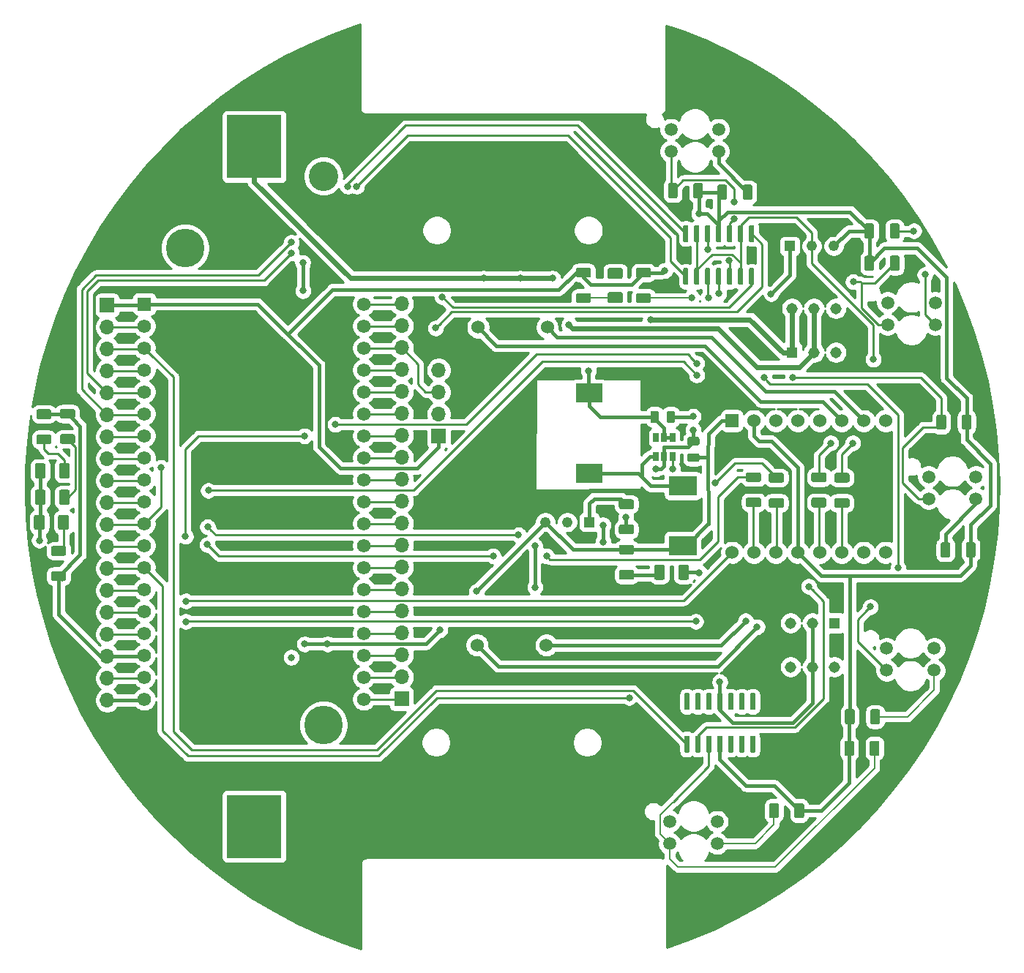
<source format=gtl>
%TF.GenerationSoftware,KiCad,Pcbnew,5.1.5+dfsg1-2build2*%
%TF.CreationDate,2021-11-19T21:10:00+05:30*%
%TF.ProjectId,Meshmerize,4d657368-6d65-4726-997a-652e6b696361,rev?*%
%TF.SameCoordinates,Original*%
%TF.FileFunction,Copper,L1,Top*%
%TF.FilePolarity,Positive*%
%FSLAX46Y46*%
G04 Gerber Fmt 4.6, Leading zero omitted, Abs format (unit mm)*
G04 Created by KiCad (PCBNEW 5.1.5+dfsg1-2build2) date 2021-11-19 21:10:00*
%MOMM*%
%LPD*%
G04 APERTURE LIST*
%TA.AperFunction,SMDPad,CuDef*%
%ADD10C,0.100000*%
%TD*%
%TA.AperFunction,SMDPad,CuDef*%
%ADD11R,3.050000X2.200000*%
%TD*%
%TA.AperFunction,ComponentPad*%
%ADD12C,1.218000*%
%TD*%
%TA.AperFunction,ComponentPad*%
%ADD13R,1.218000X1.218000*%
%TD*%
%TA.AperFunction,ComponentPad*%
%ADD14C,1.560000*%
%TD*%
%TA.AperFunction,ComponentPad*%
%ADD15R,1.560000X1.560000*%
%TD*%
%TA.AperFunction,ComponentPad*%
%ADD16R,1.308000X1.308000*%
%TD*%
%TA.AperFunction,ComponentPad*%
%ADD17C,1.308000*%
%TD*%
%TA.AperFunction,SMDPad,CuDef*%
%ADD18R,3.180000X2.250000*%
%TD*%
%TA.AperFunction,ComponentPad*%
%ADD19C,1.524000*%
%TD*%
%TA.AperFunction,ComponentPad*%
%ADD20C,1.500000*%
%TD*%
%TA.AperFunction,ComponentPad*%
%ADD21R,1.524000X1.524000*%
%TD*%
%TA.AperFunction,ComponentPad*%
%ADD22C,3.406000*%
%TD*%
%TA.AperFunction,ComponentPad*%
%ADD23C,4.466000*%
%TD*%
%TA.AperFunction,SMDPad,CuDef*%
%ADD24R,6.350000X7.350000*%
%TD*%
%TA.AperFunction,SMDPad,CuDef*%
%ADD25R,0.650000X1.060000*%
%TD*%
%TA.AperFunction,ComponentPad*%
%ADD26O,1.700000X1.700000*%
%TD*%
%TA.AperFunction,ComponentPad*%
%ADD27R,1.700000X1.700000*%
%TD*%
%TA.AperFunction,ViaPad*%
%ADD28C,0.800000*%
%TD*%
%TA.AperFunction,Conductor*%
%ADD29C,0.250000*%
%TD*%
%TA.AperFunction,Conductor*%
%ADD30C,0.400000*%
%TD*%
%TA.AperFunction,Conductor*%
%ADD31C,0.200000*%
%TD*%
%TA.AperFunction,Conductor*%
%ADD32C,0.600000*%
%TD*%
%TA.AperFunction,NonConductor*%
%ADD33C,0.254000*%
%TD*%
G04 APERTURE END LIST*
%TA.AperFunction,SMDPad,CuDef*%
D10*
%TO.P,C2,2*%
%TO.N,GND*%
G36*
X172494022Y-85703254D02*
G01*
X172517683Y-85706764D01*
X172540887Y-85712576D01*
X172563409Y-85720634D01*
X172585033Y-85730862D01*
X172605550Y-85743159D01*
X172624763Y-85757409D01*
X172642487Y-85773473D01*
X172658551Y-85791197D01*
X172672801Y-85810410D01*
X172685098Y-85830927D01*
X172695326Y-85852551D01*
X172703384Y-85875073D01*
X172709196Y-85898277D01*
X172712706Y-85921938D01*
X172713880Y-85945830D01*
X172713880Y-86433330D01*
X172712706Y-86457222D01*
X172709196Y-86480883D01*
X172703384Y-86504087D01*
X172695326Y-86526609D01*
X172685098Y-86548233D01*
X172672801Y-86568750D01*
X172658551Y-86587963D01*
X172642487Y-86605687D01*
X172624763Y-86621751D01*
X172605550Y-86636001D01*
X172585033Y-86648298D01*
X172563409Y-86658526D01*
X172540887Y-86666584D01*
X172517683Y-86672396D01*
X172494022Y-86675906D01*
X172470130Y-86677080D01*
X171557630Y-86677080D01*
X171533738Y-86675906D01*
X171510077Y-86672396D01*
X171486873Y-86666584D01*
X171464351Y-86658526D01*
X171442727Y-86648298D01*
X171422210Y-86636001D01*
X171402997Y-86621751D01*
X171385273Y-86605687D01*
X171369209Y-86587963D01*
X171354959Y-86568750D01*
X171342662Y-86548233D01*
X171332434Y-86526609D01*
X171324376Y-86504087D01*
X171318564Y-86480883D01*
X171315054Y-86457222D01*
X171313880Y-86433330D01*
X171313880Y-85945830D01*
X171315054Y-85921938D01*
X171318564Y-85898277D01*
X171324376Y-85875073D01*
X171332434Y-85852551D01*
X171342662Y-85830927D01*
X171354959Y-85810410D01*
X171369209Y-85791197D01*
X171385273Y-85773473D01*
X171402997Y-85757409D01*
X171422210Y-85743159D01*
X171442727Y-85730862D01*
X171464351Y-85720634D01*
X171486873Y-85712576D01*
X171510077Y-85706764D01*
X171533738Y-85703254D01*
X171557630Y-85702080D01*
X172470130Y-85702080D01*
X172494022Y-85703254D01*
G37*
%TD.AperFunction*%
%TA.AperFunction,SMDPad,CuDef*%
%TO.P,C2,1*%
%TO.N,+V*%
G36*
X172494022Y-87578254D02*
G01*
X172517683Y-87581764D01*
X172540887Y-87587576D01*
X172563409Y-87595634D01*
X172585033Y-87605862D01*
X172605550Y-87618159D01*
X172624763Y-87632409D01*
X172642487Y-87648473D01*
X172658551Y-87666197D01*
X172672801Y-87685410D01*
X172685098Y-87705927D01*
X172695326Y-87727551D01*
X172703384Y-87750073D01*
X172709196Y-87773277D01*
X172712706Y-87796938D01*
X172713880Y-87820830D01*
X172713880Y-88308330D01*
X172712706Y-88332222D01*
X172709196Y-88355883D01*
X172703384Y-88379087D01*
X172695326Y-88401609D01*
X172685098Y-88423233D01*
X172672801Y-88443750D01*
X172658551Y-88462963D01*
X172642487Y-88480687D01*
X172624763Y-88496751D01*
X172605550Y-88511001D01*
X172585033Y-88523298D01*
X172563409Y-88533526D01*
X172540887Y-88541584D01*
X172517683Y-88547396D01*
X172494022Y-88550906D01*
X172470130Y-88552080D01*
X171557630Y-88552080D01*
X171533738Y-88550906D01*
X171510077Y-88547396D01*
X171486873Y-88541584D01*
X171464351Y-88533526D01*
X171442727Y-88523298D01*
X171422210Y-88511001D01*
X171402997Y-88496751D01*
X171385273Y-88480687D01*
X171369209Y-88462963D01*
X171354959Y-88443750D01*
X171342662Y-88423233D01*
X171332434Y-88401609D01*
X171324376Y-88379087D01*
X171318564Y-88355883D01*
X171315054Y-88332222D01*
X171313880Y-88308330D01*
X171313880Y-87820830D01*
X171315054Y-87796938D01*
X171318564Y-87773277D01*
X171324376Y-87750073D01*
X171332434Y-87727551D01*
X171342662Y-87705927D01*
X171354959Y-87685410D01*
X171369209Y-87666197D01*
X171385273Y-87648473D01*
X171402997Y-87632409D01*
X171422210Y-87618159D01*
X171442727Y-87605862D01*
X171464351Y-87595634D01*
X171486873Y-87587576D01*
X171510077Y-87581764D01*
X171533738Y-87578254D01*
X171557630Y-87577080D01*
X172470130Y-87577080D01*
X172494022Y-87578254D01*
G37*
%TD.AperFunction*%
%TD*%
%TA.AperFunction,SMDPad,CuDef*%
%TO.P,C1,2*%
%TO.N,GND*%
G36*
X169668102Y-82679214D02*
G01*
X169691763Y-82682724D01*
X169714967Y-82688536D01*
X169737489Y-82696594D01*
X169759113Y-82706822D01*
X169779630Y-82719119D01*
X169798843Y-82733369D01*
X169816567Y-82749433D01*
X169832631Y-82767157D01*
X169846881Y-82786370D01*
X169859178Y-82806887D01*
X169869406Y-82828511D01*
X169877464Y-82851033D01*
X169883276Y-82874237D01*
X169886786Y-82897898D01*
X169887960Y-82921790D01*
X169887960Y-83834290D01*
X169886786Y-83858182D01*
X169883276Y-83881843D01*
X169877464Y-83905047D01*
X169869406Y-83927569D01*
X169859178Y-83949193D01*
X169846881Y-83969710D01*
X169832631Y-83988923D01*
X169816567Y-84006647D01*
X169798843Y-84022711D01*
X169779630Y-84036961D01*
X169759113Y-84049258D01*
X169737489Y-84059486D01*
X169714967Y-84067544D01*
X169691763Y-84073356D01*
X169668102Y-84076866D01*
X169644210Y-84078040D01*
X169156710Y-84078040D01*
X169132818Y-84076866D01*
X169109157Y-84073356D01*
X169085953Y-84067544D01*
X169063431Y-84059486D01*
X169041807Y-84049258D01*
X169021290Y-84036961D01*
X169002077Y-84022711D01*
X168984353Y-84006647D01*
X168968289Y-83988923D01*
X168954039Y-83969710D01*
X168941742Y-83949193D01*
X168931514Y-83927569D01*
X168923456Y-83905047D01*
X168917644Y-83881843D01*
X168914134Y-83858182D01*
X168912960Y-83834290D01*
X168912960Y-82921790D01*
X168914134Y-82897898D01*
X168917644Y-82874237D01*
X168923456Y-82851033D01*
X168931514Y-82828511D01*
X168941742Y-82806887D01*
X168954039Y-82786370D01*
X168968289Y-82767157D01*
X168984353Y-82749433D01*
X169002077Y-82733369D01*
X169021290Y-82719119D01*
X169041807Y-82706822D01*
X169063431Y-82696594D01*
X169085953Y-82688536D01*
X169109157Y-82682724D01*
X169132818Y-82679214D01*
X169156710Y-82678040D01*
X169644210Y-82678040D01*
X169668102Y-82679214D01*
G37*
%TD.AperFunction*%
%TA.AperFunction,SMDPad,CuDef*%
%TO.P,C1,1*%
%TO.N,SWO*%
G36*
X167793102Y-82679214D02*
G01*
X167816763Y-82682724D01*
X167839967Y-82688536D01*
X167862489Y-82696594D01*
X167884113Y-82706822D01*
X167904630Y-82719119D01*
X167923843Y-82733369D01*
X167941567Y-82749433D01*
X167957631Y-82767157D01*
X167971881Y-82786370D01*
X167984178Y-82806887D01*
X167994406Y-82828511D01*
X168002464Y-82851033D01*
X168008276Y-82874237D01*
X168011786Y-82897898D01*
X168012960Y-82921790D01*
X168012960Y-83834290D01*
X168011786Y-83858182D01*
X168008276Y-83881843D01*
X168002464Y-83905047D01*
X167994406Y-83927569D01*
X167984178Y-83949193D01*
X167971881Y-83969710D01*
X167957631Y-83988923D01*
X167941567Y-84006647D01*
X167923843Y-84022711D01*
X167904630Y-84036961D01*
X167884113Y-84049258D01*
X167862489Y-84059486D01*
X167839967Y-84067544D01*
X167816763Y-84073356D01*
X167793102Y-84076866D01*
X167769210Y-84078040D01*
X167281710Y-84078040D01*
X167257818Y-84076866D01*
X167234157Y-84073356D01*
X167210953Y-84067544D01*
X167188431Y-84059486D01*
X167166807Y-84049258D01*
X167146290Y-84036961D01*
X167127077Y-84022711D01*
X167109353Y-84006647D01*
X167093289Y-83988923D01*
X167079039Y-83969710D01*
X167066742Y-83949193D01*
X167056514Y-83927569D01*
X167048456Y-83905047D01*
X167042644Y-83881843D01*
X167039134Y-83858182D01*
X167037960Y-83834290D01*
X167037960Y-82921790D01*
X167039134Y-82897898D01*
X167042644Y-82874237D01*
X167048456Y-82851033D01*
X167056514Y-82828511D01*
X167066742Y-82806887D01*
X167079039Y-82786370D01*
X167093289Y-82767157D01*
X167109353Y-82749433D01*
X167127077Y-82733369D01*
X167146290Y-82719119D01*
X167166807Y-82706822D01*
X167188431Y-82696594D01*
X167210953Y-82688536D01*
X167234157Y-82682724D01*
X167257818Y-82679214D01*
X167281710Y-82678040D01*
X167769210Y-82678040D01*
X167793102Y-82679214D01*
G37*
%TD.AperFunction*%
%TD*%
D11*
%TO.P,L1,2*%
%TO.N,Net-(D6-PadA)*%
X159923480Y-89897480D03*
%TO.P,L1,1*%
%TO.N,SWO*%
X159923480Y-80597480D03*
%TD*%
D12*
%TO.P,RV2,3*%
%TO.N,3V3*%
X188239400Y-63601600D03*
%TO.P,RV2,2*%
%TO.N,POT_CON*%
X185699400Y-63601600D03*
D13*
%TO.P,RV2,1*%
%TO.N,GND*%
X183159400Y-63601600D03*
%TD*%
D14*
%TO.P,U2,38*%
%TO.N,Net-(J2-Pad1)*%
X133893560Y-116028400D03*
%TO.P,U2,37*%
%TO.N,Net-(J2-Pad2)*%
X133893560Y-113488400D03*
%TO.P,U2,36*%
%TO.N,Net-(J2-Pad3)*%
X133893560Y-110948400D03*
%TO.P,U2,35*%
%TO.N,Net-(J2-Pad4)*%
X133893560Y-108408400D03*
%TO.P,U2,34*%
%TO.N,Net-(J2-Pad5)*%
X133893560Y-105868400D03*
%TO.P,U2,33*%
%TO.N,Net-(J2-Pad6)*%
X133893560Y-103328400D03*
%TO.P,U2,32*%
%TO.N,Net-(J2-Pad7)*%
X133893560Y-100788400D03*
%TO.P,U2,31*%
%TO.N,Net-(J2-Pad8)*%
X133893560Y-98248400D03*
%TO.P,U2,30*%
%TO.N,Net-(J2-Pad9)*%
X133893560Y-95708400D03*
%TO.P,U2,29*%
%TO.N,Net-(J2-Pad10)*%
X133893560Y-93168400D03*
%TO.P,U2,28*%
%TO.N,Net-(J2-Pad11)*%
X133893560Y-90628400D03*
%TO.P,U2,27*%
%TO.N,Net-(J2-Pad12)*%
X133893560Y-88088400D03*
%TO.P,U2,26*%
%TO.N,GND*%
X133893560Y-85548400D03*
%TO.P,U2,25*%
%TO.N,SDA_OLED*%
X133893560Y-83008400D03*
%TO.P,U2,24*%
%TO.N,Net-(J2-Pad15)*%
X133893560Y-80468400D03*
%TO.P,U2,23*%
%TO.N,Net-(J2-Pad16)*%
X133893560Y-77928400D03*
%TO.P,U2,22*%
%TO.N,SCL_OLED*%
X133893560Y-75388400D03*
%TO.P,U2,21*%
%TO.N,Net-(J2-Pad18)*%
X133893560Y-72848400D03*
%TO.P,U2,20*%
%TO.N,GND*%
X133893560Y-70308400D03*
%TO.P,U2,18*%
%TO.N,Net-(J1-Pad18)*%
X108493560Y-113488400D03*
%TO.P,U2,17*%
%TO.N,END_LED*%
X108493560Y-110948400D03*
%TO.P,U2,16*%
%TO.N,Net-(J1-Pad16)*%
X108493560Y-108408400D03*
%TO.P,U2,15*%
%TO.N,DEB*%
X108493560Y-105868400D03*
%TO.P,U2,14*%
%TO.N,GND*%
X108493560Y-103328400D03*
%TO.P,U2,13*%
%TO.N,PWMB*%
X108493560Y-100788400D03*
%TO.P,U2,12*%
%TO.N,B2*%
X108493560Y-98248400D03*
%TO.P,U2,11*%
%TO.N,B1*%
X108493560Y-95708400D03*
%TO.P,U2,10*%
%TO.N,A2*%
X108493560Y-93168400D03*
%TO.P,U2,9*%
%TO.N,A1*%
X108493560Y-90628400D03*
%TO.P,U2,8*%
%TO.N,PWMA*%
X108493560Y-88088400D03*
%TO.P,U2,7*%
%TO.N,D1*%
X108493560Y-85548400D03*
%TO.P,U2,6*%
%TO.N,D2*%
X108493560Y-83008400D03*
%TO.P,U2,5*%
%TO.N,D3*%
X108493560Y-80468400D03*
%TO.P,U2,4*%
%TO.N,D4*%
X108493560Y-77928400D03*
%TO.P,U2,3*%
%TO.N,D5*%
X108493560Y-75388400D03*
%TO.P,U2,19*%
%TO.N,Vin_ESP*%
X108493560Y-116028400D03*
%TO.P,U2,2*%
%TO.N,Net-(J1-Pad2)*%
X108493560Y-72848400D03*
D15*
%TO.P,U2,1*%
%TO.N,3V3*%
X108493560Y-70308400D03*
%TD*%
%TA.AperFunction,SMDPad,CuDef*%
D10*
%TO.P,R15,1*%
%TO.N,Net-(D1-Pad2)*%
G36*
X100268307Y-85368904D02*
G01*
X100292575Y-85372504D01*
X100316373Y-85378465D01*
X100339473Y-85386730D01*
X100361651Y-85397219D01*
X100382694Y-85409832D01*
X100402399Y-85424447D01*
X100420578Y-85440922D01*
X100437053Y-85459101D01*
X100451668Y-85478806D01*
X100464281Y-85499849D01*
X100474770Y-85522027D01*
X100483035Y-85545127D01*
X100488996Y-85568925D01*
X100492596Y-85593193D01*
X100493800Y-85617697D01*
X100493800Y-86242703D01*
X100492596Y-86267207D01*
X100488996Y-86291475D01*
X100483035Y-86315273D01*
X100474770Y-86338373D01*
X100464281Y-86360551D01*
X100451668Y-86381594D01*
X100437053Y-86401299D01*
X100420578Y-86419478D01*
X100402399Y-86435953D01*
X100382694Y-86450568D01*
X100361651Y-86463181D01*
X100339473Y-86473670D01*
X100316373Y-86481935D01*
X100292575Y-86487896D01*
X100268307Y-86491496D01*
X100243803Y-86492700D01*
X98993797Y-86492700D01*
X98969293Y-86491496D01*
X98945025Y-86487896D01*
X98921227Y-86481935D01*
X98898127Y-86473670D01*
X98875949Y-86463181D01*
X98854906Y-86450568D01*
X98835201Y-86435953D01*
X98817022Y-86419478D01*
X98800547Y-86401299D01*
X98785932Y-86381594D01*
X98773319Y-86360551D01*
X98762830Y-86338373D01*
X98754565Y-86315273D01*
X98748604Y-86291475D01*
X98745004Y-86267207D01*
X98743800Y-86242703D01*
X98743800Y-85617697D01*
X98745004Y-85593193D01*
X98748604Y-85568925D01*
X98754565Y-85545127D01*
X98762830Y-85522027D01*
X98773319Y-85499849D01*
X98785932Y-85478806D01*
X98800547Y-85459101D01*
X98817022Y-85440922D01*
X98835201Y-85424447D01*
X98854906Y-85409832D01*
X98875949Y-85397219D01*
X98898127Y-85386730D01*
X98921227Y-85378465D01*
X98945025Y-85372504D01*
X98969293Y-85368904D01*
X98993797Y-85367700D01*
X100243803Y-85367700D01*
X100268307Y-85368904D01*
G37*
%TD.AperFunction*%
%TA.AperFunction,SMDPad,CuDef*%
%TO.P,R15,2*%
%TO.N,END_LED*%
G36*
X100268307Y-82443904D02*
G01*
X100292575Y-82447504D01*
X100316373Y-82453465D01*
X100339473Y-82461730D01*
X100361651Y-82472219D01*
X100382694Y-82484832D01*
X100402399Y-82499447D01*
X100420578Y-82515922D01*
X100437053Y-82534101D01*
X100451668Y-82553806D01*
X100464281Y-82574849D01*
X100474770Y-82597027D01*
X100483035Y-82620127D01*
X100488996Y-82643925D01*
X100492596Y-82668193D01*
X100493800Y-82692697D01*
X100493800Y-83317703D01*
X100492596Y-83342207D01*
X100488996Y-83366475D01*
X100483035Y-83390273D01*
X100474770Y-83413373D01*
X100464281Y-83435551D01*
X100451668Y-83456594D01*
X100437053Y-83476299D01*
X100420578Y-83494478D01*
X100402399Y-83510953D01*
X100382694Y-83525568D01*
X100361651Y-83538181D01*
X100339473Y-83548670D01*
X100316373Y-83556935D01*
X100292575Y-83562896D01*
X100268307Y-83566496D01*
X100243803Y-83567700D01*
X98993797Y-83567700D01*
X98969293Y-83566496D01*
X98945025Y-83562896D01*
X98921227Y-83556935D01*
X98898127Y-83548670D01*
X98875949Y-83538181D01*
X98854906Y-83525568D01*
X98835201Y-83510953D01*
X98817022Y-83494478D01*
X98800547Y-83476299D01*
X98785932Y-83456594D01*
X98773319Y-83435551D01*
X98762830Y-83413373D01*
X98754565Y-83390273D01*
X98748604Y-83366475D01*
X98745004Y-83342207D01*
X98743800Y-83317703D01*
X98743800Y-82692697D01*
X98745004Y-82668193D01*
X98748604Y-82643925D01*
X98754565Y-82620127D01*
X98762830Y-82597027D01*
X98773319Y-82574849D01*
X98785932Y-82553806D01*
X98800547Y-82534101D01*
X98817022Y-82515922D01*
X98835201Y-82499447D01*
X98854906Y-82484832D01*
X98875949Y-82472219D01*
X98898127Y-82461730D01*
X98921227Y-82453465D01*
X98945025Y-82447504D01*
X98969293Y-82443904D01*
X98993797Y-82442700D01*
X100243803Y-82442700D01*
X100268307Y-82443904D01*
G37*
%TD.AperFunction*%
%TD*%
%TA.AperFunction,SMDPad,CuDef*%
%TO.P,U1,14*%
%TO.N,D4*%
G36*
X178917203Y-66143722D02*
G01*
X178931764Y-66145882D01*
X178946043Y-66149459D01*
X178959903Y-66154418D01*
X178973210Y-66160712D01*
X178985836Y-66168280D01*
X178997659Y-66177048D01*
X179008566Y-66186934D01*
X179018452Y-66197841D01*
X179027220Y-66209664D01*
X179034788Y-66222290D01*
X179041082Y-66235597D01*
X179046041Y-66249457D01*
X179049618Y-66263736D01*
X179051778Y-66278297D01*
X179052500Y-66293000D01*
X179052500Y-67943000D01*
X179051778Y-67957703D01*
X179049618Y-67972264D01*
X179046041Y-67986543D01*
X179041082Y-68000403D01*
X179034788Y-68013710D01*
X179027220Y-68026336D01*
X179018452Y-68038159D01*
X179008566Y-68049066D01*
X178997659Y-68058952D01*
X178985836Y-68067720D01*
X178973210Y-68075288D01*
X178959903Y-68081582D01*
X178946043Y-68086541D01*
X178931764Y-68090118D01*
X178917203Y-68092278D01*
X178902500Y-68093000D01*
X178602500Y-68093000D01*
X178587797Y-68092278D01*
X178573236Y-68090118D01*
X178558957Y-68086541D01*
X178545097Y-68081582D01*
X178531790Y-68075288D01*
X178519164Y-68067720D01*
X178507341Y-68058952D01*
X178496434Y-68049066D01*
X178486548Y-68038159D01*
X178477780Y-68026336D01*
X178470212Y-68013710D01*
X178463918Y-68000403D01*
X178458959Y-67986543D01*
X178455382Y-67972264D01*
X178453222Y-67957703D01*
X178452500Y-67943000D01*
X178452500Y-66293000D01*
X178453222Y-66278297D01*
X178455382Y-66263736D01*
X178458959Y-66249457D01*
X178463918Y-66235597D01*
X178470212Y-66222290D01*
X178477780Y-66209664D01*
X178486548Y-66197841D01*
X178496434Y-66186934D01*
X178507341Y-66177048D01*
X178519164Y-66168280D01*
X178531790Y-66160712D01*
X178545097Y-66154418D01*
X178558957Y-66149459D01*
X178573236Y-66145882D01*
X178587797Y-66143722D01*
X178602500Y-66143000D01*
X178902500Y-66143000D01*
X178917203Y-66143722D01*
G37*
%TD.AperFunction*%
%TA.AperFunction,SMDPad,CuDef*%
%TO.P,U1,13*%
%TO.N,POT_CON*%
G36*
X177647203Y-66143722D02*
G01*
X177661764Y-66145882D01*
X177676043Y-66149459D01*
X177689903Y-66154418D01*
X177703210Y-66160712D01*
X177715836Y-66168280D01*
X177727659Y-66177048D01*
X177738566Y-66186934D01*
X177748452Y-66197841D01*
X177757220Y-66209664D01*
X177764788Y-66222290D01*
X177771082Y-66235597D01*
X177776041Y-66249457D01*
X177779618Y-66263736D01*
X177781778Y-66278297D01*
X177782500Y-66293000D01*
X177782500Y-67943000D01*
X177781778Y-67957703D01*
X177779618Y-67972264D01*
X177776041Y-67986543D01*
X177771082Y-68000403D01*
X177764788Y-68013710D01*
X177757220Y-68026336D01*
X177748452Y-68038159D01*
X177738566Y-68049066D01*
X177727659Y-68058952D01*
X177715836Y-68067720D01*
X177703210Y-68075288D01*
X177689903Y-68081582D01*
X177676043Y-68086541D01*
X177661764Y-68090118D01*
X177647203Y-68092278D01*
X177632500Y-68093000D01*
X177332500Y-68093000D01*
X177317797Y-68092278D01*
X177303236Y-68090118D01*
X177288957Y-68086541D01*
X177275097Y-68081582D01*
X177261790Y-68075288D01*
X177249164Y-68067720D01*
X177237341Y-68058952D01*
X177226434Y-68049066D01*
X177216548Y-68038159D01*
X177207780Y-68026336D01*
X177200212Y-68013710D01*
X177193918Y-68000403D01*
X177188959Y-67986543D01*
X177185382Y-67972264D01*
X177183222Y-67957703D01*
X177182500Y-67943000D01*
X177182500Y-66293000D01*
X177183222Y-66278297D01*
X177185382Y-66263736D01*
X177188959Y-66249457D01*
X177193918Y-66235597D01*
X177200212Y-66222290D01*
X177207780Y-66209664D01*
X177216548Y-66197841D01*
X177226434Y-66186934D01*
X177237341Y-66177048D01*
X177249164Y-66168280D01*
X177261790Y-66160712D01*
X177275097Y-66154418D01*
X177288957Y-66149459D01*
X177303236Y-66145882D01*
X177317797Y-66143722D01*
X177332500Y-66143000D01*
X177632500Y-66143000D01*
X177647203Y-66143722D01*
G37*
%TD.AperFunction*%
%TA.AperFunction,SMDPad,CuDef*%
%TO.P,U1,12*%
%TO.N,An4*%
G36*
X176377203Y-66143722D02*
G01*
X176391764Y-66145882D01*
X176406043Y-66149459D01*
X176419903Y-66154418D01*
X176433210Y-66160712D01*
X176445836Y-66168280D01*
X176457659Y-66177048D01*
X176468566Y-66186934D01*
X176478452Y-66197841D01*
X176487220Y-66209664D01*
X176494788Y-66222290D01*
X176501082Y-66235597D01*
X176506041Y-66249457D01*
X176509618Y-66263736D01*
X176511778Y-66278297D01*
X176512500Y-66293000D01*
X176512500Y-67943000D01*
X176511778Y-67957703D01*
X176509618Y-67972264D01*
X176506041Y-67986543D01*
X176501082Y-68000403D01*
X176494788Y-68013710D01*
X176487220Y-68026336D01*
X176478452Y-68038159D01*
X176468566Y-68049066D01*
X176457659Y-68058952D01*
X176445836Y-68067720D01*
X176433210Y-68075288D01*
X176419903Y-68081582D01*
X176406043Y-68086541D01*
X176391764Y-68090118D01*
X176377203Y-68092278D01*
X176362500Y-68093000D01*
X176062500Y-68093000D01*
X176047797Y-68092278D01*
X176033236Y-68090118D01*
X176018957Y-68086541D01*
X176005097Y-68081582D01*
X175991790Y-68075288D01*
X175979164Y-68067720D01*
X175967341Y-68058952D01*
X175956434Y-68049066D01*
X175946548Y-68038159D01*
X175937780Y-68026336D01*
X175930212Y-68013710D01*
X175923918Y-68000403D01*
X175918959Y-67986543D01*
X175915382Y-67972264D01*
X175913222Y-67957703D01*
X175912500Y-67943000D01*
X175912500Y-66293000D01*
X175913222Y-66278297D01*
X175915382Y-66263736D01*
X175918959Y-66249457D01*
X175923918Y-66235597D01*
X175930212Y-66222290D01*
X175937780Y-66209664D01*
X175946548Y-66197841D01*
X175956434Y-66186934D01*
X175967341Y-66177048D01*
X175979164Y-66168280D01*
X175991790Y-66160712D01*
X176005097Y-66154418D01*
X176018957Y-66149459D01*
X176033236Y-66145882D01*
X176047797Y-66143722D01*
X176062500Y-66143000D01*
X176362500Y-66143000D01*
X176377203Y-66143722D01*
G37*
%TD.AperFunction*%
%TA.AperFunction,SMDPad,CuDef*%
%TO.P,U1,11*%
%TO.N,GND*%
G36*
X175107203Y-66143722D02*
G01*
X175121764Y-66145882D01*
X175136043Y-66149459D01*
X175149903Y-66154418D01*
X175163210Y-66160712D01*
X175175836Y-66168280D01*
X175187659Y-66177048D01*
X175198566Y-66186934D01*
X175208452Y-66197841D01*
X175217220Y-66209664D01*
X175224788Y-66222290D01*
X175231082Y-66235597D01*
X175236041Y-66249457D01*
X175239618Y-66263736D01*
X175241778Y-66278297D01*
X175242500Y-66293000D01*
X175242500Y-67943000D01*
X175241778Y-67957703D01*
X175239618Y-67972264D01*
X175236041Y-67986543D01*
X175231082Y-68000403D01*
X175224788Y-68013710D01*
X175217220Y-68026336D01*
X175208452Y-68038159D01*
X175198566Y-68049066D01*
X175187659Y-68058952D01*
X175175836Y-68067720D01*
X175163210Y-68075288D01*
X175149903Y-68081582D01*
X175136043Y-68086541D01*
X175121764Y-68090118D01*
X175107203Y-68092278D01*
X175092500Y-68093000D01*
X174792500Y-68093000D01*
X174777797Y-68092278D01*
X174763236Y-68090118D01*
X174748957Y-68086541D01*
X174735097Y-68081582D01*
X174721790Y-68075288D01*
X174709164Y-68067720D01*
X174697341Y-68058952D01*
X174686434Y-68049066D01*
X174676548Y-68038159D01*
X174667780Y-68026336D01*
X174660212Y-68013710D01*
X174653918Y-68000403D01*
X174648959Y-67986543D01*
X174645382Y-67972264D01*
X174643222Y-67957703D01*
X174642500Y-67943000D01*
X174642500Y-66293000D01*
X174643222Y-66278297D01*
X174645382Y-66263736D01*
X174648959Y-66249457D01*
X174653918Y-66235597D01*
X174660212Y-66222290D01*
X174667780Y-66209664D01*
X174676548Y-66197841D01*
X174686434Y-66186934D01*
X174697341Y-66177048D01*
X174709164Y-66168280D01*
X174721790Y-66160712D01*
X174735097Y-66154418D01*
X174748957Y-66149459D01*
X174763236Y-66145882D01*
X174777797Y-66143722D01*
X174792500Y-66143000D01*
X175092500Y-66143000D01*
X175107203Y-66143722D01*
G37*
%TD.AperFunction*%
%TA.AperFunction,SMDPad,CuDef*%
%TO.P,U1,10*%
%TO.N,An3*%
G36*
X173837203Y-66143722D02*
G01*
X173851764Y-66145882D01*
X173866043Y-66149459D01*
X173879903Y-66154418D01*
X173893210Y-66160712D01*
X173905836Y-66168280D01*
X173917659Y-66177048D01*
X173928566Y-66186934D01*
X173938452Y-66197841D01*
X173947220Y-66209664D01*
X173954788Y-66222290D01*
X173961082Y-66235597D01*
X173966041Y-66249457D01*
X173969618Y-66263736D01*
X173971778Y-66278297D01*
X173972500Y-66293000D01*
X173972500Y-67943000D01*
X173971778Y-67957703D01*
X173969618Y-67972264D01*
X173966041Y-67986543D01*
X173961082Y-68000403D01*
X173954788Y-68013710D01*
X173947220Y-68026336D01*
X173938452Y-68038159D01*
X173928566Y-68049066D01*
X173917659Y-68058952D01*
X173905836Y-68067720D01*
X173893210Y-68075288D01*
X173879903Y-68081582D01*
X173866043Y-68086541D01*
X173851764Y-68090118D01*
X173837203Y-68092278D01*
X173822500Y-68093000D01*
X173522500Y-68093000D01*
X173507797Y-68092278D01*
X173493236Y-68090118D01*
X173478957Y-68086541D01*
X173465097Y-68081582D01*
X173451790Y-68075288D01*
X173439164Y-68067720D01*
X173427341Y-68058952D01*
X173416434Y-68049066D01*
X173406548Y-68038159D01*
X173397780Y-68026336D01*
X173390212Y-68013710D01*
X173383918Y-68000403D01*
X173378959Y-67986543D01*
X173375382Y-67972264D01*
X173373222Y-67957703D01*
X173372500Y-67943000D01*
X173372500Y-66293000D01*
X173373222Y-66278297D01*
X173375382Y-66263736D01*
X173378959Y-66249457D01*
X173383918Y-66235597D01*
X173390212Y-66222290D01*
X173397780Y-66209664D01*
X173406548Y-66197841D01*
X173416434Y-66186934D01*
X173427341Y-66177048D01*
X173439164Y-66168280D01*
X173451790Y-66160712D01*
X173465097Y-66154418D01*
X173478957Y-66149459D01*
X173493236Y-66145882D01*
X173507797Y-66143722D01*
X173522500Y-66143000D01*
X173822500Y-66143000D01*
X173837203Y-66143722D01*
G37*
%TD.AperFunction*%
%TA.AperFunction,SMDPad,CuDef*%
%TO.P,U1,9*%
%TO.N,POT_CON*%
G36*
X172567203Y-66143722D02*
G01*
X172581764Y-66145882D01*
X172596043Y-66149459D01*
X172609903Y-66154418D01*
X172623210Y-66160712D01*
X172635836Y-66168280D01*
X172647659Y-66177048D01*
X172658566Y-66186934D01*
X172668452Y-66197841D01*
X172677220Y-66209664D01*
X172684788Y-66222290D01*
X172691082Y-66235597D01*
X172696041Y-66249457D01*
X172699618Y-66263736D01*
X172701778Y-66278297D01*
X172702500Y-66293000D01*
X172702500Y-67943000D01*
X172701778Y-67957703D01*
X172699618Y-67972264D01*
X172696041Y-67986543D01*
X172691082Y-68000403D01*
X172684788Y-68013710D01*
X172677220Y-68026336D01*
X172668452Y-68038159D01*
X172658566Y-68049066D01*
X172647659Y-68058952D01*
X172635836Y-68067720D01*
X172623210Y-68075288D01*
X172609903Y-68081582D01*
X172596043Y-68086541D01*
X172581764Y-68090118D01*
X172567203Y-68092278D01*
X172552500Y-68093000D01*
X172252500Y-68093000D01*
X172237797Y-68092278D01*
X172223236Y-68090118D01*
X172208957Y-68086541D01*
X172195097Y-68081582D01*
X172181790Y-68075288D01*
X172169164Y-68067720D01*
X172157341Y-68058952D01*
X172146434Y-68049066D01*
X172136548Y-68038159D01*
X172127780Y-68026336D01*
X172120212Y-68013710D01*
X172113918Y-68000403D01*
X172108959Y-67986543D01*
X172105382Y-67972264D01*
X172103222Y-67957703D01*
X172102500Y-67943000D01*
X172102500Y-66293000D01*
X172103222Y-66278297D01*
X172105382Y-66263736D01*
X172108959Y-66249457D01*
X172113918Y-66235597D01*
X172120212Y-66222290D01*
X172127780Y-66209664D01*
X172136548Y-66197841D01*
X172146434Y-66186934D01*
X172157341Y-66177048D01*
X172169164Y-66168280D01*
X172181790Y-66160712D01*
X172195097Y-66154418D01*
X172208957Y-66149459D01*
X172223236Y-66145882D01*
X172237797Y-66143722D01*
X172252500Y-66143000D01*
X172552500Y-66143000D01*
X172567203Y-66143722D01*
G37*
%TD.AperFunction*%
%TA.AperFunction,SMDPad,CuDef*%
%TO.P,U1,8*%
%TO.N,D3*%
G36*
X171297203Y-66143722D02*
G01*
X171311764Y-66145882D01*
X171326043Y-66149459D01*
X171339903Y-66154418D01*
X171353210Y-66160712D01*
X171365836Y-66168280D01*
X171377659Y-66177048D01*
X171388566Y-66186934D01*
X171398452Y-66197841D01*
X171407220Y-66209664D01*
X171414788Y-66222290D01*
X171421082Y-66235597D01*
X171426041Y-66249457D01*
X171429618Y-66263736D01*
X171431778Y-66278297D01*
X171432500Y-66293000D01*
X171432500Y-67943000D01*
X171431778Y-67957703D01*
X171429618Y-67972264D01*
X171426041Y-67986543D01*
X171421082Y-68000403D01*
X171414788Y-68013710D01*
X171407220Y-68026336D01*
X171398452Y-68038159D01*
X171388566Y-68049066D01*
X171377659Y-68058952D01*
X171365836Y-68067720D01*
X171353210Y-68075288D01*
X171339903Y-68081582D01*
X171326043Y-68086541D01*
X171311764Y-68090118D01*
X171297203Y-68092278D01*
X171282500Y-68093000D01*
X170982500Y-68093000D01*
X170967797Y-68092278D01*
X170953236Y-68090118D01*
X170938957Y-68086541D01*
X170925097Y-68081582D01*
X170911790Y-68075288D01*
X170899164Y-68067720D01*
X170887341Y-68058952D01*
X170876434Y-68049066D01*
X170866548Y-68038159D01*
X170857780Y-68026336D01*
X170850212Y-68013710D01*
X170843918Y-68000403D01*
X170838959Y-67986543D01*
X170835382Y-67972264D01*
X170833222Y-67957703D01*
X170832500Y-67943000D01*
X170832500Y-66293000D01*
X170833222Y-66278297D01*
X170835382Y-66263736D01*
X170838959Y-66249457D01*
X170843918Y-66235597D01*
X170850212Y-66222290D01*
X170857780Y-66209664D01*
X170866548Y-66197841D01*
X170876434Y-66186934D01*
X170887341Y-66177048D01*
X170899164Y-66168280D01*
X170911790Y-66160712D01*
X170925097Y-66154418D01*
X170938957Y-66149459D01*
X170953236Y-66145882D01*
X170967797Y-66143722D01*
X170982500Y-66143000D01*
X171282500Y-66143000D01*
X171297203Y-66143722D01*
G37*
%TD.AperFunction*%
%TA.AperFunction,SMDPad,CuDef*%
%TO.P,U1,7*%
%TO.N,D2*%
G36*
X171297203Y-61193722D02*
G01*
X171311764Y-61195882D01*
X171326043Y-61199459D01*
X171339903Y-61204418D01*
X171353210Y-61210712D01*
X171365836Y-61218280D01*
X171377659Y-61227048D01*
X171388566Y-61236934D01*
X171398452Y-61247841D01*
X171407220Y-61259664D01*
X171414788Y-61272290D01*
X171421082Y-61285597D01*
X171426041Y-61299457D01*
X171429618Y-61313736D01*
X171431778Y-61328297D01*
X171432500Y-61343000D01*
X171432500Y-62993000D01*
X171431778Y-63007703D01*
X171429618Y-63022264D01*
X171426041Y-63036543D01*
X171421082Y-63050403D01*
X171414788Y-63063710D01*
X171407220Y-63076336D01*
X171398452Y-63088159D01*
X171388566Y-63099066D01*
X171377659Y-63108952D01*
X171365836Y-63117720D01*
X171353210Y-63125288D01*
X171339903Y-63131582D01*
X171326043Y-63136541D01*
X171311764Y-63140118D01*
X171297203Y-63142278D01*
X171282500Y-63143000D01*
X170982500Y-63143000D01*
X170967797Y-63142278D01*
X170953236Y-63140118D01*
X170938957Y-63136541D01*
X170925097Y-63131582D01*
X170911790Y-63125288D01*
X170899164Y-63117720D01*
X170887341Y-63108952D01*
X170876434Y-63099066D01*
X170866548Y-63088159D01*
X170857780Y-63076336D01*
X170850212Y-63063710D01*
X170843918Y-63050403D01*
X170838959Y-63036543D01*
X170835382Y-63022264D01*
X170833222Y-63007703D01*
X170832500Y-62993000D01*
X170832500Y-61343000D01*
X170833222Y-61328297D01*
X170835382Y-61313736D01*
X170838959Y-61299457D01*
X170843918Y-61285597D01*
X170850212Y-61272290D01*
X170857780Y-61259664D01*
X170866548Y-61247841D01*
X170876434Y-61236934D01*
X170887341Y-61227048D01*
X170899164Y-61218280D01*
X170911790Y-61210712D01*
X170925097Y-61204418D01*
X170938957Y-61199459D01*
X170953236Y-61195882D01*
X170967797Y-61193722D01*
X170982500Y-61193000D01*
X171282500Y-61193000D01*
X171297203Y-61193722D01*
G37*
%TD.AperFunction*%
%TA.AperFunction,SMDPad,CuDef*%
%TO.P,U1,6*%
%TO.N,POT_CON*%
G36*
X172567203Y-61193722D02*
G01*
X172581764Y-61195882D01*
X172596043Y-61199459D01*
X172609903Y-61204418D01*
X172623210Y-61210712D01*
X172635836Y-61218280D01*
X172647659Y-61227048D01*
X172658566Y-61236934D01*
X172668452Y-61247841D01*
X172677220Y-61259664D01*
X172684788Y-61272290D01*
X172691082Y-61285597D01*
X172696041Y-61299457D01*
X172699618Y-61313736D01*
X172701778Y-61328297D01*
X172702500Y-61343000D01*
X172702500Y-62993000D01*
X172701778Y-63007703D01*
X172699618Y-63022264D01*
X172696041Y-63036543D01*
X172691082Y-63050403D01*
X172684788Y-63063710D01*
X172677220Y-63076336D01*
X172668452Y-63088159D01*
X172658566Y-63099066D01*
X172647659Y-63108952D01*
X172635836Y-63117720D01*
X172623210Y-63125288D01*
X172609903Y-63131582D01*
X172596043Y-63136541D01*
X172581764Y-63140118D01*
X172567203Y-63142278D01*
X172552500Y-63143000D01*
X172252500Y-63143000D01*
X172237797Y-63142278D01*
X172223236Y-63140118D01*
X172208957Y-63136541D01*
X172195097Y-63131582D01*
X172181790Y-63125288D01*
X172169164Y-63117720D01*
X172157341Y-63108952D01*
X172146434Y-63099066D01*
X172136548Y-63088159D01*
X172127780Y-63076336D01*
X172120212Y-63063710D01*
X172113918Y-63050403D01*
X172108959Y-63036543D01*
X172105382Y-63022264D01*
X172103222Y-63007703D01*
X172102500Y-62993000D01*
X172102500Y-61343000D01*
X172103222Y-61328297D01*
X172105382Y-61313736D01*
X172108959Y-61299457D01*
X172113918Y-61285597D01*
X172120212Y-61272290D01*
X172127780Y-61259664D01*
X172136548Y-61247841D01*
X172146434Y-61236934D01*
X172157341Y-61227048D01*
X172169164Y-61218280D01*
X172181790Y-61210712D01*
X172195097Y-61204418D01*
X172208957Y-61199459D01*
X172223236Y-61195882D01*
X172237797Y-61193722D01*
X172252500Y-61193000D01*
X172552500Y-61193000D01*
X172567203Y-61193722D01*
G37*
%TD.AperFunction*%
%TA.AperFunction,SMDPad,CuDef*%
%TO.P,U1,5*%
%TO.N,An2*%
G36*
X173837203Y-61193722D02*
G01*
X173851764Y-61195882D01*
X173866043Y-61199459D01*
X173879903Y-61204418D01*
X173893210Y-61210712D01*
X173905836Y-61218280D01*
X173917659Y-61227048D01*
X173928566Y-61236934D01*
X173938452Y-61247841D01*
X173947220Y-61259664D01*
X173954788Y-61272290D01*
X173961082Y-61285597D01*
X173966041Y-61299457D01*
X173969618Y-61313736D01*
X173971778Y-61328297D01*
X173972500Y-61343000D01*
X173972500Y-62993000D01*
X173971778Y-63007703D01*
X173969618Y-63022264D01*
X173966041Y-63036543D01*
X173961082Y-63050403D01*
X173954788Y-63063710D01*
X173947220Y-63076336D01*
X173938452Y-63088159D01*
X173928566Y-63099066D01*
X173917659Y-63108952D01*
X173905836Y-63117720D01*
X173893210Y-63125288D01*
X173879903Y-63131582D01*
X173866043Y-63136541D01*
X173851764Y-63140118D01*
X173837203Y-63142278D01*
X173822500Y-63143000D01*
X173522500Y-63143000D01*
X173507797Y-63142278D01*
X173493236Y-63140118D01*
X173478957Y-63136541D01*
X173465097Y-63131582D01*
X173451790Y-63125288D01*
X173439164Y-63117720D01*
X173427341Y-63108952D01*
X173416434Y-63099066D01*
X173406548Y-63088159D01*
X173397780Y-63076336D01*
X173390212Y-63063710D01*
X173383918Y-63050403D01*
X173378959Y-63036543D01*
X173375382Y-63022264D01*
X173373222Y-63007703D01*
X173372500Y-62993000D01*
X173372500Y-61343000D01*
X173373222Y-61328297D01*
X173375382Y-61313736D01*
X173378959Y-61299457D01*
X173383918Y-61285597D01*
X173390212Y-61272290D01*
X173397780Y-61259664D01*
X173406548Y-61247841D01*
X173416434Y-61236934D01*
X173427341Y-61227048D01*
X173439164Y-61218280D01*
X173451790Y-61210712D01*
X173465097Y-61204418D01*
X173478957Y-61199459D01*
X173493236Y-61195882D01*
X173507797Y-61193722D01*
X173522500Y-61193000D01*
X173822500Y-61193000D01*
X173837203Y-61193722D01*
G37*
%TD.AperFunction*%
%TA.AperFunction,SMDPad,CuDef*%
%TO.P,U1,4*%
%TO.N,3V3*%
G36*
X175107203Y-61193722D02*
G01*
X175121764Y-61195882D01*
X175136043Y-61199459D01*
X175149903Y-61204418D01*
X175163210Y-61210712D01*
X175175836Y-61218280D01*
X175187659Y-61227048D01*
X175198566Y-61236934D01*
X175208452Y-61247841D01*
X175217220Y-61259664D01*
X175224788Y-61272290D01*
X175231082Y-61285597D01*
X175236041Y-61299457D01*
X175239618Y-61313736D01*
X175241778Y-61328297D01*
X175242500Y-61343000D01*
X175242500Y-62993000D01*
X175241778Y-63007703D01*
X175239618Y-63022264D01*
X175236041Y-63036543D01*
X175231082Y-63050403D01*
X175224788Y-63063710D01*
X175217220Y-63076336D01*
X175208452Y-63088159D01*
X175198566Y-63099066D01*
X175187659Y-63108952D01*
X175175836Y-63117720D01*
X175163210Y-63125288D01*
X175149903Y-63131582D01*
X175136043Y-63136541D01*
X175121764Y-63140118D01*
X175107203Y-63142278D01*
X175092500Y-63143000D01*
X174792500Y-63143000D01*
X174777797Y-63142278D01*
X174763236Y-63140118D01*
X174748957Y-63136541D01*
X174735097Y-63131582D01*
X174721790Y-63125288D01*
X174709164Y-63117720D01*
X174697341Y-63108952D01*
X174686434Y-63099066D01*
X174676548Y-63088159D01*
X174667780Y-63076336D01*
X174660212Y-63063710D01*
X174653918Y-63050403D01*
X174648959Y-63036543D01*
X174645382Y-63022264D01*
X174643222Y-63007703D01*
X174642500Y-62993000D01*
X174642500Y-61343000D01*
X174643222Y-61328297D01*
X174645382Y-61313736D01*
X174648959Y-61299457D01*
X174653918Y-61285597D01*
X174660212Y-61272290D01*
X174667780Y-61259664D01*
X174676548Y-61247841D01*
X174686434Y-61236934D01*
X174697341Y-61227048D01*
X174709164Y-61218280D01*
X174721790Y-61210712D01*
X174735097Y-61204418D01*
X174748957Y-61199459D01*
X174763236Y-61195882D01*
X174777797Y-61193722D01*
X174792500Y-61193000D01*
X175092500Y-61193000D01*
X175107203Y-61193722D01*
G37*
%TD.AperFunction*%
%TA.AperFunction,SMDPad,CuDef*%
%TO.P,U1,3*%
%TO.N,An1*%
G36*
X176377203Y-61193722D02*
G01*
X176391764Y-61195882D01*
X176406043Y-61199459D01*
X176419903Y-61204418D01*
X176433210Y-61210712D01*
X176445836Y-61218280D01*
X176457659Y-61227048D01*
X176468566Y-61236934D01*
X176478452Y-61247841D01*
X176487220Y-61259664D01*
X176494788Y-61272290D01*
X176501082Y-61285597D01*
X176506041Y-61299457D01*
X176509618Y-61313736D01*
X176511778Y-61328297D01*
X176512500Y-61343000D01*
X176512500Y-62993000D01*
X176511778Y-63007703D01*
X176509618Y-63022264D01*
X176506041Y-63036543D01*
X176501082Y-63050403D01*
X176494788Y-63063710D01*
X176487220Y-63076336D01*
X176478452Y-63088159D01*
X176468566Y-63099066D01*
X176457659Y-63108952D01*
X176445836Y-63117720D01*
X176433210Y-63125288D01*
X176419903Y-63131582D01*
X176406043Y-63136541D01*
X176391764Y-63140118D01*
X176377203Y-63142278D01*
X176362500Y-63143000D01*
X176062500Y-63143000D01*
X176047797Y-63142278D01*
X176033236Y-63140118D01*
X176018957Y-63136541D01*
X176005097Y-63131582D01*
X175991790Y-63125288D01*
X175979164Y-63117720D01*
X175967341Y-63108952D01*
X175956434Y-63099066D01*
X175946548Y-63088159D01*
X175937780Y-63076336D01*
X175930212Y-63063710D01*
X175923918Y-63050403D01*
X175918959Y-63036543D01*
X175915382Y-63022264D01*
X175913222Y-63007703D01*
X175912500Y-62993000D01*
X175912500Y-61343000D01*
X175913222Y-61328297D01*
X175915382Y-61313736D01*
X175918959Y-61299457D01*
X175923918Y-61285597D01*
X175930212Y-61272290D01*
X175937780Y-61259664D01*
X175946548Y-61247841D01*
X175956434Y-61236934D01*
X175967341Y-61227048D01*
X175979164Y-61218280D01*
X175991790Y-61210712D01*
X176005097Y-61204418D01*
X176018957Y-61199459D01*
X176033236Y-61195882D01*
X176047797Y-61193722D01*
X176062500Y-61193000D01*
X176362500Y-61193000D01*
X176377203Y-61193722D01*
G37*
%TD.AperFunction*%
%TA.AperFunction,SMDPad,CuDef*%
%TO.P,U1,2*%
%TO.N,POT_CON*%
G36*
X177647203Y-61193722D02*
G01*
X177661764Y-61195882D01*
X177676043Y-61199459D01*
X177689903Y-61204418D01*
X177703210Y-61210712D01*
X177715836Y-61218280D01*
X177727659Y-61227048D01*
X177738566Y-61236934D01*
X177748452Y-61247841D01*
X177757220Y-61259664D01*
X177764788Y-61272290D01*
X177771082Y-61285597D01*
X177776041Y-61299457D01*
X177779618Y-61313736D01*
X177781778Y-61328297D01*
X177782500Y-61343000D01*
X177782500Y-62993000D01*
X177781778Y-63007703D01*
X177779618Y-63022264D01*
X177776041Y-63036543D01*
X177771082Y-63050403D01*
X177764788Y-63063710D01*
X177757220Y-63076336D01*
X177748452Y-63088159D01*
X177738566Y-63099066D01*
X177727659Y-63108952D01*
X177715836Y-63117720D01*
X177703210Y-63125288D01*
X177689903Y-63131582D01*
X177676043Y-63136541D01*
X177661764Y-63140118D01*
X177647203Y-63142278D01*
X177632500Y-63143000D01*
X177332500Y-63143000D01*
X177317797Y-63142278D01*
X177303236Y-63140118D01*
X177288957Y-63136541D01*
X177275097Y-63131582D01*
X177261790Y-63125288D01*
X177249164Y-63117720D01*
X177237341Y-63108952D01*
X177226434Y-63099066D01*
X177216548Y-63088159D01*
X177207780Y-63076336D01*
X177200212Y-63063710D01*
X177193918Y-63050403D01*
X177188959Y-63036543D01*
X177185382Y-63022264D01*
X177183222Y-63007703D01*
X177182500Y-62993000D01*
X177182500Y-61343000D01*
X177183222Y-61328297D01*
X177185382Y-61313736D01*
X177188959Y-61299457D01*
X177193918Y-61285597D01*
X177200212Y-61272290D01*
X177207780Y-61259664D01*
X177216548Y-61247841D01*
X177226434Y-61236934D01*
X177237341Y-61227048D01*
X177249164Y-61218280D01*
X177261790Y-61210712D01*
X177275097Y-61204418D01*
X177288957Y-61199459D01*
X177303236Y-61195882D01*
X177317797Y-61193722D01*
X177332500Y-61193000D01*
X177632500Y-61193000D01*
X177647203Y-61193722D01*
G37*
%TD.AperFunction*%
%TA.AperFunction,SMDPad,CuDef*%
%TO.P,U1,1*%
%TO.N,D1*%
G36*
X178917203Y-61193722D02*
G01*
X178931764Y-61195882D01*
X178946043Y-61199459D01*
X178959903Y-61204418D01*
X178973210Y-61210712D01*
X178985836Y-61218280D01*
X178997659Y-61227048D01*
X179008566Y-61236934D01*
X179018452Y-61247841D01*
X179027220Y-61259664D01*
X179034788Y-61272290D01*
X179041082Y-61285597D01*
X179046041Y-61299457D01*
X179049618Y-61313736D01*
X179051778Y-61328297D01*
X179052500Y-61343000D01*
X179052500Y-62993000D01*
X179051778Y-63007703D01*
X179049618Y-63022264D01*
X179046041Y-63036543D01*
X179041082Y-63050403D01*
X179034788Y-63063710D01*
X179027220Y-63076336D01*
X179018452Y-63088159D01*
X179008566Y-63099066D01*
X178997659Y-63108952D01*
X178985836Y-63117720D01*
X178973210Y-63125288D01*
X178959903Y-63131582D01*
X178946043Y-63136541D01*
X178931764Y-63140118D01*
X178917203Y-63142278D01*
X178902500Y-63143000D01*
X178602500Y-63143000D01*
X178587797Y-63142278D01*
X178573236Y-63140118D01*
X178558957Y-63136541D01*
X178545097Y-63131582D01*
X178531790Y-63125288D01*
X178519164Y-63117720D01*
X178507341Y-63108952D01*
X178496434Y-63099066D01*
X178486548Y-63088159D01*
X178477780Y-63076336D01*
X178470212Y-63063710D01*
X178463918Y-63050403D01*
X178458959Y-63036543D01*
X178455382Y-63022264D01*
X178453222Y-63007703D01*
X178452500Y-62993000D01*
X178452500Y-61343000D01*
X178453222Y-61328297D01*
X178455382Y-61313736D01*
X178458959Y-61299457D01*
X178463918Y-61285597D01*
X178470212Y-61272290D01*
X178477780Y-61259664D01*
X178486548Y-61247841D01*
X178496434Y-61236934D01*
X178507341Y-61227048D01*
X178519164Y-61218280D01*
X178531790Y-61210712D01*
X178545097Y-61204418D01*
X178558957Y-61199459D01*
X178573236Y-61195882D01*
X178587797Y-61193722D01*
X178602500Y-61193000D01*
X178902500Y-61193000D01*
X178917203Y-61193722D01*
G37*
%TD.AperFunction*%
%TD*%
D16*
%TO.P,S2,1*%
%TO.N,DEB*%
X188328300Y-107226100D03*
D17*
%TO.P,S2,2*%
%TO.N,GND*%
X185788300Y-107226100D03*
%TO.P,S2,3*%
%TO.N,Net-(S2-Pad3)*%
X183248300Y-107226100D03*
%TO.P,S2,4*%
%TO.N,DEB*%
X188328300Y-112306100D03*
%TO.P,S2,5*%
%TO.N,GND*%
X185788300Y-112306100D03*
%TO.P,S2,6*%
%TO.N,Net-(S2-Pad6)*%
X183248300Y-112306100D03*
%TD*%
D18*
%TO.P,D6,C*%
%TO.N,+V*%
X170776900Y-98247800D03*
%TO.P,D6,A*%
%TO.N,Net-(D6-PadA)*%
X170776900Y-91337800D03*
%TD*%
%TA.AperFunction,SMDPad,CuDef*%
D10*
%TO.P,R6,1*%
%TO.N,Net-(R6-Pad1)*%
G36*
X179605207Y-92709504D02*
G01*
X179629475Y-92713104D01*
X179653273Y-92719065D01*
X179676373Y-92727330D01*
X179698551Y-92737819D01*
X179719594Y-92750432D01*
X179739299Y-92765047D01*
X179757478Y-92781522D01*
X179773953Y-92799701D01*
X179788568Y-92819406D01*
X179801181Y-92840449D01*
X179811670Y-92862627D01*
X179819935Y-92885727D01*
X179825896Y-92909525D01*
X179829496Y-92933793D01*
X179830700Y-92958297D01*
X179830700Y-93583303D01*
X179829496Y-93607807D01*
X179825896Y-93632075D01*
X179819935Y-93655873D01*
X179811670Y-93678973D01*
X179801181Y-93701151D01*
X179788568Y-93722194D01*
X179773953Y-93741899D01*
X179757478Y-93760078D01*
X179739299Y-93776553D01*
X179719594Y-93791168D01*
X179698551Y-93803781D01*
X179676373Y-93814270D01*
X179653273Y-93822535D01*
X179629475Y-93828496D01*
X179605207Y-93832096D01*
X179580703Y-93833300D01*
X178330697Y-93833300D01*
X178306193Y-93832096D01*
X178281925Y-93828496D01*
X178258127Y-93822535D01*
X178235027Y-93814270D01*
X178212849Y-93803781D01*
X178191806Y-93791168D01*
X178172101Y-93776553D01*
X178153922Y-93760078D01*
X178137447Y-93741899D01*
X178122832Y-93722194D01*
X178110219Y-93701151D01*
X178099730Y-93678973D01*
X178091465Y-93655873D01*
X178085504Y-93632075D01*
X178081904Y-93607807D01*
X178080700Y-93583303D01*
X178080700Y-92958297D01*
X178081904Y-92933793D01*
X178085504Y-92909525D01*
X178091465Y-92885727D01*
X178099730Y-92862627D01*
X178110219Y-92840449D01*
X178122832Y-92819406D01*
X178137447Y-92799701D01*
X178153922Y-92781522D01*
X178172101Y-92765047D01*
X178191806Y-92750432D01*
X178212849Y-92737819D01*
X178235027Y-92727330D01*
X178258127Y-92719065D01*
X178281925Y-92713104D01*
X178306193Y-92709504D01*
X178330697Y-92708300D01*
X179580703Y-92708300D01*
X179605207Y-92709504D01*
G37*
%TD.AperFunction*%
%TA.AperFunction,SMDPad,CuDef*%
%TO.P,R6,2*%
%TO.N,A2*%
G36*
X179605207Y-89784504D02*
G01*
X179629475Y-89788104D01*
X179653273Y-89794065D01*
X179676373Y-89802330D01*
X179698551Y-89812819D01*
X179719594Y-89825432D01*
X179739299Y-89840047D01*
X179757478Y-89856522D01*
X179773953Y-89874701D01*
X179788568Y-89894406D01*
X179801181Y-89915449D01*
X179811670Y-89937627D01*
X179819935Y-89960727D01*
X179825896Y-89984525D01*
X179829496Y-90008793D01*
X179830700Y-90033297D01*
X179830700Y-90658303D01*
X179829496Y-90682807D01*
X179825896Y-90707075D01*
X179819935Y-90730873D01*
X179811670Y-90753973D01*
X179801181Y-90776151D01*
X179788568Y-90797194D01*
X179773953Y-90816899D01*
X179757478Y-90835078D01*
X179739299Y-90851553D01*
X179719594Y-90866168D01*
X179698551Y-90878781D01*
X179676373Y-90889270D01*
X179653273Y-90897535D01*
X179629475Y-90903496D01*
X179605207Y-90907096D01*
X179580703Y-90908300D01*
X178330697Y-90908300D01*
X178306193Y-90907096D01*
X178281925Y-90903496D01*
X178258127Y-90897535D01*
X178235027Y-90889270D01*
X178212849Y-90878781D01*
X178191806Y-90866168D01*
X178172101Y-90851553D01*
X178153922Y-90835078D01*
X178137447Y-90816899D01*
X178122832Y-90797194D01*
X178110219Y-90776151D01*
X178099730Y-90753973D01*
X178091465Y-90730873D01*
X178085504Y-90707075D01*
X178081904Y-90682807D01*
X178080700Y-90658303D01*
X178080700Y-90033297D01*
X178081904Y-90008793D01*
X178085504Y-89984525D01*
X178091465Y-89960727D01*
X178099730Y-89937627D01*
X178110219Y-89915449D01*
X178122832Y-89894406D01*
X178137447Y-89874701D01*
X178153922Y-89856522D01*
X178172101Y-89840047D01*
X178191806Y-89825432D01*
X178212849Y-89812819D01*
X178235027Y-89802330D01*
X178258127Y-89794065D01*
X178281925Y-89788104D01*
X178306193Y-89784504D01*
X178330697Y-89783300D01*
X179580703Y-89783300D01*
X179605207Y-89784504D01*
G37*
%TD.AperFunction*%
%TD*%
%TA.AperFunction,SMDPad,CuDef*%
%TO.P,U9,14*%
%TO.N,N/C*%
G36*
X171424203Y-115333822D02*
G01*
X171438764Y-115335982D01*
X171453043Y-115339559D01*
X171466903Y-115344518D01*
X171480210Y-115350812D01*
X171492836Y-115358380D01*
X171504659Y-115367148D01*
X171515566Y-115377034D01*
X171525452Y-115387941D01*
X171534220Y-115399764D01*
X171541788Y-115412390D01*
X171548082Y-115425697D01*
X171553041Y-115439557D01*
X171556618Y-115453836D01*
X171558778Y-115468397D01*
X171559500Y-115483100D01*
X171559500Y-117133100D01*
X171558778Y-117147803D01*
X171556618Y-117162364D01*
X171553041Y-117176643D01*
X171548082Y-117190503D01*
X171541788Y-117203810D01*
X171534220Y-117216436D01*
X171525452Y-117228259D01*
X171515566Y-117239166D01*
X171504659Y-117249052D01*
X171492836Y-117257820D01*
X171480210Y-117265388D01*
X171466903Y-117271682D01*
X171453043Y-117276641D01*
X171438764Y-117280218D01*
X171424203Y-117282378D01*
X171409500Y-117283100D01*
X171109500Y-117283100D01*
X171094797Y-117282378D01*
X171080236Y-117280218D01*
X171065957Y-117276641D01*
X171052097Y-117271682D01*
X171038790Y-117265388D01*
X171026164Y-117257820D01*
X171014341Y-117249052D01*
X171003434Y-117239166D01*
X170993548Y-117228259D01*
X170984780Y-117216436D01*
X170977212Y-117203810D01*
X170970918Y-117190503D01*
X170965959Y-117176643D01*
X170962382Y-117162364D01*
X170960222Y-117147803D01*
X170959500Y-117133100D01*
X170959500Y-115483100D01*
X170960222Y-115468397D01*
X170962382Y-115453836D01*
X170965959Y-115439557D01*
X170970918Y-115425697D01*
X170977212Y-115412390D01*
X170984780Y-115399764D01*
X170993548Y-115387941D01*
X171003434Y-115377034D01*
X171014341Y-115367148D01*
X171026164Y-115358380D01*
X171038790Y-115350812D01*
X171052097Y-115344518D01*
X171065957Y-115339559D01*
X171080236Y-115335982D01*
X171094797Y-115333822D01*
X171109500Y-115333100D01*
X171409500Y-115333100D01*
X171424203Y-115333822D01*
G37*
%TD.AperFunction*%
%TA.AperFunction,SMDPad,CuDef*%
%TO.P,U9,13*%
G36*
X172694203Y-115333822D02*
G01*
X172708764Y-115335982D01*
X172723043Y-115339559D01*
X172736903Y-115344518D01*
X172750210Y-115350812D01*
X172762836Y-115358380D01*
X172774659Y-115367148D01*
X172785566Y-115377034D01*
X172795452Y-115387941D01*
X172804220Y-115399764D01*
X172811788Y-115412390D01*
X172818082Y-115425697D01*
X172823041Y-115439557D01*
X172826618Y-115453836D01*
X172828778Y-115468397D01*
X172829500Y-115483100D01*
X172829500Y-117133100D01*
X172828778Y-117147803D01*
X172826618Y-117162364D01*
X172823041Y-117176643D01*
X172818082Y-117190503D01*
X172811788Y-117203810D01*
X172804220Y-117216436D01*
X172795452Y-117228259D01*
X172785566Y-117239166D01*
X172774659Y-117249052D01*
X172762836Y-117257820D01*
X172750210Y-117265388D01*
X172736903Y-117271682D01*
X172723043Y-117276641D01*
X172708764Y-117280218D01*
X172694203Y-117282378D01*
X172679500Y-117283100D01*
X172379500Y-117283100D01*
X172364797Y-117282378D01*
X172350236Y-117280218D01*
X172335957Y-117276641D01*
X172322097Y-117271682D01*
X172308790Y-117265388D01*
X172296164Y-117257820D01*
X172284341Y-117249052D01*
X172273434Y-117239166D01*
X172263548Y-117228259D01*
X172254780Y-117216436D01*
X172247212Y-117203810D01*
X172240918Y-117190503D01*
X172235959Y-117176643D01*
X172232382Y-117162364D01*
X172230222Y-117147803D01*
X172229500Y-117133100D01*
X172229500Y-115483100D01*
X172230222Y-115468397D01*
X172232382Y-115453836D01*
X172235959Y-115439557D01*
X172240918Y-115425697D01*
X172247212Y-115412390D01*
X172254780Y-115399764D01*
X172263548Y-115387941D01*
X172273434Y-115377034D01*
X172284341Y-115367148D01*
X172296164Y-115358380D01*
X172308790Y-115350812D01*
X172322097Y-115344518D01*
X172335957Y-115339559D01*
X172350236Y-115335982D01*
X172364797Y-115333822D01*
X172379500Y-115333100D01*
X172679500Y-115333100D01*
X172694203Y-115333822D01*
G37*
%TD.AperFunction*%
%TA.AperFunction,SMDPad,CuDef*%
%TO.P,U9,12*%
G36*
X173964203Y-115333822D02*
G01*
X173978764Y-115335982D01*
X173993043Y-115339559D01*
X174006903Y-115344518D01*
X174020210Y-115350812D01*
X174032836Y-115358380D01*
X174044659Y-115367148D01*
X174055566Y-115377034D01*
X174065452Y-115387941D01*
X174074220Y-115399764D01*
X174081788Y-115412390D01*
X174088082Y-115425697D01*
X174093041Y-115439557D01*
X174096618Y-115453836D01*
X174098778Y-115468397D01*
X174099500Y-115483100D01*
X174099500Y-117133100D01*
X174098778Y-117147803D01*
X174096618Y-117162364D01*
X174093041Y-117176643D01*
X174088082Y-117190503D01*
X174081788Y-117203810D01*
X174074220Y-117216436D01*
X174065452Y-117228259D01*
X174055566Y-117239166D01*
X174044659Y-117249052D01*
X174032836Y-117257820D01*
X174020210Y-117265388D01*
X174006903Y-117271682D01*
X173993043Y-117276641D01*
X173978764Y-117280218D01*
X173964203Y-117282378D01*
X173949500Y-117283100D01*
X173649500Y-117283100D01*
X173634797Y-117282378D01*
X173620236Y-117280218D01*
X173605957Y-117276641D01*
X173592097Y-117271682D01*
X173578790Y-117265388D01*
X173566164Y-117257820D01*
X173554341Y-117249052D01*
X173543434Y-117239166D01*
X173533548Y-117228259D01*
X173524780Y-117216436D01*
X173517212Y-117203810D01*
X173510918Y-117190503D01*
X173505959Y-117176643D01*
X173502382Y-117162364D01*
X173500222Y-117147803D01*
X173499500Y-117133100D01*
X173499500Y-115483100D01*
X173500222Y-115468397D01*
X173502382Y-115453836D01*
X173505959Y-115439557D01*
X173510918Y-115425697D01*
X173517212Y-115412390D01*
X173524780Y-115399764D01*
X173533548Y-115387941D01*
X173543434Y-115377034D01*
X173554341Y-115367148D01*
X173566164Y-115358380D01*
X173578790Y-115350812D01*
X173592097Y-115344518D01*
X173605957Y-115339559D01*
X173620236Y-115335982D01*
X173634797Y-115333822D01*
X173649500Y-115333100D01*
X173949500Y-115333100D01*
X173964203Y-115333822D01*
G37*
%TD.AperFunction*%
%TA.AperFunction,SMDPad,CuDef*%
%TO.P,U9,11*%
%TO.N,GND*%
G36*
X175234203Y-115333822D02*
G01*
X175248764Y-115335982D01*
X175263043Y-115339559D01*
X175276903Y-115344518D01*
X175290210Y-115350812D01*
X175302836Y-115358380D01*
X175314659Y-115367148D01*
X175325566Y-115377034D01*
X175335452Y-115387941D01*
X175344220Y-115399764D01*
X175351788Y-115412390D01*
X175358082Y-115425697D01*
X175363041Y-115439557D01*
X175366618Y-115453836D01*
X175368778Y-115468397D01*
X175369500Y-115483100D01*
X175369500Y-117133100D01*
X175368778Y-117147803D01*
X175366618Y-117162364D01*
X175363041Y-117176643D01*
X175358082Y-117190503D01*
X175351788Y-117203810D01*
X175344220Y-117216436D01*
X175335452Y-117228259D01*
X175325566Y-117239166D01*
X175314659Y-117249052D01*
X175302836Y-117257820D01*
X175290210Y-117265388D01*
X175276903Y-117271682D01*
X175263043Y-117276641D01*
X175248764Y-117280218D01*
X175234203Y-117282378D01*
X175219500Y-117283100D01*
X174919500Y-117283100D01*
X174904797Y-117282378D01*
X174890236Y-117280218D01*
X174875957Y-117276641D01*
X174862097Y-117271682D01*
X174848790Y-117265388D01*
X174836164Y-117257820D01*
X174824341Y-117249052D01*
X174813434Y-117239166D01*
X174803548Y-117228259D01*
X174794780Y-117216436D01*
X174787212Y-117203810D01*
X174780918Y-117190503D01*
X174775959Y-117176643D01*
X174772382Y-117162364D01*
X174770222Y-117147803D01*
X174769500Y-117133100D01*
X174769500Y-115483100D01*
X174770222Y-115468397D01*
X174772382Y-115453836D01*
X174775959Y-115439557D01*
X174780918Y-115425697D01*
X174787212Y-115412390D01*
X174794780Y-115399764D01*
X174803548Y-115387941D01*
X174813434Y-115377034D01*
X174824341Y-115367148D01*
X174836164Y-115358380D01*
X174848790Y-115350812D01*
X174862097Y-115344518D01*
X174875957Y-115339559D01*
X174890236Y-115335982D01*
X174904797Y-115333822D01*
X174919500Y-115333100D01*
X175219500Y-115333100D01*
X175234203Y-115333822D01*
G37*
%TD.AperFunction*%
%TA.AperFunction,SMDPad,CuDef*%
%TO.P,U9,10*%
%TO.N,N/C*%
G36*
X176504203Y-115333822D02*
G01*
X176518764Y-115335982D01*
X176533043Y-115339559D01*
X176546903Y-115344518D01*
X176560210Y-115350812D01*
X176572836Y-115358380D01*
X176584659Y-115367148D01*
X176595566Y-115377034D01*
X176605452Y-115387941D01*
X176614220Y-115399764D01*
X176621788Y-115412390D01*
X176628082Y-115425697D01*
X176633041Y-115439557D01*
X176636618Y-115453836D01*
X176638778Y-115468397D01*
X176639500Y-115483100D01*
X176639500Y-117133100D01*
X176638778Y-117147803D01*
X176636618Y-117162364D01*
X176633041Y-117176643D01*
X176628082Y-117190503D01*
X176621788Y-117203810D01*
X176614220Y-117216436D01*
X176605452Y-117228259D01*
X176595566Y-117239166D01*
X176584659Y-117249052D01*
X176572836Y-117257820D01*
X176560210Y-117265388D01*
X176546903Y-117271682D01*
X176533043Y-117276641D01*
X176518764Y-117280218D01*
X176504203Y-117282378D01*
X176489500Y-117283100D01*
X176189500Y-117283100D01*
X176174797Y-117282378D01*
X176160236Y-117280218D01*
X176145957Y-117276641D01*
X176132097Y-117271682D01*
X176118790Y-117265388D01*
X176106164Y-117257820D01*
X176094341Y-117249052D01*
X176083434Y-117239166D01*
X176073548Y-117228259D01*
X176064780Y-117216436D01*
X176057212Y-117203810D01*
X176050918Y-117190503D01*
X176045959Y-117176643D01*
X176042382Y-117162364D01*
X176040222Y-117147803D01*
X176039500Y-117133100D01*
X176039500Y-115483100D01*
X176040222Y-115468397D01*
X176042382Y-115453836D01*
X176045959Y-115439557D01*
X176050918Y-115425697D01*
X176057212Y-115412390D01*
X176064780Y-115399764D01*
X176073548Y-115387941D01*
X176083434Y-115377034D01*
X176094341Y-115367148D01*
X176106164Y-115358380D01*
X176118790Y-115350812D01*
X176132097Y-115344518D01*
X176145957Y-115339559D01*
X176160236Y-115335982D01*
X176174797Y-115333822D01*
X176189500Y-115333100D01*
X176489500Y-115333100D01*
X176504203Y-115333822D01*
G37*
%TD.AperFunction*%
%TA.AperFunction,SMDPad,CuDef*%
%TO.P,U9,9*%
G36*
X177774203Y-115333822D02*
G01*
X177788764Y-115335982D01*
X177803043Y-115339559D01*
X177816903Y-115344518D01*
X177830210Y-115350812D01*
X177842836Y-115358380D01*
X177854659Y-115367148D01*
X177865566Y-115377034D01*
X177875452Y-115387941D01*
X177884220Y-115399764D01*
X177891788Y-115412390D01*
X177898082Y-115425697D01*
X177903041Y-115439557D01*
X177906618Y-115453836D01*
X177908778Y-115468397D01*
X177909500Y-115483100D01*
X177909500Y-117133100D01*
X177908778Y-117147803D01*
X177906618Y-117162364D01*
X177903041Y-117176643D01*
X177898082Y-117190503D01*
X177891788Y-117203810D01*
X177884220Y-117216436D01*
X177875452Y-117228259D01*
X177865566Y-117239166D01*
X177854659Y-117249052D01*
X177842836Y-117257820D01*
X177830210Y-117265388D01*
X177816903Y-117271682D01*
X177803043Y-117276641D01*
X177788764Y-117280218D01*
X177774203Y-117282378D01*
X177759500Y-117283100D01*
X177459500Y-117283100D01*
X177444797Y-117282378D01*
X177430236Y-117280218D01*
X177415957Y-117276641D01*
X177402097Y-117271682D01*
X177388790Y-117265388D01*
X177376164Y-117257820D01*
X177364341Y-117249052D01*
X177353434Y-117239166D01*
X177343548Y-117228259D01*
X177334780Y-117216436D01*
X177327212Y-117203810D01*
X177320918Y-117190503D01*
X177315959Y-117176643D01*
X177312382Y-117162364D01*
X177310222Y-117147803D01*
X177309500Y-117133100D01*
X177309500Y-115483100D01*
X177310222Y-115468397D01*
X177312382Y-115453836D01*
X177315959Y-115439557D01*
X177320918Y-115425697D01*
X177327212Y-115412390D01*
X177334780Y-115399764D01*
X177343548Y-115387941D01*
X177353434Y-115377034D01*
X177364341Y-115367148D01*
X177376164Y-115358380D01*
X177388790Y-115350812D01*
X177402097Y-115344518D01*
X177415957Y-115339559D01*
X177430236Y-115335982D01*
X177444797Y-115333822D01*
X177459500Y-115333100D01*
X177759500Y-115333100D01*
X177774203Y-115333822D01*
G37*
%TD.AperFunction*%
%TA.AperFunction,SMDPad,CuDef*%
%TO.P,U9,8*%
G36*
X179044203Y-115333822D02*
G01*
X179058764Y-115335982D01*
X179073043Y-115339559D01*
X179086903Y-115344518D01*
X179100210Y-115350812D01*
X179112836Y-115358380D01*
X179124659Y-115367148D01*
X179135566Y-115377034D01*
X179145452Y-115387941D01*
X179154220Y-115399764D01*
X179161788Y-115412390D01*
X179168082Y-115425697D01*
X179173041Y-115439557D01*
X179176618Y-115453836D01*
X179178778Y-115468397D01*
X179179500Y-115483100D01*
X179179500Y-117133100D01*
X179178778Y-117147803D01*
X179176618Y-117162364D01*
X179173041Y-117176643D01*
X179168082Y-117190503D01*
X179161788Y-117203810D01*
X179154220Y-117216436D01*
X179145452Y-117228259D01*
X179135566Y-117239166D01*
X179124659Y-117249052D01*
X179112836Y-117257820D01*
X179100210Y-117265388D01*
X179086903Y-117271682D01*
X179073043Y-117276641D01*
X179058764Y-117280218D01*
X179044203Y-117282378D01*
X179029500Y-117283100D01*
X178729500Y-117283100D01*
X178714797Y-117282378D01*
X178700236Y-117280218D01*
X178685957Y-117276641D01*
X178672097Y-117271682D01*
X178658790Y-117265388D01*
X178646164Y-117257820D01*
X178634341Y-117249052D01*
X178623434Y-117239166D01*
X178613548Y-117228259D01*
X178604780Y-117216436D01*
X178597212Y-117203810D01*
X178590918Y-117190503D01*
X178585959Y-117176643D01*
X178582382Y-117162364D01*
X178580222Y-117147803D01*
X178579500Y-117133100D01*
X178579500Y-115483100D01*
X178580222Y-115468397D01*
X178582382Y-115453836D01*
X178585959Y-115439557D01*
X178590918Y-115425697D01*
X178597212Y-115412390D01*
X178604780Y-115399764D01*
X178613548Y-115387941D01*
X178623434Y-115377034D01*
X178634341Y-115367148D01*
X178646164Y-115358380D01*
X178658790Y-115350812D01*
X178672097Y-115344518D01*
X178685957Y-115339559D01*
X178700236Y-115335982D01*
X178714797Y-115333822D01*
X178729500Y-115333100D01*
X179029500Y-115333100D01*
X179044203Y-115333822D01*
G37*
%TD.AperFunction*%
%TA.AperFunction,SMDPad,CuDef*%
%TO.P,U9,7*%
G36*
X179044203Y-120283822D02*
G01*
X179058764Y-120285982D01*
X179073043Y-120289559D01*
X179086903Y-120294518D01*
X179100210Y-120300812D01*
X179112836Y-120308380D01*
X179124659Y-120317148D01*
X179135566Y-120327034D01*
X179145452Y-120337941D01*
X179154220Y-120349764D01*
X179161788Y-120362390D01*
X179168082Y-120375697D01*
X179173041Y-120389557D01*
X179176618Y-120403836D01*
X179178778Y-120418397D01*
X179179500Y-120433100D01*
X179179500Y-122083100D01*
X179178778Y-122097803D01*
X179176618Y-122112364D01*
X179173041Y-122126643D01*
X179168082Y-122140503D01*
X179161788Y-122153810D01*
X179154220Y-122166436D01*
X179145452Y-122178259D01*
X179135566Y-122189166D01*
X179124659Y-122199052D01*
X179112836Y-122207820D01*
X179100210Y-122215388D01*
X179086903Y-122221682D01*
X179073043Y-122226641D01*
X179058764Y-122230218D01*
X179044203Y-122232378D01*
X179029500Y-122233100D01*
X178729500Y-122233100D01*
X178714797Y-122232378D01*
X178700236Y-122230218D01*
X178685957Y-122226641D01*
X178672097Y-122221682D01*
X178658790Y-122215388D01*
X178646164Y-122207820D01*
X178634341Y-122199052D01*
X178623434Y-122189166D01*
X178613548Y-122178259D01*
X178604780Y-122166436D01*
X178597212Y-122153810D01*
X178590918Y-122140503D01*
X178585959Y-122126643D01*
X178582382Y-122112364D01*
X178580222Y-122097803D01*
X178579500Y-122083100D01*
X178579500Y-120433100D01*
X178580222Y-120418397D01*
X178582382Y-120403836D01*
X178585959Y-120389557D01*
X178590918Y-120375697D01*
X178597212Y-120362390D01*
X178604780Y-120349764D01*
X178613548Y-120337941D01*
X178623434Y-120327034D01*
X178634341Y-120317148D01*
X178646164Y-120308380D01*
X178658790Y-120300812D01*
X178672097Y-120294518D01*
X178685957Y-120289559D01*
X178700236Y-120285982D01*
X178714797Y-120283822D01*
X178729500Y-120283100D01*
X179029500Y-120283100D01*
X179044203Y-120283822D01*
G37*
%TD.AperFunction*%
%TA.AperFunction,SMDPad,CuDef*%
%TO.P,U9,6*%
G36*
X177774203Y-120283822D02*
G01*
X177788764Y-120285982D01*
X177803043Y-120289559D01*
X177816903Y-120294518D01*
X177830210Y-120300812D01*
X177842836Y-120308380D01*
X177854659Y-120317148D01*
X177865566Y-120327034D01*
X177875452Y-120337941D01*
X177884220Y-120349764D01*
X177891788Y-120362390D01*
X177898082Y-120375697D01*
X177903041Y-120389557D01*
X177906618Y-120403836D01*
X177908778Y-120418397D01*
X177909500Y-120433100D01*
X177909500Y-122083100D01*
X177908778Y-122097803D01*
X177906618Y-122112364D01*
X177903041Y-122126643D01*
X177898082Y-122140503D01*
X177891788Y-122153810D01*
X177884220Y-122166436D01*
X177875452Y-122178259D01*
X177865566Y-122189166D01*
X177854659Y-122199052D01*
X177842836Y-122207820D01*
X177830210Y-122215388D01*
X177816903Y-122221682D01*
X177803043Y-122226641D01*
X177788764Y-122230218D01*
X177774203Y-122232378D01*
X177759500Y-122233100D01*
X177459500Y-122233100D01*
X177444797Y-122232378D01*
X177430236Y-122230218D01*
X177415957Y-122226641D01*
X177402097Y-122221682D01*
X177388790Y-122215388D01*
X177376164Y-122207820D01*
X177364341Y-122199052D01*
X177353434Y-122189166D01*
X177343548Y-122178259D01*
X177334780Y-122166436D01*
X177327212Y-122153810D01*
X177320918Y-122140503D01*
X177315959Y-122126643D01*
X177312382Y-122112364D01*
X177310222Y-122097803D01*
X177309500Y-122083100D01*
X177309500Y-120433100D01*
X177310222Y-120418397D01*
X177312382Y-120403836D01*
X177315959Y-120389557D01*
X177320918Y-120375697D01*
X177327212Y-120362390D01*
X177334780Y-120349764D01*
X177343548Y-120337941D01*
X177353434Y-120327034D01*
X177364341Y-120317148D01*
X177376164Y-120308380D01*
X177388790Y-120300812D01*
X177402097Y-120294518D01*
X177415957Y-120289559D01*
X177430236Y-120285982D01*
X177444797Y-120283822D01*
X177459500Y-120283100D01*
X177759500Y-120283100D01*
X177774203Y-120283822D01*
G37*
%TD.AperFunction*%
%TA.AperFunction,SMDPad,CuDef*%
%TO.P,U9,5*%
G36*
X176504203Y-120283822D02*
G01*
X176518764Y-120285982D01*
X176533043Y-120289559D01*
X176546903Y-120294518D01*
X176560210Y-120300812D01*
X176572836Y-120308380D01*
X176584659Y-120317148D01*
X176595566Y-120327034D01*
X176605452Y-120337941D01*
X176614220Y-120349764D01*
X176621788Y-120362390D01*
X176628082Y-120375697D01*
X176633041Y-120389557D01*
X176636618Y-120403836D01*
X176638778Y-120418397D01*
X176639500Y-120433100D01*
X176639500Y-122083100D01*
X176638778Y-122097803D01*
X176636618Y-122112364D01*
X176633041Y-122126643D01*
X176628082Y-122140503D01*
X176621788Y-122153810D01*
X176614220Y-122166436D01*
X176605452Y-122178259D01*
X176595566Y-122189166D01*
X176584659Y-122199052D01*
X176572836Y-122207820D01*
X176560210Y-122215388D01*
X176546903Y-122221682D01*
X176533043Y-122226641D01*
X176518764Y-122230218D01*
X176504203Y-122232378D01*
X176489500Y-122233100D01*
X176189500Y-122233100D01*
X176174797Y-122232378D01*
X176160236Y-122230218D01*
X176145957Y-122226641D01*
X176132097Y-122221682D01*
X176118790Y-122215388D01*
X176106164Y-122207820D01*
X176094341Y-122199052D01*
X176083434Y-122189166D01*
X176073548Y-122178259D01*
X176064780Y-122166436D01*
X176057212Y-122153810D01*
X176050918Y-122140503D01*
X176045959Y-122126643D01*
X176042382Y-122112364D01*
X176040222Y-122097803D01*
X176039500Y-122083100D01*
X176039500Y-120433100D01*
X176040222Y-120418397D01*
X176042382Y-120403836D01*
X176045959Y-120389557D01*
X176050918Y-120375697D01*
X176057212Y-120362390D01*
X176064780Y-120349764D01*
X176073548Y-120337941D01*
X176083434Y-120327034D01*
X176094341Y-120317148D01*
X176106164Y-120308380D01*
X176118790Y-120300812D01*
X176132097Y-120294518D01*
X176145957Y-120289559D01*
X176160236Y-120285982D01*
X176174797Y-120283822D01*
X176189500Y-120283100D01*
X176489500Y-120283100D01*
X176504203Y-120283822D01*
G37*
%TD.AperFunction*%
%TA.AperFunction,SMDPad,CuDef*%
%TO.P,U9,4*%
%TO.N,3V3*%
G36*
X175234203Y-120283822D02*
G01*
X175248764Y-120285982D01*
X175263043Y-120289559D01*
X175276903Y-120294518D01*
X175290210Y-120300812D01*
X175302836Y-120308380D01*
X175314659Y-120317148D01*
X175325566Y-120327034D01*
X175335452Y-120337941D01*
X175344220Y-120349764D01*
X175351788Y-120362390D01*
X175358082Y-120375697D01*
X175363041Y-120389557D01*
X175366618Y-120403836D01*
X175368778Y-120418397D01*
X175369500Y-120433100D01*
X175369500Y-122083100D01*
X175368778Y-122097803D01*
X175366618Y-122112364D01*
X175363041Y-122126643D01*
X175358082Y-122140503D01*
X175351788Y-122153810D01*
X175344220Y-122166436D01*
X175335452Y-122178259D01*
X175325566Y-122189166D01*
X175314659Y-122199052D01*
X175302836Y-122207820D01*
X175290210Y-122215388D01*
X175276903Y-122221682D01*
X175263043Y-122226641D01*
X175248764Y-122230218D01*
X175234203Y-122232378D01*
X175219500Y-122233100D01*
X174919500Y-122233100D01*
X174904797Y-122232378D01*
X174890236Y-122230218D01*
X174875957Y-122226641D01*
X174862097Y-122221682D01*
X174848790Y-122215388D01*
X174836164Y-122207820D01*
X174824341Y-122199052D01*
X174813434Y-122189166D01*
X174803548Y-122178259D01*
X174794780Y-122166436D01*
X174787212Y-122153810D01*
X174780918Y-122140503D01*
X174775959Y-122126643D01*
X174772382Y-122112364D01*
X174770222Y-122097803D01*
X174769500Y-122083100D01*
X174769500Y-120433100D01*
X174770222Y-120418397D01*
X174772382Y-120403836D01*
X174775959Y-120389557D01*
X174780918Y-120375697D01*
X174787212Y-120362390D01*
X174794780Y-120349764D01*
X174803548Y-120337941D01*
X174813434Y-120327034D01*
X174824341Y-120317148D01*
X174836164Y-120308380D01*
X174848790Y-120300812D01*
X174862097Y-120294518D01*
X174875957Y-120289559D01*
X174890236Y-120285982D01*
X174904797Y-120283822D01*
X174919500Y-120283100D01*
X175219500Y-120283100D01*
X175234203Y-120283822D01*
G37*
%TD.AperFunction*%
%TA.AperFunction,SMDPad,CuDef*%
%TO.P,U9,3*%
%TO.N,An5*%
G36*
X173964203Y-120283822D02*
G01*
X173978764Y-120285982D01*
X173993043Y-120289559D01*
X174006903Y-120294518D01*
X174020210Y-120300812D01*
X174032836Y-120308380D01*
X174044659Y-120317148D01*
X174055566Y-120327034D01*
X174065452Y-120337941D01*
X174074220Y-120349764D01*
X174081788Y-120362390D01*
X174088082Y-120375697D01*
X174093041Y-120389557D01*
X174096618Y-120403836D01*
X174098778Y-120418397D01*
X174099500Y-120433100D01*
X174099500Y-122083100D01*
X174098778Y-122097803D01*
X174096618Y-122112364D01*
X174093041Y-122126643D01*
X174088082Y-122140503D01*
X174081788Y-122153810D01*
X174074220Y-122166436D01*
X174065452Y-122178259D01*
X174055566Y-122189166D01*
X174044659Y-122199052D01*
X174032836Y-122207820D01*
X174020210Y-122215388D01*
X174006903Y-122221682D01*
X173993043Y-122226641D01*
X173978764Y-122230218D01*
X173964203Y-122232378D01*
X173949500Y-122233100D01*
X173649500Y-122233100D01*
X173634797Y-122232378D01*
X173620236Y-122230218D01*
X173605957Y-122226641D01*
X173592097Y-122221682D01*
X173578790Y-122215388D01*
X173566164Y-122207820D01*
X173554341Y-122199052D01*
X173543434Y-122189166D01*
X173533548Y-122178259D01*
X173524780Y-122166436D01*
X173517212Y-122153810D01*
X173510918Y-122140503D01*
X173505959Y-122126643D01*
X173502382Y-122112364D01*
X173500222Y-122097803D01*
X173499500Y-122083100D01*
X173499500Y-120433100D01*
X173500222Y-120418397D01*
X173502382Y-120403836D01*
X173505959Y-120389557D01*
X173510918Y-120375697D01*
X173517212Y-120362390D01*
X173524780Y-120349764D01*
X173533548Y-120337941D01*
X173543434Y-120327034D01*
X173554341Y-120317148D01*
X173566164Y-120308380D01*
X173578790Y-120300812D01*
X173592097Y-120294518D01*
X173605957Y-120289559D01*
X173620236Y-120285982D01*
X173634797Y-120283822D01*
X173649500Y-120283100D01*
X173949500Y-120283100D01*
X173964203Y-120283822D01*
G37*
%TD.AperFunction*%
%TA.AperFunction,SMDPad,CuDef*%
%TO.P,U9,2*%
%TO.N,POT_CON*%
G36*
X172694203Y-120283822D02*
G01*
X172708764Y-120285982D01*
X172723043Y-120289559D01*
X172736903Y-120294518D01*
X172750210Y-120300812D01*
X172762836Y-120308380D01*
X172774659Y-120317148D01*
X172785566Y-120327034D01*
X172795452Y-120337941D01*
X172804220Y-120349764D01*
X172811788Y-120362390D01*
X172818082Y-120375697D01*
X172823041Y-120389557D01*
X172826618Y-120403836D01*
X172828778Y-120418397D01*
X172829500Y-120433100D01*
X172829500Y-122083100D01*
X172828778Y-122097803D01*
X172826618Y-122112364D01*
X172823041Y-122126643D01*
X172818082Y-122140503D01*
X172811788Y-122153810D01*
X172804220Y-122166436D01*
X172795452Y-122178259D01*
X172785566Y-122189166D01*
X172774659Y-122199052D01*
X172762836Y-122207820D01*
X172750210Y-122215388D01*
X172736903Y-122221682D01*
X172723043Y-122226641D01*
X172708764Y-122230218D01*
X172694203Y-122232378D01*
X172679500Y-122233100D01*
X172379500Y-122233100D01*
X172364797Y-122232378D01*
X172350236Y-122230218D01*
X172335957Y-122226641D01*
X172322097Y-122221682D01*
X172308790Y-122215388D01*
X172296164Y-122207820D01*
X172284341Y-122199052D01*
X172273434Y-122189166D01*
X172263548Y-122178259D01*
X172254780Y-122166436D01*
X172247212Y-122153810D01*
X172240918Y-122140503D01*
X172235959Y-122126643D01*
X172232382Y-122112364D01*
X172230222Y-122097803D01*
X172229500Y-122083100D01*
X172229500Y-120433100D01*
X172230222Y-120418397D01*
X172232382Y-120403836D01*
X172235959Y-120389557D01*
X172240918Y-120375697D01*
X172247212Y-120362390D01*
X172254780Y-120349764D01*
X172263548Y-120337941D01*
X172273434Y-120327034D01*
X172284341Y-120317148D01*
X172296164Y-120308380D01*
X172308790Y-120300812D01*
X172322097Y-120294518D01*
X172335957Y-120289559D01*
X172350236Y-120285982D01*
X172364797Y-120283822D01*
X172379500Y-120283100D01*
X172679500Y-120283100D01*
X172694203Y-120283822D01*
G37*
%TD.AperFunction*%
%TA.AperFunction,SMDPad,CuDef*%
%TO.P,U9,1*%
%TO.N,D5*%
G36*
X171424203Y-120283822D02*
G01*
X171438764Y-120285982D01*
X171453043Y-120289559D01*
X171466903Y-120294518D01*
X171480210Y-120300812D01*
X171492836Y-120308380D01*
X171504659Y-120317148D01*
X171515566Y-120327034D01*
X171525452Y-120337941D01*
X171534220Y-120349764D01*
X171541788Y-120362390D01*
X171548082Y-120375697D01*
X171553041Y-120389557D01*
X171556618Y-120403836D01*
X171558778Y-120418397D01*
X171559500Y-120433100D01*
X171559500Y-122083100D01*
X171558778Y-122097803D01*
X171556618Y-122112364D01*
X171553041Y-122126643D01*
X171548082Y-122140503D01*
X171541788Y-122153810D01*
X171534220Y-122166436D01*
X171525452Y-122178259D01*
X171515566Y-122189166D01*
X171504659Y-122199052D01*
X171492836Y-122207820D01*
X171480210Y-122215388D01*
X171466903Y-122221682D01*
X171453043Y-122226641D01*
X171438764Y-122230218D01*
X171424203Y-122232378D01*
X171409500Y-122233100D01*
X171109500Y-122233100D01*
X171094797Y-122232378D01*
X171080236Y-122230218D01*
X171065957Y-122226641D01*
X171052097Y-122221682D01*
X171038790Y-122215388D01*
X171026164Y-122207820D01*
X171014341Y-122199052D01*
X171003434Y-122189166D01*
X170993548Y-122178259D01*
X170984780Y-122166436D01*
X170977212Y-122153810D01*
X170970918Y-122140503D01*
X170965959Y-122126643D01*
X170962382Y-122112364D01*
X170960222Y-122097803D01*
X170959500Y-122083100D01*
X170959500Y-120433100D01*
X170960222Y-120418397D01*
X170962382Y-120403836D01*
X170965959Y-120389557D01*
X170970918Y-120375697D01*
X170977212Y-120362390D01*
X170984780Y-120349764D01*
X170993548Y-120337941D01*
X171003434Y-120327034D01*
X171014341Y-120317148D01*
X171026164Y-120308380D01*
X171038790Y-120300812D01*
X171052097Y-120294518D01*
X171065957Y-120289559D01*
X171080236Y-120285982D01*
X171094797Y-120283822D01*
X171109500Y-120283100D01*
X171409500Y-120283100D01*
X171424203Y-120283822D01*
G37*
%TD.AperFunction*%
%TD*%
D19*
%TO.P,M2,2*%
%TO.N,Net-(M2-Pad2)*%
X154997920Y-109791220D03*
%TO.P,M2,1*%
%TO.N,Net-(M2-Pad1)*%
X146997920Y-109791220D03*
%TD*%
D20*
%TO.P,U8,CATH*%
%TO.N,GND*%
X174761340Y-130202940D03*
%TO.P,U8,A*%
%TO.N,Net-(R13-Pad2)*%
X174761340Y-132742940D03*
%TO.P,U8,E*%
%TO.N,GND*%
X169261340Y-130202940D03*
%TO.P,U8,COLL*%
%TO.N,An5*%
X169261340Y-132742940D03*
%TD*%
D21*
%TO.P,TB1,1*%
%TO.N,+V*%
X176469900Y-83810780D03*
D19*
%TO.P,TB1,2*%
%TO.N,3V3*%
X179009900Y-83810780D03*
%TO.P,TB1,3*%
%TO.N,GND*%
X181549900Y-83810780D03*
%TO.P,TB1,4*%
%TO.N,Net-(M2-Pad2)*%
X184089900Y-83810780D03*
%TO.P,TB1,5*%
%TO.N,Net-(M2-Pad1)*%
X186629900Y-83810780D03*
%TO.P,TB1,6*%
%TO.N,Net-(M1-Pad2)*%
X189169900Y-83810780D03*
%TO.P,TB1,7*%
%TO.N,Net-(M1-Pad1)*%
X191709900Y-83810780D03*
%TO.P,TB1,8*%
%TO.N,GND*%
X194249900Y-83810780D03*
%TO.P,TB1,9*%
X194249900Y-99050780D03*
%TO.P,TB1,10*%
%TO.N,PWMB*%
X191709900Y-99050780D03*
%TO.P,TB1,11*%
%TO.N,Net-(R3-Pad1)*%
X189169900Y-99050780D03*
%TO.P,TB1,12*%
%TO.N,Net-(R4-Pad1)*%
X186629900Y-99050780D03*
%TO.P,TB1,13*%
%TO.N,3V3*%
X184089900Y-99050780D03*
%TO.P,TB1,14*%
%TO.N,Net-(R5-Pad1)*%
X181549900Y-99050780D03*
%TO.P,TB1,15*%
%TO.N,Net-(R6-Pad1)*%
X179009900Y-99050780D03*
%TO.P,TB1,16*%
%TO.N,PWMA*%
X176469900Y-99050780D03*
%TD*%
%TO.P,M1,1*%
%TO.N,Net-(M1-Pad1)*%
X155096980Y-72997340D03*
%TO.P,M1,2*%
%TO.N,Net-(M1-Pad2)*%
X147096980Y-72997340D03*
%TD*%
D22*
%TO.P,BT2,P$3*%
%TO.N,N/C*%
X129219100Y-55500780D03*
D23*
%TO.P,BT2,P$2*%
X113219100Y-63830780D03*
%TO.P,BT2,P$1*%
X129219100Y-119030780D03*
D24*
%TO.P,BT2,+*%
%TO.N,SW*%
X121219100Y-52100780D03*
%TO.P,BT2,-*%
%TO.N,GND*%
X121219100Y-130760780D03*
%TD*%
D16*
%TO.P,S1,1*%
%TO.N,SWO*%
X183413400Y-75907900D03*
D17*
%TO.P,S1,2*%
%TO.N,SW*%
X185953400Y-75907900D03*
%TO.P,S1,3*%
%TO.N,Net-(S1-Pad3)*%
X188493400Y-75907900D03*
%TO.P,S1,4*%
%TO.N,SWO*%
X183413400Y-70827900D03*
%TO.P,S1,5*%
%TO.N,SW*%
X185953400Y-70827900D03*
%TO.P,S1,6*%
%TO.N,Net-(S1-Pad6)*%
X188493400Y-70827900D03*
%TD*%
D20*
%TO.P,U4,CATH*%
%TO.N,GND*%
X199971700Y-70145580D03*
%TO.P,U4,A*%
%TO.N,Net-(R7-Pad2)*%
X199971700Y-72685580D03*
%TO.P,U4,E*%
%TO.N,GND*%
X194471700Y-70145580D03*
%TO.P,U4,COLL*%
%TO.N,An2*%
X194471700Y-72685580D03*
%TD*%
%TO.P,U3,COLL*%
%TO.N,An1*%
X169408660Y-52644040D03*
%TO.P,U3,E*%
%TO.N,GND*%
X169408660Y-50104040D03*
%TO.P,U3,A*%
%TO.N,Net-(R1-Pad2)*%
X174908660Y-52644040D03*
%TO.P,U3,CATH*%
%TO.N,GND*%
X174908660Y-50104040D03*
%TD*%
%TO.P,U6,COLL*%
%TO.N,An3*%
X199207940Y-92834460D03*
%TO.P,U6,E*%
%TO.N,GND*%
X199207940Y-90294460D03*
%TO.P,U6,A*%
%TO.N,Net-(R9-Pad2)*%
X204707940Y-92834460D03*
%TO.P,U6,CATH*%
%TO.N,GND*%
X204707940Y-90294460D03*
%TD*%
%TO.P,U7,COLL*%
%TO.N,An4*%
X194370100Y-112715980D03*
%TO.P,U7,E*%
%TO.N,GND*%
X194370100Y-110175980D03*
%TO.P,U7,A*%
%TO.N,Net-(R11-Pad2)*%
X199870100Y-112715980D03*
%TO.P,U7,CATH*%
%TO.N,GND*%
X199870100Y-110175980D03*
%TD*%
%TA.AperFunction,SMDPad,CuDef*%
D10*
%TO.P,R20,2*%
%TO.N,GND*%
G36*
X164911307Y-95833704D02*
G01*
X164935575Y-95837304D01*
X164959373Y-95843265D01*
X164982473Y-95851530D01*
X165004651Y-95862019D01*
X165025694Y-95874632D01*
X165045399Y-95889247D01*
X165063578Y-95905722D01*
X165080053Y-95923901D01*
X165094668Y-95943606D01*
X165107281Y-95964649D01*
X165117770Y-95986827D01*
X165126035Y-96009927D01*
X165131996Y-96033725D01*
X165135596Y-96057993D01*
X165136800Y-96082497D01*
X165136800Y-96707503D01*
X165135596Y-96732007D01*
X165131996Y-96756275D01*
X165126035Y-96780073D01*
X165117770Y-96803173D01*
X165107281Y-96825351D01*
X165094668Y-96846394D01*
X165080053Y-96866099D01*
X165063578Y-96884278D01*
X165045399Y-96900753D01*
X165025694Y-96915368D01*
X165004651Y-96927981D01*
X164982473Y-96938470D01*
X164959373Y-96946735D01*
X164935575Y-96952696D01*
X164911307Y-96956296D01*
X164886803Y-96957500D01*
X163636797Y-96957500D01*
X163612293Y-96956296D01*
X163588025Y-96952696D01*
X163564227Y-96946735D01*
X163541127Y-96938470D01*
X163518949Y-96927981D01*
X163497906Y-96915368D01*
X163478201Y-96900753D01*
X163460022Y-96884278D01*
X163443547Y-96866099D01*
X163428932Y-96846394D01*
X163416319Y-96825351D01*
X163405830Y-96803173D01*
X163397565Y-96780073D01*
X163391604Y-96756275D01*
X163388004Y-96732007D01*
X163386800Y-96707503D01*
X163386800Y-96082497D01*
X163388004Y-96057993D01*
X163391604Y-96033725D01*
X163397565Y-96009927D01*
X163405830Y-95986827D01*
X163416319Y-95964649D01*
X163428932Y-95943606D01*
X163443547Y-95923901D01*
X163460022Y-95905722D01*
X163478201Y-95889247D01*
X163497906Y-95874632D01*
X163518949Y-95862019D01*
X163541127Y-95851530D01*
X163564227Y-95843265D01*
X163588025Y-95837304D01*
X163612293Y-95833704D01*
X163636797Y-95832500D01*
X164886803Y-95832500D01*
X164911307Y-95833704D01*
G37*
%TD.AperFunction*%
%TA.AperFunction,SMDPad,CuDef*%
%TO.P,R20,1*%
%TO.N,Net-(R20-Pad1)*%
G36*
X164911307Y-92908704D02*
G01*
X164935575Y-92912304D01*
X164959373Y-92918265D01*
X164982473Y-92926530D01*
X165004651Y-92937019D01*
X165025694Y-92949632D01*
X165045399Y-92964247D01*
X165063578Y-92980722D01*
X165080053Y-92998901D01*
X165094668Y-93018606D01*
X165107281Y-93039649D01*
X165117770Y-93061827D01*
X165126035Y-93084927D01*
X165131996Y-93108725D01*
X165135596Y-93132993D01*
X165136800Y-93157497D01*
X165136800Y-93782503D01*
X165135596Y-93807007D01*
X165131996Y-93831275D01*
X165126035Y-93855073D01*
X165117770Y-93878173D01*
X165107281Y-93900351D01*
X165094668Y-93921394D01*
X165080053Y-93941099D01*
X165063578Y-93959278D01*
X165045399Y-93975753D01*
X165025694Y-93990368D01*
X165004651Y-94002981D01*
X164982473Y-94013470D01*
X164959373Y-94021735D01*
X164935575Y-94027696D01*
X164911307Y-94031296D01*
X164886803Y-94032500D01*
X163636797Y-94032500D01*
X163612293Y-94031296D01*
X163588025Y-94027696D01*
X163564227Y-94021735D01*
X163541127Y-94013470D01*
X163518949Y-94002981D01*
X163497906Y-93990368D01*
X163478201Y-93975753D01*
X163460022Y-93959278D01*
X163443547Y-93941099D01*
X163428932Y-93921394D01*
X163416319Y-93900351D01*
X163405830Y-93878173D01*
X163397565Y-93855073D01*
X163391604Y-93831275D01*
X163388004Y-93807007D01*
X163386800Y-93782503D01*
X163386800Y-93157497D01*
X163388004Y-93132993D01*
X163391604Y-93108725D01*
X163397565Y-93084927D01*
X163405830Y-93061827D01*
X163416319Y-93039649D01*
X163428932Y-93018606D01*
X163443547Y-92998901D01*
X163460022Y-92980722D01*
X163478201Y-92964247D01*
X163497906Y-92949632D01*
X163518949Y-92937019D01*
X163541127Y-92926530D01*
X163564227Y-92918265D01*
X163588025Y-92912304D01*
X163612293Y-92908704D01*
X163636797Y-92907500D01*
X164886803Y-92907500D01*
X164911307Y-92908704D01*
G37*
%TD.AperFunction*%
%TD*%
D12*
%TO.P,RV1,3*%
%TO.N,+V*%
X154889200Y-95554800D03*
%TO.P,RV1,2*%
%TO.N,Net-(RV1-Pad2)*%
X157429200Y-95554800D03*
D13*
%TO.P,RV1,1*%
%TO.N,Net-(R20-Pad1)*%
X159969200Y-95554800D03*
%TD*%
D25*
%TO.P,U5,5*%
%TO.N,SWO*%
X168630600Y-85768000D03*
%TO.P,U5,6*%
%TO.N,Net-(U5-Pad6)*%
X167680600Y-85768000D03*
%TO.P,U5,4*%
%TO.N,SWO*%
X169580600Y-85768000D03*
%TO.P,U5,3*%
%TO.N,Net-(RV1-Pad2)*%
X169580600Y-87968000D03*
%TO.P,U5,2*%
%TO.N,GND*%
X168630600Y-87968000D03*
%TO.P,U5,1*%
%TO.N,Net-(D6-PadA)*%
X167680600Y-87968000D03*
%TD*%
%TA.AperFunction,SMDPad,CuDef*%
D10*
%TO.P,D1,1*%
%TO.N,GND*%
G36*
X96853004Y-91798104D02*
G01*
X96877273Y-91801704D01*
X96901071Y-91807665D01*
X96924171Y-91815930D01*
X96946349Y-91826420D01*
X96967393Y-91839033D01*
X96987098Y-91853647D01*
X97005277Y-91870123D01*
X97021753Y-91888302D01*
X97036367Y-91908007D01*
X97048980Y-91929051D01*
X97059470Y-91951229D01*
X97067735Y-91974329D01*
X97073696Y-91998127D01*
X97077296Y-92022396D01*
X97078500Y-92046900D01*
X97078500Y-93296900D01*
X97077296Y-93321404D01*
X97073696Y-93345673D01*
X97067735Y-93369471D01*
X97059470Y-93392571D01*
X97048980Y-93414749D01*
X97036367Y-93435793D01*
X97021753Y-93455498D01*
X97005277Y-93473677D01*
X96987098Y-93490153D01*
X96967393Y-93504767D01*
X96946349Y-93517380D01*
X96924171Y-93527870D01*
X96901071Y-93536135D01*
X96877273Y-93542096D01*
X96853004Y-93545696D01*
X96828500Y-93546900D01*
X96078500Y-93546900D01*
X96053996Y-93545696D01*
X96029727Y-93542096D01*
X96005929Y-93536135D01*
X95982829Y-93527870D01*
X95960651Y-93517380D01*
X95939607Y-93504767D01*
X95919902Y-93490153D01*
X95901723Y-93473677D01*
X95885247Y-93455498D01*
X95870633Y-93435793D01*
X95858020Y-93414749D01*
X95847530Y-93392571D01*
X95839265Y-93369471D01*
X95833304Y-93345673D01*
X95829704Y-93321404D01*
X95828500Y-93296900D01*
X95828500Y-92046900D01*
X95829704Y-92022396D01*
X95833304Y-91998127D01*
X95839265Y-91974329D01*
X95847530Y-91951229D01*
X95858020Y-91929051D01*
X95870633Y-91908007D01*
X95885247Y-91888302D01*
X95901723Y-91870123D01*
X95919902Y-91853647D01*
X95939607Y-91839033D01*
X95960651Y-91826420D01*
X95982829Y-91815930D01*
X96005929Y-91807665D01*
X96029727Y-91801704D01*
X96053996Y-91798104D01*
X96078500Y-91796900D01*
X96828500Y-91796900D01*
X96853004Y-91798104D01*
G37*
%TD.AperFunction*%
%TA.AperFunction,SMDPad,CuDef*%
%TO.P,D1,2*%
%TO.N,Net-(D1-Pad2)*%
G36*
X99653004Y-91798104D02*
G01*
X99677273Y-91801704D01*
X99701071Y-91807665D01*
X99724171Y-91815930D01*
X99746349Y-91826420D01*
X99767393Y-91839033D01*
X99787098Y-91853647D01*
X99805277Y-91870123D01*
X99821753Y-91888302D01*
X99836367Y-91908007D01*
X99848980Y-91929051D01*
X99859470Y-91951229D01*
X99867735Y-91974329D01*
X99873696Y-91998127D01*
X99877296Y-92022396D01*
X99878500Y-92046900D01*
X99878500Y-93296900D01*
X99877296Y-93321404D01*
X99873696Y-93345673D01*
X99867735Y-93369471D01*
X99859470Y-93392571D01*
X99848980Y-93414749D01*
X99836367Y-93435793D01*
X99821753Y-93455498D01*
X99805277Y-93473677D01*
X99787098Y-93490153D01*
X99767393Y-93504767D01*
X99746349Y-93517380D01*
X99724171Y-93527870D01*
X99701071Y-93536135D01*
X99677273Y-93542096D01*
X99653004Y-93545696D01*
X99628500Y-93546900D01*
X98878500Y-93546900D01*
X98853996Y-93545696D01*
X98829727Y-93542096D01*
X98805929Y-93536135D01*
X98782829Y-93527870D01*
X98760651Y-93517380D01*
X98739607Y-93504767D01*
X98719902Y-93490153D01*
X98701723Y-93473677D01*
X98685247Y-93455498D01*
X98670633Y-93435793D01*
X98658020Y-93414749D01*
X98647530Y-93392571D01*
X98639265Y-93369471D01*
X98633304Y-93345673D01*
X98629704Y-93321404D01*
X98628500Y-93296900D01*
X98628500Y-92046900D01*
X98629704Y-92022396D01*
X98633304Y-91998127D01*
X98639265Y-91974329D01*
X98647530Y-91951229D01*
X98658020Y-91929051D01*
X98670633Y-91908007D01*
X98685247Y-91888302D01*
X98701723Y-91870123D01*
X98719902Y-91853647D01*
X98739607Y-91839033D01*
X98760651Y-91826420D01*
X98782829Y-91815930D01*
X98805929Y-91807665D01*
X98829727Y-91801704D01*
X98853996Y-91798104D01*
X98878500Y-91796900D01*
X99628500Y-91796900D01*
X99653004Y-91798104D01*
G37*
%TD.AperFunction*%
%TD*%
%TA.AperFunction,SMDPad,CuDef*%
%TO.P,D2,2*%
%TO.N,Net-(D2-Pad2)*%
G36*
X99551404Y-94693704D02*
G01*
X99575673Y-94697304D01*
X99599471Y-94703265D01*
X99622571Y-94711530D01*
X99644749Y-94722020D01*
X99665793Y-94734633D01*
X99685498Y-94749247D01*
X99703677Y-94765723D01*
X99720153Y-94783902D01*
X99734767Y-94803607D01*
X99747380Y-94824651D01*
X99757870Y-94846829D01*
X99766135Y-94869929D01*
X99772096Y-94893727D01*
X99775696Y-94917996D01*
X99776900Y-94942500D01*
X99776900Y-96192500D01*
X99775696Y-96217004D01*
X99772096Y-96241273D01*
X99766135Y-96265071D01*
X99757870Y-96288171D01*
X99747380Y-96310349D01*
X99734767Y-96331393D01*
X99720153Y-96351098D01*
X99703677Y-96369277D01*
X99685498Y-96385753D01*
X99665793Y-96400367D01*
X99644749Y-96412980D01*
X99622571Y-96423470D01*
X99599471Y-96431735D01*
X99575673Y-96437696D01*
X99551404Y-96441296D01*
X99526900Y-96442500D01*
X98776900Y-96442500D01*
X98752396Y-96441296D01*
X98728127Y-96437696D01*
X98704329Y-96431735D01*
X98681229Y-96423470D01*
X98659051Y-96412980D01*
X98638007Y-96400367D01*
X98618302Y-96385753D01*
X98600123Y-96369277D01*
X98583647Y-96351098D01*
X98569033Y-96331393D01*
X98556420Y-96310349D01*
X98545930Y-96288171D01*
X98537665Y-96265071D01*
X98531704Y-96241273D01*
X98528104Y-96217004D01*
X98526900Y-96192500D01*
X98526900Y-94942500D01*
X98528104Y-94917996D01*
X98531704Y-94893727D01*
X98537665Y-94869929D01*
X98545930Y-94846829D01*
X98556420Y-94824651D01*
X98569033Y-94803607D01*
X98583647Y-94783902D01*
X98600123Y-94765723D01*
X98618302Y-94749247D01*
X98638007Y-94734633D01*
X98659051Y-94722020D01*
X98681229Y-94711530D01*
X98704329Y-94703265D01*
X98728127Y-94697304D01*
X98752396Y-94693704D01*
X98776900Y-94692500D01*
X99526900Y-94692500D01*
X99551404Y-94693704D01*
G37*
%TD.AperFunction*%
%TA.AperFunction,SMDPad,CuDef*%
%TO.P,D2,1*%
%TO.N,GND*%
G36*
X96751404Y-94693704D02*
G01*
X96775673Y-94697304D01*
X96799471Y-94703265D01*
X96822571Y-94711530D01*
X96844749Y-94722020D01*
X96865793Y-94734633D01*
X96885498Y-94749247D01*
X96903677Y-94765723D01*
X96920153Y-94783902D01*
X96934767Y-94803607D01*
X96947380Y-94824651D01*
X96957870Y-94846829D01*
X96966135Y-94869929D01*
X96972096Y-94893727D01*
X96975696Y-94917996D01*
X96976900Y-94942500D01*
X96976900Y-96192500D01*
X96975696Y-96217004D01*
X96972096Y-96241273D01*
X96966135Y-96265071D01*
X96957870Y-96288171D01*
X96947380Y-96310349D01*
X96934767Y-96331393D01*
X96920153Y-96351098D01*
X96903677Y-96369277D01*
X96885498Y-96385753D01*
X96865793Y-96400367D01*
X96844749Y-96412980D01*
X96822571Y-96423470D01*
X96799471Y-96431735D01*
X96775673Y-96437696D01*
X96751404Y-96441296D01*
X96726900Y-96442500D01*
X95976900Y-96442500D01*
X95952396Y-96441296D01*
X95928127Y-96437696D01*
X95904329Y-96431735D01*
X95881229Y-96423470D01*
X95859051Y-96412980D01*
X95838007Y-96400367D01*
X95818302Y-96385753D01*
X95800123Y-96369277D01*
X95783647Y-96351098D01*
X95769033Y-96331393D01*
X95756420Y-96310349D01*
X95745930Y-96288171D01*
X95737665Y-96265071D01*
X95731704Y-96241273D01*
X95728104Y-96217004D01*
X95726900Y-96192500D01*
X95726900Y-94942500D01*
X95728104Y-94917996D01*
X95731704Y-94893727D01*
X95737665Y-94869929D01*
X95745930Y-94846829D01*
X95756420Y-94824651D01*
X95769033Y-94803607D01*
X95783647Y-94783902D01*
X95800123Y-94765723D01*
X95818302Y-94749247D01*
X95838007Y-94734633D01*
X95859051Y-94722020D01*
X95881229Y-94711530D01*
X95904329Y-94703265D01*
X95928127Y-94697304D01*
X95952396Y-94693704D01*
X95976900Y-94692500D01*
X96726900Y-94692500D01*
X96751404Y-94693704D01*
G37*
%TD.AperFunction*%
%TD*%
%TA.AperFunction,SMDPad,CuDef*%
%TO.P,D3,1*%
%TO.N,GND*%
G36*
X96853004Y-88737404D02*
G01*
X96877273Y-88741004D01*
X96901071Y-88746965D01*
X96924171Y-88755230D01*
X96946349Y-88765720D01*
X96967393Y-88778333D01*
X96987098Y-88792947D01*
X97005277Y-88809423D01*
X97021753Y-88827602D01*
X97036367Y-88847307D01*
X97048980Y-88868351D01*
X97059470Y-88890529D01*
X97067735Y-88913629D01*
X97073696Y-88937427D01*
X97077296Y-88961696D01*
X97078500Y-88986200D01*
X97078500Y-90236200D01*
X97077296Y-90260704D01*
X97073696Y-90284973D01*
X97067735Y-90308771D01*
X97059470Y-90331871D01*
X97048980Y-90354049D01*
X97036367Y-90375093D01*
X97021753Y-90394798D01*
X97005277Y-90412977D01*
X96987098Y-90429453D01*
X96967393Y-90444067D01*
X96946349Y-90456680D01*
X96924171Y-90467170D01*
X96901071Y-90475435D01*
X96877273Y-90481396D01*
X96853004Y-90484996D01*
X96828500Y-90486200D01*
X96078500Y-90486200D01*
X96053996Y-90484996D01*
X96029727Y-90481396D01*
X96005929Y-90475435D01*
X95982829Y-90467170D01*
X95960651Y-90456680D01*
X95939607Y-90444067D01*
X95919902Y-90429453D01*
X95901723Y-90412977D01*
X95885247Y-90394798D01*
X95870633Y-90375093D01*
X95858020Y-90354049D01*
X95847530Y-90331871D01*
X95839265Y-90308771D01*
X95833304Y-90284973D01*
X95829704Y-90260704D01*
X95828500Y-90236200D01*
X95828500Y-88986200D01*
X95829704Y-88961696D01*
X95833304Y-88937427D01*
X95839265Y-88913629D01*
X95847530Y-88890529D01*
X95858020Y-88868351D01*
X95870633Y-88847307D01*
X95885247Y-88827602D01*
X95901723Y-88809423D01*
X95919902Y-88792947D01*
X95939607Y-88778333D01*
X95960651Y-88765720D01*
X95982829Y-88755230D01*
X96005929Y-88746965D01*
X96029727Y-88741004D01*
X96053996Y-88737404D01*
X96078500Y-88736200D01*
X96828500Y-88736200D01*
X96853004Y-88737404D01*
G37*
%TD.AperFunction*%
%TA.AperFunction,SMDPad,CuDef*%
%TO.P,D3,2*%
%TO.N,Net-(D3-Pad2)*%
G36*
X99653004Y-88737404D02*
G01*
X99677273Y-88741004D01*
X99701071Y-88746965D01*
X99724171Y-88755230D01*
X99746349Y-88765720D01*
X99767393Y-88778333D01*
X99787098Y-88792947D01*
X99805277Y-88809423D01*
X99821753Y-88827602D01*
X99836367Y-88847307D01*
X99848980Y-88868351D01*
X99859470Y-88890529D01*
X99867735Y-88913629D01*
X99873696Y-88937427D01*
X99877296Y-88961696D01*
X99878500Y-88986200D01*
X99878500Y-90236200D01*
X99877296Y-90260704D01*
X99873696Y-90284973D01*
X99867735Y-90308771D01*
X99859470Y-90331871D01*
X99848980Y-90354049D01*
X99836367Y-90375093D01*
X99821753Y-90394798D01*
X99805277Y-90412977D01*
X99787098Y-90429453D01*
X99767393Y-90444067D01*
X99746349Y-90456680D01*
X99724171Y-90467170D01*
X99701071Y-90475435D01*
X99677273Y-90481396D01*
X99653004Y-90484996D01*
X99628500Y-90486200D01*
X98878500Y-90486200D01*
X98853996Y-90484996D01*
X98829727Y-90481396D01*
X98805929Y-90475435D01*
X98782829Y-90467170D01*
X98760651Y-90456680D01*
X98739607Y-90444067D01*
X98719902Y-90429453D01*
X98701723Y-90412977D01*
X98685247Y-90394798D01*
X98670633Y-90375093D01*
X98658020Y-90354049D01*
X98647530Y-90331871D01*
X98639265Y-90308771D01*
X98633304Y-90284973D01*
X98629704Y-90260704D01*
X98628500Y-90236200D01*
X98628500Y-88986200D01*
X98629704Y-88961696D01*
X98633304Y-88937427D01*
X98639265Y-88913629D01*
X98647530Y-88890529D01*
X98658020Y-88868351D01*
X98670633Y-88847307D01*
X98685247Y-88827602D01*
X98701723Y-88809423D01*
X98719902Y-88792947D01*
X98739607Y-88778333D01*
X98760651Y-88765720D01*
X98782829Y-88755230D01*
X98805929Y-88746965D01*
X98829727Y-88741004D01*
X98853996Y-88737404D01*
X98878500Y-88736200D01*
X99628500Y-88736200D01*
X99653004Y-88737404D01*
G37*
%TD.AperFunction*%
%TD*%
%TA.AperFunction,SMDPad,CuDef*%
%TO.P,D4,2*%
%TO.N,Net-(D4-Pad2)*%
G36*
X168481004Y-100484904D02*
G01*
X168505273Y-100488504D01*
X168529071Y-100494465D01*
X168552171Y-100502730D01*
X168574349Y-100513220D01*
X168595393Y-100525833D01*
X168615098Y-100540447D01*
X168633277Y-100556923D01*
X168649753Y-100575102D01*
X168664367Y-100594807D01*
X168676980Y-100615851D01*
X168687470Y-100638029D01*
X168695735Y-100661129D01*
X168701696Y-100684927D01*
X168705296Y-100709196D01*
X168706500Y-100733700D01*
X168706500Y-101983700D01*
X168705296Y-102008204D01*
X168701696Y-102032473D01*
X168695735Y-102056271D01*
X168687470Y-102079371D01*
X168676980Y-102101549D01*
X168664367Y-102122593D01*
X168649753Y-102142298D01*
X168633277Y-102160477D01*
X168615098Y-102176953D01*
X168595393Y-102191567D01*
X168574349Y-102204180D01*
X168552171Y-102214670D01*
X168529071Y-102222935D01*
X168505273Y-102228896D01*
X168481004Y-102232496D01*
X168456500Y-102233700D01*
X167706500Y-102233700D01*
X167681996Y-102232496D01*
X167657727Y-102228896D01*
X167633929Y-102222935D01*
X167610829Y-102214670D01*
X167588651Y-102204180D01*
X167567607Y-102191567D01*
X167547902Y-102176953D01*
X167529723Y-102160477D01*
X167513247Y-102142298D01*
X167498633Y-102122593D01*
X167486020Y-102101549D01*
X167475530Y-102079371D01*
X167467265Y-102056271D01*
X167461304Y-102032473D01*
X167457704Y-102008204D01*
X167456500Y-101983700D01*
X167456500Y-100733700D01*
X167457704Y-100709196D01*
X167461304Y-100684927D01*
X167467265Y-100661129D01*
X167475530Y-100638029D01*
X167486020Y-100615851D01*
X167498633Y-100594807D01*
X167513247Y-100575102D01*
X167529723Y-100556923D01*
X167547902Y-100540447D01*
X167567607Y-100525833D01*
X167588651Y-100513220D01*
X167610829Y-100502730D01*
X167633929Y-100494465D01*
X167657727Y-100488504D01*
X167681996Y-100484904D01*
X167706500Y-100483700D01*
X168456500Y-100483700D01*
X168481004Y-100484904D01*
G37*
%TD.AperFunction*%
%TA.AperFunction,SMDPad,CuDef*%
%TO.P,D4,1*%
%TO.N,GND*%
G36*
X171281004Y-100484904D02*
G01*
X171305273Y-100488504D01*
X171329071Y-100494465D01*
X171352171Y-100502730D01*
X171374349Y-100513220D01*
X171395393Y-100525833D01*
X171415098Y-100540447D01*
X171433277Y-100556923D01*
X171449753Y-100575102D01*
X171464367Y-100594807D01*
X171476980Y-100615851D01*
X171487470Y-100638029D01*
X171495735Y-100661129D01*
X171501696Y-100684927D01*
X171505296Y-100709196D01*
X171506500Y-100733700D01*
X171506500Y-101983700D01*
X171505296Y-102008204D01*
X171501696Y-102032473D01*
X171495735Y-102056271D01*
X171487470Y-102079371D01*
X171476980Y-102101549D01*
X171464367Y-102122593D01*
X171449753Y-102142298D01*
X171433277Y-102160477D01*
X171415098Y-102176953D01*
X171395393Y-102191567D01*
X171374349Y-102204180D01*
X171352171Y-102214670D01*
X171329071Y-102222935D01*
X171305273Y-102228896D01*
X171281004Y-102232496D01*
X171256500Y-102233700D01*
X170506500Y-102233700D01*
X170481996Y-102232496D01*
X170457727Y-102228896D01*
X170433929Y-102222935D01*
X170410829Y-102214670D01*
X170388651Y-102204180D01*
X170367607Y-102191567D01*
X170347902Y-102176953D01*
X170329723Y-102160477D01*
X170313247Y-102142298D01*
X170298633Y-102122593D01*
X170286020Y-102101549D01*
X170275530Y-102079371D01*
X170267265Y-102056271D01*
X170261304Y-102032473D01*
X170257704Y-102008204D01*
X170256500Y-101983700D01*
X170256500Y-100733700D01*
X170257704Y-100709196D01*
X170261304Y-100684927D01*
X170267265Y-100661129D01*
X170275530Y-100638029D01*
X170286020Y-100615851D01*
X170298633Y-100594807D01*
X170313247Y-100575102D01*
X170329723Y-100556923D01*
X170347902Y-100540447D01*
X170367607Y-100525833D01*
X170388651Y-100513220D01*
X170410829Y-100502730D01*
X170433929Y-100494465D01*
X170457727Y-100488504D01*
X170481996Y-100484904D01*
X170506500Y-100483700D01*
X171256500Y-100483700D01*
X171281004Y-100484904D01*
G37*
%TD.AperFunction*%
%TD*%
%TA.AperFunction,SMDPad,CuDef*%
%TO.P,D5,1*%
%TO.N,GND*%
G36*
X163615904Y-66137104D02*
G01*
X163640173Y-66140704D01*
X163663971Y-66146665D01*
X163687071Y-66154930D01*
X163709249Y-66165420D01*
X163730293Y-66178033D01*
X163749998Y-66192647D01*
X163768177Y-66209123D01*
X163784653Y-66227302D01*
X163799267Y-66247007D01*
X163811880Y-66268051D01*
X163822370Y-66290229D01*
X163830635Y-66313329D01*
X163836596Y-66337127D01*
X163840196Y-66361396D01*
X163841400Y-66385900D01*
X163841400Y-67135900D01*
X163840196Y-67160404D01*
X163836596Y-67184673D01*
X163830635Y-67208471D01*
X163822370Y-67231571D01*
X163811880Y-67253749D01*
X163799267Y-67274793D01*
X163784653Y-67294498D01*
X163768177Y-67312677D01*
X163749998Y-67329153D01*
X163730293Y-67343767D01*
X163709249Y-67356380D01*
X163687071Y-67366870D01*
X163663971Y-67375135D01*
X163640173Y-67381096D01*
X163615904Y-67384696D01*
X163591400Y-67385900D01*
X162341400Y-67385900D01*
X162316896Y-67384696D01*
X162292627Y-67381096D01*
X162268829Y-67375135D01*
X162245729Y-67366870D01*
X162223551Y-67356380D01*
X162202507Y-67343767D01*
X162182802Y-67329153D01*
X162164623Y-67312677D01*
X162148147Y-67294498D01*
X162133533Y-67274793D01*
X162120920Y-67253749D01*
X162110430Y-67231571D01*
X162102165Y-67208471D01*
X162096204Y-67184673D01*
X162092604Y-67160404D01*
X162091400Y-67135900D01*
X162091400Y-66385900D01*
X162092604Y-66361396D01*
X162096204Y-66337127D01*
X162102165Y-66313329D01*
X162110430Y-66290229D01*
X162120920Y-66268051D01*
X162133533Y-66247007D01*
X162148147Y-66227302D01*
X162164623Y-66209123D01*
X162182802Y-66192647D01*
X162202507Y-66178033D01*
X162223551Y-66165420D01*
X162245729Y-66154930D01*
X162268829Y-66146665D01*
X162292627Y-66140704D01*
X162316896Y-66137104D01*
X162341400Y-66135900D01*
X163591400Y-66135900D01*
X163615904Y-66137104D01*
G37*
%TD.AperFunction*%
%TA.AperFunction,SMDPad,CuDef*%
%TO.P,D5,2*%
%TO.N,Net-(D5-Pad2)*%
G36*
X163615904Y-68937104D02*
G01*
X163640173Y-68940704D01*
X163663971Y-68946665D01*
X163687071Y-68954930D01*
X163709249Y-68965420D01*
X163730293Y-68978033D01*
X163749998Y-68992647D01*
X163768177Y-69009123D01*
X163784653Y-69027302D01*
X163799267Y-69047007D01*
X163811880Y-69068051D01*
X163822370Y-69090229D01*
X163830635Y-69113329D01*
X163836596Y-69137127D01*
X163840196Y-69161396D01*
X163841400Y-69185900D01*
X163841400Y-69935900D01*
X163840196Y-69960404D01*
X163836596Y-69984673D01*
X163830635Y-70008471D01*
X163822370Y-70031571D01*
X163811880Y-70053749D01*
X163799267Y-70074793D01*
X163784653Y-70094498D01*
X163768177Y-70112677D01*
X163749998Y-70129153D01*
X163730293Y-70143767D01*
X163709249Y-70156380D01*
X163687071Y-70166870D01*
X163663971Y-70175135D01*
X163640173Y-70181096D01*
X163615904Y-70184696D01*
X163591400Y-70185900D01*
X162341400Y-70185900D01*
X162316896Y-70184696D01*
X162292627Y-70181096D01*
X162268829Y-70175135D01*
X162245729Y-70166870D01*
X162223551Y-70156380D01*
X162202507Y-70143767D01*
X162182802Y-70129153D01*
X162164623Y-70112677D01*
X162148147Y-70094498D01*
X162133533Y-70074793D01*
X162120920Y-70053749D01*
X162110430Y-70031571D01*
X162102165Y-70008471D01*
X162096204Y-69984673D01*
X162092604Y-69960404D01*
X162091400Y-69935900D01*
X162091400Y-69185900D01*
X162092604Y-69161396D01*
X162096204Y-69137127D01*
X162102165Y-69113329D01*
X162110430Y-69090229D01*
X162120920Y-69068051D01*
X162133533Y-69047007D01*
X162148147Y-69027302D01*
X162164623Y-69009123D01*
X162182802Y-68992647D01*
X162202507Y-68978033D01*
X162223551Y-68965420D01*
X162245729Y-68954930D01*
X162268829Y-68946665D01*
X162292627Y-68940704D01*
X162316896Y-68937104D01*
X162341400Y-68935900D01*
X163591400Y-68935900D01*
X163615904Y-68937104D01*
G37*
%TD.AperFunction*%
%TD*%
%TA.AperFunction,SMDPad,CuDef*%
%TO.P,R1,2*%
%TO.N,Net-(R1-Pad2)*%
G36*
X178608907Y-56492104D02*
G01*
X178633175Y-56495704D01*
X178656973Y-56501665D01*
X178680073Y-56509930D01*
X178702251Y-56520419D01*
X178723294Y-56533032D01*
X178742999Y-56547647D01*
X178761178Y-56564122D01*
X178777653Y-56582301D01*
X178792268Y-56602006D01*
X178804881Y-56623049D01*
X178815370Y-56645227D01*
X178823635Y-56668327D01*
X178829596Y-56692125D01*
X178833196Y-56716393D01*
X178834400Y-56740897D01*
X178834400Y-57990903D01*
X178833196Y-58015407D01*
X178829596Y-58039675D01*
X178823635Y-58063473D01*
X178815370Y-58086573D01*
X178804881Y-58108751D01*
X178792268Y-58129794D01*
X178777653Y-58149499D01*
X178761178Y-58167678D01*
X178742999Y-58184153D01*
X178723294Y-58198768D01*
X178702251Y-58211381D01*
X178680073Y-58221870D01*
X178656973Y-58230135D01*
X178633175Y-58236096D01*
X178608907Y-58239696D01*
X178584403Y-58240900D01*
X177959397Y-58240900D01*
X177934893Y-58239696D01*
X177910625Y-58236096D01*
X177886827Y-58230135D01*
X177863727Y-58221870D01*
X177841549Y-58211381D01*
X177820506Y-58198768D01*
X177800801Y-58184153D01*
X177782622Y-58167678D01*
X177766147Y-58149499D01*
X177751532Y-58129794D01*
X177738919Y-58108751D01*
X177728430Y-58086573D01*
X177720165Y-58063473D01*
X177714204Y-58039675D01*
X177710604Y-58015407D01*
X177709400Y-57990903D01*
X177709400Y-56740897D01*
X177710604Y-56716393D01*
X177714204Y-56692125D01*
X177720165Y-56668327D01*
X177728430Y-56645227D01*
X177738919Y-56623049D01*
X177751532Y-56602006D01*
X177766147Y-56582301D01*
X177782622Y-56564122D01*
X177800801Y-56547647D01*
X177820506Y-56533032D01*
X177841549Y-56520419D01*
X177863727Y-56509930D01*
X177886827Y-56501665D01*
X177910625Y-56495704D01*
X177934893Y-56492104D01*
X177959397Y-56490900D01*
X178584403Y-56490900D01*
X178608907Y-56492104D01*
G37*
%TD.AperFunction*%
%TA.AperFunction,SMDPad,CuDef*%
%TO.P,R1,1*%
%TO.N,3V3*%
G36*
X175683907Y-56492104D02*
G01*
X175708175Y-56495704D01*
X175731973Y-56501665D01*
X175755073Y-56509930D01*
X175777251Y-56520419D01*
X175798294Y-56533032D01*
X175817999Y-56547647D01*
X175836178Y-56564122D01*
X175852653Y-56582301D01*
X175867268Y-56602006D01*
X175879881Y-56623049D01*
X175890370Y-56645227D01*
X175898635Y-56668327D01*
X175904596Y-56692125D01*
X175908196Y-56716393D01*
X175909400Y-56740897D01*
X175909400Y-57990903D01*
X175908196Y-58015407D01*
X175904596Y-58039675D01*
X175898635Y-58063473D01*
X175890370Y-58086573D01*
X175879881Y-58108751D01*
X175867268Y-58129794D01*
X175852653Y-58149499D01*
X175836178Y-58167678D01*
X175817999Y-58184153D01*
X175798294Y-58198768D01*
X175777251Y-58211381D01*
X175755073Y-58221870D01*
X175731973Y-58230135D01*
X175708175Y-58236096D01*
X175683907Y-58239696D01*
X175659403Y-58240900D01*
X175034397Y-58240900D01*
X175009893Y-58239696D01*
X174985625Y-58236096D01*
X174961827Y-58230135D01*
X174938727Y-58221870D01*
X174916549Y-58211381D01*
X174895506Y-58198768D01*
X174875801Y-58184153D01*
X174857622Y-58167678D01*
X174841147Y-58149499D01*
X174826532Y-58129794D01*
X174813919Y-58108751D01*
X174803430Y-58086573D01*
X174795165Y-58063473D01*
X174789204Y-58039675D01*
X174785604Y-58015407D01*
X174784400Y-57990903D01*
X174784400Y-56740897D01*
X174785604Y-56716393D01*
X174789204Y-56692125D01*
X174795165Y-56668327D01*
X174803430Y-56645227D01*
X174813919Y-56623049D01*
X174826532Y-56602006D01*
X174841147Y-56582301D01*
X174857622Y-56564122D01*
X174875801Y-56547647D01*
X174895506Y-56533032D01*
X174916549Y-56520419D01*
X174938727Y-56509930D01*
X174961827Y-56501665D01*
X174985625Y-56495704D01*
X175009893Y-56492104D01*
X175034397Y-56490900D01*
X175659403Y-56490900D01*
X175683907Y-56492104D01*
G37*
%TD.AperFunction*%
%TD*%
%TA.AperFunction,SMDPad,CuDef*%
%TO.P,R2,1*%
%TO.N,3V3*%
G36*
X172893907Y-56314304D02*
G01*
X172918175Y-56317904D01*
X172941973Y-56323865D01*
X172965073Y-56332130D01*
X172987251Y-56342619D01*
X173008294Y-56355232D01*
X173027999Y-56369847D01*
X173046178Y-56386322D01*
X173062653Y-56404501D01*
X173077268Y-56424206D01*
X173089881Y-56445249D01*
X173100370Y-56467427D01*
X173108635Y-56490527D01*
X173114596Y-56514325D01*
X173118196Y-56538593D01*
X173119400Y-56563097D01*
X173119400Y-57813103D01*
X173118196Y-57837607D01*
X173114596Y-57861875D01*
X173108635Y-57885673D01*
X173100370Y-57908773D01*
X173089881Y-57930951D01*
X173077268Y-57951994D01*
X173062653Y-57971699D01*
X173046178Y-57989878D01*
X173027999Y-58006353D01*
X173008294Y-58020968D01*
X172987251Y-58033581D01*
X172965073Y-58044070D01*
X172941973Y-58052335D01*
X172918175Y-58058296D01*
X172893907Y-58061896D01*
X172869403Y-58063100D01*
X172244397Y-58063100D01*
X172219893Y-58061896D01*
X172195625Y-58058296D01*
X172171827Y-58052335D01*
X172148727Y-58044070D01*
X172126549Y-58033581D01*
X172105506Y-58020968D01*
X172085801Y-58006353D01*
X172067622Y-57989878D01*
X172051147Y-57971699D01*
X172036532Y-57951994D01*
X172023919Y-57930951D01*
X172013430Y-57908773D01*
X172005165Y-57885673D01*
X171999204Y-57861875D01*
X171995604Y-57837607D01*
X171994400Y-57813103D01*
X171994400Y-56563097D01*
X171995604Y-56538593D01*
X171999204Y-56514325D01*
X172005165Y-56490527D01*
X172013430Y-56467427D01*
X172023919Y-56445249D01*
X172036532Y-56424206D01*
X172051147Y-56404501D01*
X172067622Y-56386322D01*
X172085801Y-56369847D01*
X172105506Y-56355232D01*
X172126549Y-56342619D01*
X172148727Y-56332130D01*
X172171827Y-56323865D01*
X172195625Y-56317904D01*
X172219893Y-56314304D01*
X172244397Y-56313100D01*
X172869403Y-56313100D01*
X172893907Y-56314304D01*
G37*
%TD.AperFunction*%
%TA.AperFunction,SMDPad,CuDef*%
%TO.P,R2,2*%
%TO.N,An1*%
G36*
X169968907Y-56314304D02*
G01*
X169993175Y-56317904D01*
X170016973Y-56323865D01*
X170040073Y-56332130D01*
X170062251Y-56342619D01*
X170083294Y-56355232D01*
X170102999Y-56369847D01*
X170121178Y-56386322D01*
X170137653Y-56404501D01*
X170152268Y-56424206D01*
X170164881Y-56445249D01*
X170175370Y-56467427D01*
X170183635Y-56490527D01*
X170189596Y-56514325D01*
X170193196Y-56538593D01*
X170194400Y-56563097D01*
X170194400Y-57813103D01*
X170193196Y-57837607D01*
X170189596Y-57861875D01*
X170183635Y-57885673D01*
X170175370Y-57908773D01*
X170164881Y-57930951D01*
X170152268Y-57951994D01*
X170137653Y-57971699D01*
X170121178Y-57989878D01*
X170102999Y-58006353D01*
X170083294Y-58020968D01*
X170062251Y-58033581D01*
X170040073Y-58044070D01*
X170016973Y-58052335D01*
X169993175Y-58058296D01*
X169968907Y-58061896D01*
X169944403Y-58063100D01*
X169319397Y-58063100D01*
X169294893Y-58061896D01*
X169270625Y-58058296D01*
X169246827Y-58052335D01*
X169223727Y-58044070D01*
X169201549Y-58033581D01*
X169180506Y-58020968D01*
X169160801Y-58006353D01*
X169142622Y-57989878D01*
X169126147Y-57971699D01*
X169111532Y-57951994D01*
X169098919Y-57930951D01*
X169088430Y-57908773D01*
X169080165Y-57885673D01*
X169074204Y-57861875D01*
X169070604Y-57837607D01*
X169069400Y-57813103D01*
X169069400Y-56563097D01*
X169070604Y-56538593D01*
X169074204Y-56514325D01*
X169080165Y-56490527D01*
X169088430Y-56467427D01*
X169098919Y-56445249D01*
X169111532Y-56424206D01*
X169126147Y-56404501D01*
X169142622Y-56386322D01*
X169160801Y-56369847D01*
X169180506Y-56355232D01*
X169201549Y-56342619D01*
X169223727Y-56332130D01*
X169246827Y-56323865D01*
X169270625Y-56317904D01*
X169294893Y-56314304D01*
X169319397Y-56313100D01*
X169944403Y-56313100D01*
X169968907Y-56314304D01*
G37*
%TD.AperFunction*%
%TD*%
%TA.AperFunction,SMDPad,CuDef*%
%TO.P,R3,2*%
%TO.N,B2*%
G36*
X189841407Y-89848004D02*
G01*
X189865675Y-89851604D01*
X189889473Y-89857565D01*
X189912573Y-89865830D01*
X189934751Y-89876319D01*
X189955794Y-89888932D01*
X189975499Y-89903547D01*
X189993678Y-89920022D01*
X190010153Y-89938201D01*
X190024768Y-89957906D01*
X190037381Y-89978949D01*
X190047870Y-90001127D01*
X190056135Y-90024227D01*
X190062096Y-90048025D01*
X190065696Y-90072293D01*
X190066900Y-90096797D01*
X190066900Y-90721803D01*
X190065696Y-90746307D01*
X190062096Y-90770575D01*
X190056135Y-90794373D01*
X190047870Y-90817473D01*
X190037381Y-90839651D01*
X190024768Y-90860694D01*
X190010153Y-90880399D01*
X189993678Y-90898578D01*
X189975499Y-90915053D01*
X189955794Y-90929668D01*
X189934751Y-90942281D01*
X189912573Y-90952770D01*
X189889473Y-90961035D01*
X189865675Y-90966996D01*
X189841407Y-90970596D01*
X189816903Y-90971800D01*
X188566897Y-90971800D01*
X188542393Y-90970596D01*
X188518125Y-90966996D01*
X188494327Y-90961035D01*
X188471227Y-90952770D01*
X188449049Y-90942281D01*
X188428006Y-90929668D01*
X188408301Y-90915053D01*
X188390122Y-90898578D01*
X188373647Y-90880399D01*
X188359032Y-90860694D01*
X188346419Y-90839651D01*
X188335930Y-90817473D01*
X188327665Y-90794373D01*
X188321704Y-90770575D01*
X188318104Y-90746307D01*
X188316900Y-90721803D01*
X188316900Y-90096797D01*
X188318104Y-90072293D01*
X188321704Y-90048025D01*
X188327665Y-90024227D01*
X188335930Y-90001127D01*
X188346419Y-89978949D01*
X188359032Y-89957906D01*
X188373647Y-89938201D01*
X188390122Y-89920022D01*
X188408301Y-89903547D01*
X188428006Y-89888932D01*
X188449049Y-89876319D01*
X188471227Y-89865830D01*
X188494327Y-89857565D01*
X188518125Y-89851604D01*
X188542393Y-89848004D01*
X188566897Y-89846800D01*
X189816903Y-89846800D01*
X189841407Y-89848004D01*
G37*
%TD.AperFunction*%
%TA.AperFunction,SMDPad,CuDef*%
%TO.P,R3,1*%
%TO.N,Net-(R3-Pad1)*%
G36*
X189841407Y-92773004D02*
G01*
X189865675Y-92776604D01*
X189889473Y-92782565D01*
X189912573Y-92790830D01*
X189934751Y-92801319D01*
X189955794Y-92813932D01*
X189975499Y-92828547D01*
X189993678Y-92845022D01*
X190010153Y-92863201D01*
X190024768Y-92882906D01*
X190037381Y-92903949D01*
X190047870Y-92926127D01*
X190056135Y-92949227D01*
X190062096Y-92973025D01*
X190065696Y-92997293D01*
X190066900Y-93021797D01*
X190066900Y-93646803D01*
X190065696Y-93671307D01*
X190062096Y-93695575D01*
X190056135Y-93719373D01*
X190047870Y-93742473D01*
X190037381Y-93764651D01*
X190024768Y-93785694D01*
X190010153Y-93805399D01*
X189993678Y-93823578D01*
X189975499Y-93840053D01*
X189955794Y-93854668D01*
X189934751Y-93867281D01*
X189912573Y-93877770D01*
X189889473Y-93886035D01*
X189865675Y-93891996D01*
X189841407Y-93895596D01*
X189816903Y-93896800D01*
X188566897Y-93896800D01*
X188542393Y-93895596D01*
X188518125Y-93891996D01*
X188494327Y-93886035D01*
X188471227Y-93877770D01*
X188449049Y-93867281D01*
X188428006Y-93854668D01*
X188408301Y-93840053D01*
X188390122Y-93823578D01*
X188373647Y-93805399D01*
X188359032Y-93785694D01*
X188346419Y-93764651D01*
X188335930Y-93742473D01*
X188327665Y-93719373D01*
X188321704Y-93695575D01*
X188318104Y-93671307D01*
X188316900Y-93646803D01*
X188316900Y-93021797D01*
X188318104Y-92997293D01*
X188321704Y-92973025D01*
X188327665Y-92949227D01*
X188335930Y-92926127D01*
X188346419Y-92903949D01*
X188359032Y-92882906D01*
X188373647Y-92863201D01*
X188390122Y-92845022D01*
X188408301Y-92828547D01*
X188428006Y-92813932D01*
X188449049Y-92801319D01*
X188471227Y-92790830D01*
X188494327Y-92782565D01*
X188518125Y-92776604D01*
X188542393Y-92773004D01*
X188566897Y-92771800D01*
X189816903Y-92771800D01*
X189841407Y-92773004D01*
G37*
%TD.AperFunction*%
%TD*%
%TA.AperFunction,SMDPad,CuDef*%
%TO.P,R4,1*%
%TO.N,Net-(R4-Pad1)*%
G36*
X187174407Y-92722204D02*
G01*
X187198675Y-92725804D01*
X187222473Y-92731765D01*
X187245573Y-92740030D01*
X187267751Y-92750519D01*
X187288794Y-92763132D01*
X187308499Y-92777747D01*
X187326678Y-92794222D01*
X187343153Y-92812401D01*
X187357768Y-92832106D01*
X187370381Y-92853149D01*
X187380870Y-92875327D01*
X187389135Y-92898427D01*
X187395096Y-92922225D01*
X187398696Y-92946493D01*
X187399900Y-92970997D01*
X187399900Y-93596003D01*
X187398696Y-93620507D01*
X187395096Y-93644775D01*
X187389135Y-93668573D01*
X187380870Y-93691673D01*
X187370381Y-93713851D01*
X187357768Y-93734894D01*
X187343153Y-93754599D01*
X187326678Y-93772778D01*
X187308499Y-93789253D01*
X187288794Y-93803868D01*
X187267751Y-93816481D01*
X187245573Y-93826970D01*
X187222473Y-93835235D01*
X187198675Y-93841196D01*
X187174407Y-93844796D01*
X187149903Y-93846000D01*
X185899897Y-93846000D01*
X185875393Y-93844796D01*
X185851125Y-93841196D01*
X185827327Y-93835235D01*
X185804227Y-93826970D01*
X185782049Y-93816481D01*
X185761006Y-93803868D01*
X185741301Y-93789253D01*
X185723122Y-93772778D01*
X185706647Y-93754599D01*
X185692032Y-93734894D01*
X185679419Y-93713851D01*
X185668930Y-93691673D01*
X185660665Y-93668573D01*
X185654704Y-93644775D01*
X185651104Y-93620507D01*
X185649900Y-93596003D01*
X185649900Y-92970997D01*
X185651104Y-92946493D01*
X185654704Y-92922225D01*
X185660665Y-92898427D01*
X185668930Y-92875327D01*
X185679419Y-92853149D01*
X185692032Y-92832106D01*
X185706647Y-92812401D01*
X185723122Y-92794222D01*
X185741301Y-92777747D01*
X185761006Y-92763132D01*
X185782049Y-92750519D01*
X185804227Y-92740030D01*
X185827327Y-92731765D01*
X185851125Y-92725804D01*
X185875393Y-92722204D01*
X185899897Y-92721000D01*
X187149903Y-92721000D01*
X187174407Y-92722204D01*
G37*
%TD.AperFunction*%
%TA.AperFunction,SMDPad,CuDef*%
%TO.P,R4,2*%
%TO.N,B1*%
G36*
X187174407Y-89797204D02*
G01*
X187198675Y-89800804D01*
X187222473Y-89806765D01*
X187245573Y-89815030D01*
X187267751Y-89825519D01*
X187288794Y-89838132D01*
X187308499Y-89852747D01*
X187326678Y-89869222D01*
X187343153Y-89887401D01*
X187357768Y-89907106D01*
X187370381Y-89928149D01*
X187380870Y-89950327D01*
X187389135Y-89973427D01*
X187395096Y-89997225D01*
X187398696Y-90021493D01*
X187399900Y-90045997D01*
X187399900Y-90671003D01*
X187398696Y-90695507D01*
X187395096Y-90719775D01*
X187389135Y-90743573D01*
X187380870Y-90766673D01*
X187370381Y-90788851D01*
X187357768Y-90809894D01*
X187343153Y-90829599D01*
X187326678Y-90847778D01*
X187308499Y-90864253D01*
X187288794Y-90878868D01*
X187267751Y-90891481D01*
X187245573Y-90901970D01*
X187222473Y-90910235D01*
X187198675Y-90916196D01*
X187174407Y-90919796D01*
X187149903Y-90921000D01*
X185899897Y-90921000D01*
X185875393Y-90919796D01*
X185851125Y-90916196D01*
X185827327Y-90910235D01*
X185804227Y-90901970D01*
X185782049Y-90891481D01*
X185761006Y-90878868D01*
X185741301Y-90864253D01*
X185723122Y-90847778D01*
X185706647Y-90829599D01*
X185692032Y-90809894D01*
X185679419Y-90788851D01*
X185668930Y-90766673D01*
X185660665Y-90743573D01*
X185654704Y-90719775D01*
X185651104Y-90695507D01*
X185649900Y-90671003D01*
X185649900Y-90045997D01*
X185651104Y-90021493D01*
X185654704Y-89997225D01*
X185660665Y-89973427D01*
X185668930Y-89950327D01*
X185679419Y-89928149D01*
X185692032Y-89907106D01*
X185706647Y-89887401D01*
X185723122Y-89869222D01*
X185741301Y-89852747D01*
X185761006Y-89838132D01*
X185782049Y-89825519D01*
X185804227Y-89815030D01*
X185827327Y-89806765D01*
X185851125Y-89800804D01*
X185875393Y-89797204D01*
X185899897Y-89796000D01*
X187149903Y-89796000D01*
X187174407Y-89797204D01*
G37*
%TD.AperFunction*%
%TD*%
%TA.AperFunction,SMDPad,CuDef*%
%TO.P,R5,2*%
%TO.N,A1*%
G36*
X182259507Y-89848004D02*
G01*
X182283775Y-89851604D01*
X182307573Y-89857565D01*
X182330673Y-89865830D01*
X182352851Y-89876319D01*
X182373894Y-89888932D01*
X182393599Y-89903547D01*
X182411778Y-89920022D01*
X182428253Y-89938201D01*
X182442868Y-89957906D01*
X182455481Y-89978949D01*
X182465970Y-90001127D01*
X182474235Y-90024227D01*
X182480196Y-90048025D01*
X182483796Y-90072293D01*
X182485000Y-90096797D01*
X182485000Y-90721803D01*
X182483796Y-90746307D01*
X182480196Y-90770575D01*
X182474235Y-90794373D01*
X182465970Y-90817473D01*
X182455481Y-90839651D01*
X182442868Y-90860694D01*
X182428253Y-90880399D01*
X182411778Y-90898578D01*
X182393599Y-90915053D01*
X182373894Y-90929668D01*
X182352851Y-90942281D01*
X182330673Y-90952770D01*
X182307573Y-90961035D01*
X182283775Y-90966996D01*
X182259507Y-90970596D01*
X182235003Y-90971800D01*
X180984997Y-90971800D01*
X180960493Y-90970596D01*
X180936225Y-90966996D01*
X180912427Y-90961035D01*
X180889327Y-90952770D01*
X180867149Y-90942281D01*
X180846106Y-90929668D01*
X180826401Y-90915053D01*
X180808222Y-90898578D01*
X180791747Y-90880399D01*
X180777132Y-90860694D01*
X180764519Y-90839651D01*
X180754030Y-90817473D01*
X180745765Y-90794373D01*
X180739804Y-90770575D01*
X180736204Y-90746307D01*
X180735000Y-90721803D01*
X180735000Y-90096797D01*
X180736204Y-90072293D01*
X180739804Y-90048025D01*
X180745765Y-90024227D01*
X180754030Y-90001127D01*
X180764519Y-89978949D01*
X180777132Y-89957906D01*
X180791747Y-89938201D01*
X180808222Y-89920022D01*
X180826401Y-89903547D01*
X180846106Y-89888932D01*
X180867149Y-89876319D01*
X180889327Y-89865830D01*
X180912427Y-89857565D01*
X180936225Y-89851604D01*
X180960493Y-89848004D01*
X180984997Y-89846800D01*
X182235003Y-89846800D01*
X182259507Y-89848004D01*
G37*
%TD.AperFunction*%
%TA.AperFunction,SMDPad,CuDef*%
%TO.P,R5,1*%
%TO.N,Net-(R5-Pad1)*%
G36*
X182259507Y-92773004D02*
G01*
X182283775Y-92776604D01*
X182307573Y-92782565D01*
X182330673Y-92790830D01*
X182352851Y-92801319D01*
X182373894Y-92813932D01*
X182393599Y-92828547D01*
X182411778Y-92845022D01*
X182428253Y-92863201D01*
X182442868Y-92882906D01*
X182455481Y-92903949D01*
X182465970Y-92926127D01*
X182474235Y-92949227D01*
X182480196Y-92973025D01*
X182483796Y-92997293D01*
X182485000Y-93021797D01*
X182485000Y-93646803D01*
X182483796Y-93671307D01*
X182480196Y-93695575D01*
X182474235Y-93719373D01*
X182465970Y-93742473D01*
X182455481Y-93764651D01*
X182442868Y-93785694D01*
X182428253Y-93805399D01*
X182411778Y-93823578D01*
X182393599Y-93840053D01*
X182373894Y-93854668D01*
X182352851Y-93867281D01*
X182330673Y-93877770D01*
X182307573Y-93886035D01*
X182283775Y-93891996D01*
X182259507Y-93895596D01*
X182235003Y-93896800D01*
X180984997Y-93896800D01*
X180960493Y-93895596D01*
X180936225Y-93891996D01*
X180912427Y-93886035D01*
X180889327Y-93877770D01*
X180867149Y-93867281D01*
X180846106Y-93854668D01*
X180826401Y-93840053D01*
X180808222Y-93823578D01*
X180791747Y-93805399D01*
X180777132Y-93785694D01*
X180764519Y-93764651D01*
X180754030Y-93742473D01*
X180745765Y-93719373D01*
X180739804Y-93695575D01*
X180736204Y-93671307D01*
X180735000Y-93646803D01*
X180735000Y-93021797D01*
X180736204Y-92997293D01*
X180739804Y-92973025D01*
X180745765Y-92949227D01*
X180754030Y-92926127D01*
X180764519Y-92903949D01*
X180777132Y-92882906D01*
X180791747Y-92863201D01*
X180808222Y-92845022D01*
X180826401Y-92828547D01*
X180846106Y-92813932D01*
X180867149Y-92801319D01*
X180889327Y-92790830D01*
X180912427Y-92782565D01*
X180936225Y-92776604D01*
X180960493Y-92773004D01*
X180984997Y-92771800D01*
X182235003Y-92771800D01*
X182259507Y-92773004D01*
G37*
%TD.AperFunction*%
%TD*%
%TA.AperFunction,SMDPad,CuDef*%
%TO.P,R7,2*%
%TO.N,Net-(R7-Pad2)*%
G36*
X195626907Y-60987904D02*
G01*
X195651175Y-60991504D01*
X195674973Y-60997465D01*
X195698073Y-61005730D01*
X195720251Y-61016219D01*
X195741294Y-61028832D01*
X195760999Y-61043447D01*
X195779178Y-61059922D01*
X195795653Y-61078101D01*
X195810268Y-61097806D01*
X195822881Y-61118849D01*
X195833370Y-61141027D01*
X195841635Y-61164127D01*
X195847596Y-61187925D01*
X195851196Y-61212193D01*
X195852400Y-61236697D01*
X195852400Y-62486703D01*
X195851196Y-62511207D01*
X195847596Y-62535475D01*
X195841635Y-62559273D01*
X195833370Y-62582373D01*
X195822881Y-62604551D01*
X195810268Y-62625594D01*
X195795653Y-62645299D01*
X195779178Y-62663478D01*
X195760999Y-62679953D01*
X195741294Y-62694568D01*
X195720251Y-62707181D01*
X195698073Y-62717670D01*
X195674973Y-62725935D01*
X195651175Y-62731896D01*
X195626907Y-62735496D01*
X195602403Y-62736700D01*
X194977397Y-62736700D01*
X194952893Y-62735496D01*
X194928625Y-62731896D01*
X194904827Y-62725935D01*
X194881727Y-62717670D01*
X194859549Y-62707181D01*
X194838506Y-62694568D01*
X194818801Y-62679953D01*
X194800622Y-62663478D01*
X194784147Y-62645299D01*
X194769532Y-62625594D01*
X194756919Y-62604551D01*
X194746430Y-62582373D01*
X194738165Y-62559273D01*
X194732204Y-62535475D01*
X194728604Y-62511207D01*
X194727400Y-62486703D01*
X194727400Y-61236697D01*
X194728604Y-61212193D01*
X194732204Y-61187925D01*
X194738165Y-61164127D01*
X194746430Y-61141027D01*
X194756919Y-61118849D01*
X194769532Y-61097806D01*
X194784147Y-61078101D01*
X194800622Y-61059922D01*
X194818801Y-61043447D01*
X194838506Y-61028832D01*
X194859549Y-61016219D01*
X194881727Y-61005730D01*
X194904827Y-60997465D01*
X194928625Y-60991504D01*
X194952893Y-60987904D01*
X194977397Y-60986700D01*
X195602403Y-60986700D01*
X195626907Y-60987904D01*
G37*
%TD.AperFunction*%
%TA.AperFunction,SMDPad,CuDef*%
%TO.P,R7,1*%
%TO.N,3V3*%
G36*
X192701907Y-60987904D02*
G01*
X192726175Y-60991504D01*
X192749973Y-60997465D01*
X192773073Y-61005730D01*
X192795251Y-61016219D01*
X192816294Y-61028832D01*
X192835999Y-61043447D01*
X192854178Y-61059922D01*
X192870653Y-61078101D01*
X192885268Y-61097806D01*
X192897881Y-61118849D01*
X192908370Y-61141027D01*
X192916635Y-61164127D01*
X192922596Y-61187925D01*
X192926196Y-61212193D01*
X192927400Y-61236697D01*
X192927400Y-62486703D01*
X192926196Y-62511207D01*
X192922596Y-62535475D01*
X192916635Y-62559273D01*
X192908370Y-62582373D01*
X192897881Y-62604551D01*
X192885268Y-62625594D01*
X192870653Y-62645299D01*
X192854178Y-62663478D01*
X192835999Y-62679953D01*
X192816294Y-62694568D01*
X192795251Y-62707181D01*
X192773073Y-62717670D01*
X192749973Y-62725935D01*
X192726175Y-62731896D01*
X192701907Y-62735496D01*
X192677403Y-62736700D01*
X192052397Y-62736700D01*
X192027893Y-62735496D01*
X192003625Y-62731896D01*
X191979827Y-62725935D01*
X191956727Y-62717670D01*
X191934549Y-62707181D01*
X191913506Y-62694568D01*
X191893801Y-62679953D01*
X191875622Y-62663478D01*
X191859147Y-62645299D01*
X191844532Y-62625594D01*
X191831919Y-62604551D01*
X191821430Y-62582373D01*
X191813165Y-62559273D01*
X191807204Y-62535475D01*
X191803604Y-62511207D01*
X191802400Y-62486703D01*
X191802400Y-61236697D01*
X191803604Y-61212193D01*
X191807204Y-61187925D01*
X191813165Y-61164127D01*
X191821430Y-61141027D01*
X191831919Y-61118849D01*
X191844532Y-61097806D01*
X191859147Y-61078101D01*
X191875622Y-61059922D01*
X191893801Y-61043447D01*
X191913506Y-61028832D01*
X191934549Y-61016219D01*
X191956727Y-61005730D01*
X191979827Y-60997465D01*
X192003625Y-60991504D01*
X192027893Y-60987904D01*
X192052397Y-60986700D01*
X192677403Y-60986700D01*
X192701907Y-60987904D01*
G37*
%TD.AperFunction*%
%TD*%
%TA.AperFunction,SMDPad,CuDef*%
%TO.P,R8,1*%
%TO.N,3V3*%
G36*
X192714607Y-64709004D02*
G01*
X192738875Y-64712604D01*
X192762673Y-64718565D01*
X192785773Y-64726830D01*
X192807951Y-64737319D01*
X192828994Y-64749932D01*
X192848699Y-64764547D01*
X192866878Y-64781022D01*
X192883353Y-64799201D01*
X192897968Y-64818906D01*
X192910581Y-64839949D01*
X192921070Y-64862127D01*
X192929335Y-64885227D01*
X192935296Y-64909025D01*
X192938896Y-64933293D01*
X192940100Y-64957797D01*
X192940100Y-66207803D01*
X192938896Y-66232307D01*
X192935296Y-66256575D01*
X192929335Y-66280373D01*
X192921070Y-66303473D01*
X192910581Y-66325651D01*
X192897968Y-66346694D01*
X192883353Y-66366399D01*
X192866878Y-66384578D01*
X192848699Y-66401053D01*
X192828994Y-66415668D01*
X192807951Y-66428281D01*
X192785773Y-66438770D01*
X192762673Y-66447035D01*
X192738875Y-66452996D01*
X192714607Y-66456596D01*
X192690103Y-66457800D01*
X192065097Y-66457800D01*
X192040593Y-66456596D01*
X192016325Y-66452996D01*
X191992527Y-66447035D01*
X191969427Y-66438770D01*
X191947249Y-66428281D01*
X191926206Y-66415668D01*
X191906501Y-66401053D01*
X191888322Y-66384578D01*
X191871847Y-66366399D01*
X191857232Y-66346694D01*
X191844619Y-66325651D01*
X191834130Y-66303473D01*
X191825865Y-66280373D01*
X191819904Y-66256575D01*
X191816304Y-66232307D01*
X191815100Y-66207803D01*
X191815100Y-64957797D01*
X191816304Y-64933293D01*
X191819904Y-64909025D01*
X191825865Y-64885227D01*
X191834130Y-64862127D01*
X191844619Y-64839949D01*
X191857232Y-64818906D01*
X191871847Y-64799201D01*
X191888322Y-64781022D01*
X191906501Y-64764547D01*
X191926206Y-64749932D01*
X191947249Y-64737319D01*
X191969427Y-64726830D01*
X191992527Y-64718565D01*
X192016325Y-64712604D01*
X192040593Y-64709004D01*
X192065097Y-64707800D01*
X192690103Y-64707800D01*
X192714607Y-64709004D01*
G37*
%TD.AperFunction*%
%TA.AperFunction,SMDPad,CuDef*%
%TO.P,R8,2*%
%TO.N,An2*%
G36*
X195639607Y-64709004D02*
G01*
X195663875Y-64712604D01*
X195687673Y-64718565D01*
X195710773Y-64726830D01*
X195732951Y-64737319D01*
X195753994Y-64749932D01*
X195773699Y-64764547D01*
X195791878Y-64781022D01*
X195808353Y-64799201D01*
X195822968Y-64818906D01*
X195835581Y-64839949D01*
X195846070Y-64862127D01*
X195854335Y-64885227D01*
X195860296Y-64909025D01*
X195863896Y-64933293D01*
X195865100Y-64957797D01*
X195865100Y-66207803D01*
X195863896Y-66232307D01*
X195860296Y-66256575D01*
X195854335Y-66280373D01*
X195846070Y-66303473D01*
X195835581Y-66325651D01*
X195822968Y-66346694D01*
X195808353Y-66366399D01*
X195791878Y-66384578D01*
X195773699Y-66401053D01*
X195753994Y-66415668D01*
X195732951Y-66428281D01*
X195710773Y-66438770D01*
X195687673Y-66447035D01*
X195663875Y-66452996D01*
X195639607Y-66456596D01*
X195615103Y-66457800D01*
X194990097Y-66457800D01*
X194965593Y-66456596D01*
X194941325Y-66452996D01*
X194917527Y-66447035D01*
X194894427Y-66438770D01*
X194872249Y-66428281D01*
X194851206Y-66415668D01*
X194831501Y-66401053D01*
X194813322Y-66384578D01*
X194796847Y-66366399D01*
X194782232Y-66346694D01*
X194769619Y-66325651D01*
X194759130Y-66303473D01*
X194750865Y-66280373D01*
X194744904Y-66256575D01*
X194741304Y-66232307D01*
X194740100Y-66207803D01*
X194740100Y-64957797D01*
X194741304Y-64933293D01*
X194744904Y-64909025D01*
X194750865Y-64885227D01*
X194759130Y-64862127D01*
X194769619Y-64839949D01*
X194782232Y-64818906D01*
X194796847Y-64799201D01*
X194813322Y-64781022D01*
X194831501Y-64764547D01*
X194851206Y-64749932D01*
X194872249Y-64737319D01*
X194894427Y-64726830D01*
X194917527Y-64718565D01*
X194941325Y-64712604D01*
X194965593Y-64709004D01*
X194990097Y-64707800D01*
X195615103Y-64707800D01*
X195639607Y-64709004D01*
G37*
%TD.AperFunction*%
%TD*%
%TA.AperFunction,SMDPad,CuDef*%
%TO.P,R9,1*%
%TO.N,3V3*%
G36*
X204428007Y-97881404D02*
G01*
X204452275Y-97885004D01*
X204476073Y-97890965D01*
X204499173Y-97899230D01*
X204521351Y-97909719D01*
X204542394Y-97922332D01*
X204562099Y-97936947D01*
X204580278Y-97953422D01*
X204596753Y-97971601D01*
X204611368Y-97991306D01*
X204623981Y-98012349D01*
X204634470Y-98034527D01*
X204642735Y-98057627D01*
X204648696Y-98081425D01*
X204652296Y-98105693D01*
X204653500Y-98130197D01*
X204653500Y-99380203D01*
X204652296Y-99404707D01*
X204648696Y-99428975D01*
X204642735Y-99452773D01*
X204634470Y-99475873D01*
X204623981Y-99498051D01*
X204611368Y-99519094D01*
X204596753Y-99538799D01*
X204580278Y-99556978D01*
X204562099Y-99573453D01*
X204542394Y-99588068D01*
X204521351Y-99600681D01*
X204499173Y-99611170D01*
X204476073Y-99619435D01*
X204452275Y-99625396D01*
X204428007Y-99628996D01*
X204403503Y-99630200D01*
X203778497Y-99630200D01*
X203753993Y-99628996D01*
X203729725Y-99625396D01*
X203705927Y-99619435D01*
X203682827Y-99611170D01*
X203660649Y-99600681D01*
X203639606Y-99588068D01*
X203619901Y-99573453D01*
X203601722Y-99556978D01*
X203585247Y-99538799D01*
X203570632Y-99519094D01*
X203558019Y-99498051D01*
X203547530Y-99475873D01*
X203539265Y-99452773D01*
X203533304Y-99428975D01*
X203529704Y-99404707D01*
X203528500Y-99380203D01*
X203528500Y-98130197D01*
X203529704Y-98105693D01*
X203533304Y-98081425D01*
X203539265Y-98057627D01*
X203547530Y-98034527D01*
X203558019Y-98012349D01*
X203570632Y-97991306D01*
X203585247Y-97971601D01*
X203601722Y-97953422D01*
X203619901Y-97936947D01*
X203639606Y-97922332D01*
X203660649Y-97909719D01*
X203682827Y-97899230D01*
X203705927Y-97890965D01*
X203729725Y-97885004D01*
X203753993Y-97881404D01*
X203778497Y-97880200D01*
X204403503Y-97880200D01*
X204428007Y-97881404D01*
G37*
%TD.AperFunction*%
%TA.AperFunction,SMDPad,CuDef*%
%TO.P,R9,2*%
%TO.N,Net-(R9-Pad2)*%
G36*
X201503007Y-97881404D02*
G01*
X201527275Y-97885004D01*
X201551073Y-97890965D01*
X201574173Y-97899230D01*
X201596351Y-97909719D01*
X201617394Y-97922332D01*
X201637099Y-97936947D01*
X201655278Y-97953422D01*
X201671753Y-97971601D01*
X201686368Y-97991306D01*
X201698981Y-98012349D01*
X201709470Y-98034527D01*
X201717735Y-98057627D01*
X201723696Y-98081425D01*
X201727296Y-98105693D01*
X201728500Y-98130197D01*
X201728500Y-99380203D01*
X201727296Y-99404707D01*
X201723696Y-99428975D01*
X201717735Y-99452773D01*
X201709470Y-99475873D01*
X201698981Y-99498051D01*
X201686368Y-99519094D01*
X201671753Y-99538799D01*
X201655278Y-99556978D01*
X201637099Y-99573453D01*
X201617394Y-99588068D01*
X201596351Y-99600681D01*
X201574173Y-99611170D01*
X201551073Y-99619435D01*
X201527275Y-99625396D01*
X201503007Y-99628996D01*
X201478503Y-99630200D01*
X200853497Y-99630200D01*
X200828993Y-99628996D01*
X200804725Y-99625396D01*
X200780927Y-99619435D01*
X200757827Y-99611170D01*
X200735649Y-99600681D01*
X200714606Y-99588068D01*
X200694901Y-99573453D01*
X200676722Y-99556978D01*
X200660247Y-99538799D01*
X200645632Y-99519094D01*
X200633019Y-99498051D01*
X200622530Y-99475873D01*
X200614265Y-99452773D01*
X200608304Y-99428975D01*
X200604704Y-99404707D01*
X200603500Y-99380203D01*
X200603500Y-98130197D01*
X200604704Y-98105693D01*
X200608304Y-98081425D01*
X200614265Y-98057627D01*
X200622530Y-98034527D01*
X200633019Y-98012349D01*
X200645632Y-97991306D01*
X200660247Y-97971601D01*
X200676722Y-97953422D01*
X200694901Y-97936947D01*
X200714606Y-97922332D01*
X200735649Y-97909719D01*
X200757827Y-97899230D01*
X200780927Y-97890965D01*
X200804725Y-97885004D01*
X200828993Y-97881404D01*
X200853497Y-97880200D01*
X201478503Y-97880200D01*
X201503007Y-97881404D01*
G37*
%TD.AperFunction*%
%TD*%
%TA.AperFunction,SMDPad,CuDef*%
%TO.P,R10,2*%
%TO.N,An3*%
G36*
X201020407Y-83098604D02*
G01*
X201044675Y-83102204D01*
X201068473Y-83108165D01*
X201091573Y-83116430D01*
X201113751Y-83126919D01*
X201134794Y-83139532D01*
X201154499Y-83154147D01*
X201172678Y-83170622D01*
X201189153Y-83188801D01*
X201203768Y-83208506D01*
X201216381Y-83229549D01*
X201226870Y-83251727D01*
X201235135Y-83274827D01*
X201241096Y-83298625D01*
X201244696Y-83322893D01*
X201245900Y-83347397D01*
X201245900Y-84597403D01*
X201244696Y-84621907D01*
X201241096Y-84646175D01*
X201235135Y-84669973D01*
X201226870Y-84693073D01*
X201216381Y-84715251D01*
X201203768Y-84736294D01*
X201189153Y-84755999D01*
X201172678Y-84774178D01*
X201154499Y-84790653D01*
X201134794Y-84805268D01*
X201113751Y-84817881D01*
X201091573Y-84828370D01*
X201068473Y-84836635D01*
X201044675Y-84842596D01*
X201020407Y-84846196D01*
X200995903Y-84847400D01*
X200370897Y-84847400D01*
X200346393Y-84846196D01*
X200322125Y-84842596D01*
X200298327Y-84836635D01*
X200275227Y-84828370D01*
X200253049Y-84817881D01*
X200232006Y-84805268D01*
X200212301Y-84790653D01*
X200194122Y-84774178D01*
X200177647Y-84755999D01*
X200163032Y-84736294D01*
X200150419Y-84715251D01*
X200139930Y-84693073D01*
X200131665Y-84669973D01*
X200125704Y-84646175D01*
X200122104Y-84621907D01*
X200120900Y-84597403D01*
X200120900Y-83347397D01*
X200122104Y-83322893D01*
X200125704Y-83298625D01*
X200131665Y-83274827D01*
X200139930Y-83251727D01*
X200150419Y-83229549D01*
X200163032Y-83208506D01*
X200177647Y-83188801D01*
X200194122Y-83170622D01*
X200212301Y-83154147D01*
X200232006Y-83139532D01*
X200253049Y-83126919D01*
X200275227Y-83116430D01*
X200298327Y-83108165D01*
X200322125Y-83102204D01*
X200346393Y-83098604D01*
X200370897Y-83097400D01*
X200995903Y-83097400D01*
X201020407Y-83098604D01*
G37*
%TD.AperFunction*%
%TA.AperFunction,SMDPad,CuDef*%
%TO.P,R10,1*%
%TO.N,3V3*%
G36*
X203945407Y-83098604D02*
G01*
X203969675Y-83102204D01*
X203993473Y-83108165D01*
X204016573Y-83116430D01*
X204038751Y-83126919D01*
X204059794Y-83139532D01*
X204079499Y-83154147D01*
X204097678Y-83170622D01*
X204114153Y-83188801D01*
X204128768Y-83208506D01*
X204141381Y-83229549D01*
X204151870Y-83251727D01*
X204160135Y-83274827D01*
X204166096Y-83298625D01*
X204169696Y-83322893D01*
X204170900Y-83347397D01*
X204170900Y-84597403D01*
X204169696Y-84621907D01*
X204166096Y-84646175D01*
X204160135Y-84669973D01*
X204151870Y-84693073D01*
X204141381Y-84715251D01*
X204128768Y-84736294D01*
X204114153Y-84755999D01*
X204097678Y-84774178D01*
X204079499Y-84790653D01*
X204059794Y-84805268D01*
X204038751Y-84817881D01*
X204016573Y-84828370D01*
X203993473Y-84836635D01*
X203969675Y-84842596D01*
X203945407Y-84846196D01*
X203920903Y-84847400D01*
X203295897Y-84847400D01*
X203271393Y-84846196D01*
X203247125Y-84842596D01*
X203223327Y-84836635D01*
X203200227Y-84828370D01*
X203178049Y-84817881D01*
X203157006Y-84805268D01*
X203137301Y-84790653D01*
X203119122Y-84774178D01*
X203102647Y-84755999D01*
X203088032Y-84736294D01*
X203075419Y-84715251D01*
X203064930Y-84693073D01*
X203056665Y-84669973D01*
X203050704Y-84646175D01*
X203047104Y-84621907D01*
X203045900Y-84597403D01*
X203045900Y-83347397D01*
X203047104Y-83322893D01*
X203050704Y-83298625D01*
X203056665Y-83274827D01*
X203064930Y-83251727D01*
X203075419Y-83229549D01*
X203088032Y-83208506D01*
X203102647Y-83188801D01*
X203119122Y-83170622D01*
X203137301Y-83154147D01*
X203157006Y-83139532D01*
X203178049Y-83126919D01*
X203200227Y-83116430D01*
X203223327Y-83108165D01*
X203247125Y-83102204D01*
X203271393Y-83098604D01*
X203295897Y-83097400D01*
X203920903Y-83097400D01*
X203945407Y-83098604D01*
G37*
%TD.AperFunction*%
%TD*%
%TA.AperFunction,SMDPad,CuDef*%
%TO.P,R11,1*%
%TO.N,3V3*%
G36*
X190441307Y-117198104D02*
G01*
X190465575Y-117201704D01*
X190489373Y-117207665D01*
X190512473Y-117215930D01*
X190534651Y-117226419D01*
X190555694Y-117239032D01*
X190575399Y-117253647D01*
X190593578Y-117270122D01*
X190610053Y-117288301D01*
X190624668Y-117308006D01*
X190637281Y-117329049D01*
X190647770Y-117351227D01*
X190656035Y-117374327D01*
X190661996Y-117398125D01*
X190665596Y-117422393D01*
X190666800Y-117446897D01*
X190666800Y-118696903D01*
X190665596Y-118721407D01*
X190661996Y-118745675D01*
X190656035Y-118769473D01*
X190647770Y-118792573D01*
X190637281Y-118814751D01*
X190624668Y-118835794D01*
X190610053Y-118855499D01*
X190593578Y-118873678D01*
X190575399Y-118890153D01*
X190555694Y-118904768D01*
X190534651Y-118917381D01*
X190512473Y-118927870D01*
X190489373Y-118936135D01*
X190465575Y-118942096D01*
X190441307Y-118945696D01*
X190416803Y-118946900D01*
X189791797Y-118946900D01*
X189767293Y-118945696D01*
X189743025Y-118942096D01*
X189719227Y-118936135D01*
X189696127Y-118927870D01*
X189673949Y-118917381D01*
X189652906Y-118904768D01*
X189633201Y-118890153D01*
X189615022Y-118873678D01*
X189598547Y-118855499D01*
X189583932Y-118835794D01*
X189571319Y-118814751D01*
X189560830Y-118792573D01*
X189552565Y-118769473D01*
X189546604Y-118745675D01*
X189543004Y-118721407D01*
X189541800Y-118696903D01*
X189541800Y-117446897D01*
X189543004Y-117422393D01*
X189546604Y-117398125D01*
X189552565Y-117374327D01*
X189560830Y-117351227D01*
X189571319Y-117329049D01*
X189583932Y-117308006D01*
X189598547Y-117288301D01*
X189615022Y-117270122D01*
X189633201Y-117253647D01*
X189652906Y-117239032D01*
X189673949Y-117226419D01*
X189696127Y-117215930D01*
X189719227Y-117207665D01*
X189743025Y-117201704D01*
X189767293Y-117198104D01*
X189791797Y-117196900D01*
X190416803Y-117196900D01*
X190441307Y-117198104D01*
G37*
%TD.AperFunction*%
%TA.AperFunction,SMDPad,CuDef*%
%TO.P,R11,2*%
%TO.N,Net-(R11-Pad2)*%
G36*
X193366307Y-117198104D02*
G01*
X193390575Y-117201704D01*
X193414373Y-117207665D01*
X193437473Y-117215930D01*
X193459651Y-117226419D01*
X193480694Y-117239032D01*
X193500399Y-117253647D01*
X193518578Y-117270122D01*
X193535053Y-117288301D01*
X193549668Y-117308006D01*
X193562281Y-117329049D01*
X193572770Y-117351227D01*
X193581035Y-117374327D01*
X193586996Y-117398125D01*
X193590596Y-117422393D01*
X193591800Y-117446897D01*
X193591800Y-118696903D01*
X193590596Y-118721407D01*
X193586996Y-118745675D01*
X193581035Y-118769473D01*
X193572770Y-118792573D01*
X193562281Y-118814751D01*
X193549668Y-118835794D01*
X193535053Y-118855499D01*
X193518578Y-118873678D01*
X193500399Y-118890153D01*
X193480694Y-118904768D01*
X193459651Y-118917381D01*
X193437473Y-118927870D01*
X193414373Y-118936135D01*
X193390575Y-118942096D01*
X193366307Y-118945696D01*
X193341803Y-118946900D01*
X192716797Y-118946900D01*
X192692293Y-118945696D01*
X192668025Y-118942096D01*
X192644227Y-118936135D01*
X192621127Y-118927870D01*
X192598949Y-118917381D01*
X192577906Y-118904768D01*
X192558201Y-118890153D01*
X192540022Y-118873678D01*
X192523547Y-118855499D01*
X192508932Y-118835794D01*
X192496319Y-118814751D01*
X192485830Y-118792573D01*
X192477565Y-118769473D01*
X192471604Y-118745675D01*
X192468004Y-118721407D01*
X192466800Y-118696903D01*
X192466800Y-117446897D01*
X192468004Y-117422393D01*
X192471604Y-117398125D01*
X192477565Y-117374327D01*
X192485830Y-117351227D01*
X192496319Y-117329049D01*
X192508932Y-117308006D01*
X192523547Y-117288301D01*
X192540022Y-117270122D01*
X192558201Y-117253647D01*
X192577906Y-117239032D01*
X192598949Y-117226419D01*
X192621127Y-117215930D01*
X192644227Y-117207665D01*
X192668025Y-117201704D01*
X192692293Y-117198104D01*
X192716797Y-117196900D01*
X193341803Y-117196900D01*
X193366307Y-117198104D01*
G37*
%TD.AperFunction*%
%TD*%
%TA.AperFunction,SMDPad,CuDef*%
%TO.P,R12,1*%
%TO.N,3V3*%
G36*
X166879807Y-66124404D02*
G01*
X166904075Y-66128004D01*
X166927873Y-66133965D01*
X166950973Y-66142230D01*
X166973151Y-66152719D01*
X166994194Y-66165332D01*
X167013899Y-66179947D01*
X167032078Y-66196422D01*
X167048553Y-66214601D01*
X167063168Y-66234306D01*
X167075781Y-66255349D01*
X167086270Y-66277527D01*
X167094535Y-66300627D01*
X167100496Y-66324425D01*
X167104096Y-66348693D01*
X167105300Y-66373197D01*
X167105300Y-66998203D01*
X167104096Y-67022707D01*
X167100496Y-67046975D01*
X167094535Y-67070773D01*
X167086270Y-67093873D01*
X167075781Y-67116051D01*
X167063168Y-67137094D01*
X167048553Y-67156799D01*
X167032078Y-67174978D01*
X167013899Y-67191453D01*
X166994194Y-67206068D01*
X166973151Y-67218681D01*
X166950973Y-67229170D01*
X166927873Y-67237435D01*
X166904075Y-67243396D01*
X166879807Y-67246996D01*
X166855303Y-67248200D01*
X165605297Y-67248200D01*
X165580793Y-67246996D01*
X165556525Y-67243396D01*
X165532727Y-67237435D01*
X165509627Y-67229170D01*
X165487449Y-67218681D01*
X165466406Y-67206068D01*
X165446701Y-67191453D01*
X165428522Y-67174978D01*
X165412047Y-67156799D01*
X165397432Y-67137094D01*
X165384819Y-67116051D01*
X165374330Y-67093873D01*
X165366065Y-67070773D01*
X165360104Y-67046975D01*
X165356504Y-67022707D01*
X165355300Y-66998203D01*
X165355300Y-66373197D01*
X165356504Y-66348693D01*
X165360104Y-66324425D01*
X165366065Y-66300627D01*
X165374330Y-66277527D01*
X165384819Y-66255349D01*
X165397432Y-66234306D01*
X165412047Y-66214601D01*
X165428522Y-66196422D01*
X165446701Y-66179947D01*
X165466406Y-66165332D01*
X165487449Y-66152719D01*
X165509627Y-66142230D01*
X165532727Y-66133965D01*
X165556525Y-66128004D01*
X165580793Y-66124404D01*
X165605297Y-66123200D01*
X166855303Y-66123200D01*
X166879807Y-66124404D01*
G37*
%TD.AperFunction*%
%TA.AperFunction,SMDPad,CuDef*%
%TO.P,R12,2*%
%TO.N,An4*%
G36*
X166879807Y-69049404D02*
G01*
X166904075Y-69053004D01*
X166927873Y-69058965D01*
X166950973Y-69067230D01*
X166973151Y-69077719D01*
X166994194Y-69090332D01*
X167013899Y-69104947D01*
X167032078Y-69121422D01*
X167048553Y-69139601D01*
X167063168Y-69159306D01*
X167075781Y-69180349D01*
X167086270Y-69202527D01*
X167094535Y-69225627D01*
X167100496Y-69249425D01*
X167104096Y-69273693D01*
X167105300Y-69298197D01*
X167105300Y-69923203D01*
X167104096Y-69947707D01*
X167100496Y-69971975D01*
X167094535Y-69995773D01*
X167086270Y-70018873D01*
X167075781Y-70041051D01*
X167063168Y-70062094D01*
X167048553Y-70081799D01*
X167032078Y-70099978D01*
X167013899Y-70116453D01*
X166994194Y-70131068D01*
X166973151Y-70143681D01*
X166950973Y-70154170D01*
X166927873Y-70162435D01*
X166904075Y-70168396D01*
X166879807Y-70171996D01*
X166855303Y-70173200D01*
X165605297Y-70173200D01*
X165580793Y-70171996D01*
X165556525Y-70168396D01*
X165532727Y-70162435D01*
X165509627Y-70154170D01*
X165487449Y-70143681D01*
X165466406Y-70131068D01*
X165446701Y-70116453D01*
X165428522Y-70099978D01*
X165412047Y-70081799D01*
X165397432Y-70062094D01*
X165384819Y-70041051D01*
X165374330Y-70018873D01*
X165366065Y-69995773D01*
X165360104Y-69971975D01*
X165356504Y-69947707D01*
X165355300Y-69923203D01*
X165355300Y-69298197D01*
X165356504Y-69273693D01*
X165360104Y-69249425D01*
X165366065Y-69225627D01*
X165374330Y-69202527D01*
X165384819Y-69180349D01*
X165397432Y-69159306D01*
X165412047Y-69139601D01*
X165428522Y-69121422D01*
X165446701Y-69104947D01*
X165466406Y-69090332D01*
X165487449Y-69077719D01*
X165509627Y-69067230D01*
X165532727Y-69058965D01*
X165556525Y-69053004D01*
X165580793Y-69049404D01*
X165605297Y-69048200D01*
X166855303Y-69048200D01*
X166879807Y-69049404D01*
G37*
%TD.AperFunction*%
%TD*%
%TA.AperFunction,SMDPad,CuDef*%
%TO.P,R14,2*%
%TO.N,An5*%
G36*
X193302807Y-120855704D02*
G01*
X193327075Y-120859304D01*
X193350873Y-120865265D01*
X193373973Y-120873530D01*
X193396151Y-120884019D01*
X193417194Y-120896632D01*
X193436899Y-120911247D01*
X193455078Y-120927722D01*
X193471553Y-120945901D01*
X193486168Y-120965606D01*
X193498781Y-120986649D01*
X193509270Y-121008827D01*
X193517535Y-121031927D01*
X193523496Y-121055725D01*
X193527096Y-121079993D01*
X193528300Y-121104497D01*
X193528300Y-122354503D01*
X193527096Y-122379007D01*
X193523496Y-122403275D01*
X193517535Y-122427073D01*
X193509270Y-122450173D01*
X193498781Y-122472351D01*
X193486168Y-122493394D01*
X193471553Y-122513099D01*
X193455078Y-122531278D01*
X193436899Y-122547753D01*
X193417194Y-122562368D01*
X193396151Y-122574981D01*
X193373973Y-122585470D01*
X193350873Y-122593735D01*
X193327075Y-122599696D01*
X193302807Y-122603296D01*
X193278303Y-122604500D01*
X192653297Y-122604500D01*
X192628793Y-122603296D01*
X192604525Y-122599696D01*
X192580727Y-122593735D01*
X192557627Y-122585470D01*
X192535449Y-122574981D01*
X192514406Y-122562368D01*
X192494701Y-122547753D01*
X192476522Y-122531278D01*
X192460047Y-122513099D01*
X192445432Y-122493394D01*
X192432819Y-122472351D01*
X192422330Y-122450173D01*
X192414065Y-122427073D01*
X192408104Y-122403275D01*
X192404504Y-122379007D01*
X192403300Y-122354503D01*
X192403300Y-121104497D01*
X192404504Y-121079993D01*
X192408104Y-121055725D01*
X192414065Y-121031927D01*
X192422330Y-121008827D01*
X192432819Y-120986649D01*
X192445432Y-120965606D01*
X192460047Y-120945901D01*
X192476522Y-120927722D01*
X192494701Y-120911247D01*
X192514406Y-120896632D01*
X192535449Y-120884019D01*
X192557627Y-120873530D01*
X192580727Y-120865265D01*
X192604525Y-120859304D01*
X192628793Y-120855704D01*
X192653297Y-120854500D01*
X193278303Y-120854500D01*
X193302807Y-120855704D01*
G37*
%TD.AperFunction*%
%TA.AperFunction,SMDPad,CuDef*%
%TO.P,R14,1*%
%TO.N,3V3*%
G36*
X190377807Y-120855704D02*
G01*
X190402075Y-120859304D01*
X190425873Y-120865265D01*
X190448973Y-120873530D01*
X190471151Y-120884019D01*
X190492194Y-120896632D01*
X190511899Y-120911247D01*
X190530078Y-120927722D01*
X190546553Y-120945901D01*
X190561168Y-120965606D01*
X190573781Y-120986649D01*
X190584270Y-121008827D01*
X190592535Y-121031927D01*
X190598496Y-121055725D01*
X190602096Y-121079993D01*
X190603300Y-121104497D01*
X190603300Y-122354503D01*
X190602096Y-122379007D01*
X190598496Y-122403275D01*
X190592535Y-122427073D01*
X190584270Y-122450173D01*
X190573781Y-122472351D01*
X190561168Y-122493394D01*
X190546553Y-122513099D01*
X190530078Y-122531278D01*
X190511899Y-122547753D01*
X190492194Y-122562368D01*
X190471151Y-122574981D01*
X190448973Y-122585470D01*
X190425873Y-122593735D01*
X190402075Y-122599696D01*
X190377807Y-122603296D01*
X190353303Y-122604500D01*
X189728297Y-122604500D01*
X189703793Y-122603296D01*
X189679525Y-122599696D01*
X189655727Y-122593735D01*
X189632627Y-122585470D01*
X189610449Y-122574981D01*
X189589406Y-122562368D01*
X189569701Y-122547753D01*
X189551522Y-122531278D01*
X189535047Y-122513099D01*
X189520432Y-122493394D01*
X189507819Y-122472351D01*
X189497330Y-122450173D01*
X189489065Y-122427073D01*
X189483104Y-122403275D01*
X189479504Y-122379007D01*
X189478300Y-122354503D01*
X189478300Y-121104497D01*
X189479504Y-121079993D01*
X189483104Y-121055725D01*
X189489065Y-121031927D01*
X189497330Y-121008827D01*
X189507819Y-120986649D01*
X189520432Y-120965606D01*
X189535047Y-120945901D01*
X189551522Y-120927722D01*
X189569701Y-120911247D01*
X189589406Y-120896632D01*
X189610449Y-120884019D01*
X189632627Y-120873530D01*
X189655727Y-120865265D01*
X189679525Y-120859304D01*
X189703793Y-120855704D01*
X189728297Y-120854500D01*
X190353303Y-120854500D01*
X190377807Y-120855704D01*
G37*
%TD.AperFunction*%
%TD*%
%TA.AperFunction,SMDPad,CuDef*%
%TO.P,R16,2*%
%TO.N,Net-(D2-Pad2)*%
G36*
X99226907Y-98318904D02*
G01*
X99251175Y-98322504D01*
X99274973Y-98328465D01*
X99298073Y-98336730D01*
X99320251Y-98347219D01*
X99341294Y-98359832D01*
X99360999Y-98374447D01*
X99379178Y-98390922D01*
X99395653Y-98409101D01*
X99410268Y-98428806D01*
X99422881Y-98449849D01*
X99433370Y-98472027D01*
X99441635Y-98495127D01*
X99447596Y-98518925D01*
X99451196Y-98543193D01*
X99452400Y-98567697D01*
X99452400Y-99192703D01*
X99451196Y-99217207D01*
X99447596Y-99241475D01*
X99441635Y-99265273D01*
X99433370Y-99288373D01*
X99422881Y-99310551D01*
X99410268Y-99331594D01*
X99395653Y-99351299D01*
X99379178Y-99369478D01*
X99360999Y-99385953D01*
X99341294Y-99400568D01*
X99320251Y-99413181D01*
X99298073Y-99423670D01*
X99274973Y-99431935D01*
X99251175Y-99437896D01*
X99226907Y-99441496D01*
X99202403Y-99442700D01*
X97952397Y-99442700D01*
X97927893Y-99441496D01*
X97903625Y-99437896D01*
X97879827Y-99431935D01*
X97856727Y-99423670D01*
X97834549Y-99413181D01*
X97813506Y-99400568D01*
X97793801Y-99385953D01*
X97775622Y-99369478D01*
X97759147Y-99351299D01*
X97744532Y-99331594D01*
X97731919Y-99310551D01*
X97721430Y-99288373D01*
X97713165Y-99265273D01*
X97707204Y-99241475D01*
X97703604Y-99217207D01*
X97702400Y-99192703D01*
X97702400Y-98567697D01*
X97703604Y-98543193D01*
X97707204Y-98518925D01*
X97713165Y-98495127D01*
X97721430Y-98472027D01*
X97731919Y-98449849D01*
X97744532Y-98428806D01*
X97759147Y-98409101D01*
X97775622Y-98390922D01*
X97793801Y-98374447D01*
X97813506Y-98359832D01*
X97834549Y-98347219D01*
X97856727Y-98336730D01*
X97879827Y-98328465D01*
X97903625Y-98322504D01*
X97927893Y-98318904D01*
X97952397Y-98317700D01*
X99202403Y-98317700D01*
X99226907Y-98318904D01*
G37*
%TD.AperFunction*%
%TA.AperFunction,SMDPad,CuDef*%
%TO.P,R16,1*%
%TO.N,END_LED*%
G36*
X99226907Y-101243904D02*
G01*
X99251175Y-101247504D01*
X99274973Y-101253465D01*
X99298073Y-101261730D01*
X99320251Y-101272219D01*
X99341294Y-101284832D01*
X99360999Y-101299447D01*
X99379178Y-101315922D01*
X99395653Y-101334101D01*
X99410268Y-101353806D01*
X99422881Y-101374849D01*
X99433370Y-101397027D01*
X99441635Y-101420127D01*
X99447596Y-101443925D01*
X99451196Y-101468193D01*
X99452400Y-101492697D01*
X99452400Y-102117703D01*
X99451196Y-102142207D01*
X99447596Y-102166475D01*
X99441635Y-102190273D01*
X99433370Y-102213373D01*
X99422881Y-102235551D01*
X99410268Y-102256594D01*
X99395653Y-102276299D01*
X99379178Y-102294478D01*
X99360999Y-102310953D01*
X99341294Y-102325568D01*
X99320251Y-102338181D01*
X99298073Y-102348670D01*
X99274973Y-102356935D01*
X99251175Y-102362896D01*
X99226907Y-102366496D01*
X99202403Y-102367700D01*
X97952397Y-102367700D01*
X97927893Y-102366496D01*
X97903625Y-102362896D01*
X97879827Y-102356935D01*
X97856727Y-102348670D01*
X97834549Y-102338181D01*
X97813506Y-102325568D01*
X97793801Y-102310953D01*
X97775622Y-102294478D01*
X97759147Y-102276299D01*
X97744532Y-102256594D01*
X97731919Y-102235551D01*
X97721430Y-102213373D01*
X97713165Y-102190273D01*
X97707204Y-102166475D01*
X97703604Y-102142207D01*
X97702400Y-102117703D01*
X97702400Y-101492697D01*
X97703604Y-101468193D01*
X97707204Y-101443925D01*
X97713165Y-101420127D01*
X97721430Y-101397027D01*
X97731919Y-101374849D01*
X97744532Y-101353806D01*
X97759147Y-101334101D01*
X97775622Y-101315922D01*
X97793801Y-101299447D01*
X97813506Y-101284832D01*
X97834549Y-101272219D01*
X97856727Y-101261730D01*
X97879827Y-101253465D01*
X97903625Y-101247504D01*
X97927893Y-101243904D01*
X97952397Y-101242700D01*
X99202403Y-101242700D01*
X99226907Y-101243904D01*
G37*
%TD.AperFunction*%
%TD*%
%TA.AperFunction,SMDPad,CuDef*%
%TO.P,R17,1*%
%TO.N,END_LED*%
G36*
X97525107Y-82494704D02*
G01*
X97549375Y-82498304D01*
X97573173Y-82504265D01*
X97596273Y-82512530D01*
X97618451Y-82523019D01*
X97639494Y-82535632D01*
X97659199Y-82550247D01*
X97677378Y-82566722D01*
X97693853Y-82584901D01*
X97708468Y-82604606D01*
X97721081Y-82625649D01*
X97731570Y-82647827D01*
X97739835Y-82670927D01*
X97745796Y-82694725D01*
X97749396Y-82718993D01*
X97750600Y-82743497D01*
X97750600Y-83368503D01*
X97749396Y-83393007D01*
X97745796Y-83417275D01*
X97739835Y-83441073D01*
X97731570Y-83464173D01*
X97721081Y-83486351D01*
X97708468Y-83507394D01*
X97693853Y-83527099D01*
X97677378Y-83545278D01*
X97659199Y-83561753D01*
X97639494Y-83576368D01*
X97618451Y-83588981D01*
X97596273Y-83599470D01*
X97573173Y-83607735D01*
X97549375Y-83613696D01*
X97525107Y-83617296D01*
X97500603Y-83618500D01*
X96250597Y-83618500D01*
X96226093Y-83617296D01*
X96201825Y-83613696D01*
X96178027Y-83607735D01*
X96154927Y-83599470D01*
X96132749Y-83588981D01*
X96111706Y-83576368D01*
X96092001Y-83561753D01*
X96073822Y-83545278D01*
X96057347Y-83527099D01*
X96042732Y-83507394D01*
X96030119Y-83486351D01*
X96019630Y-83464173D01*
X96011365Y-83441073D01*
X96005404Y-83417275D01*
X96001804Y-83393007D01*
X96000600Y-83368503D01*
X96000600Y-82743497D01*
X96001804Y-82718993D01*
X96005404Y-82694725D01*
X96011365Y-82670927D01*
X96019630Y-82647827D01*
X96030119Y-82625649D01*
X96042732Y-82604606D01*
X96057347Y-82584901D01*
X96073822Y-82566722D01*
X96092001Y-82550247D01*
X96111706Y-82535632D01*
X96132749Y-82523019D01*
X96154927Y-82512530D01*
X96178027Y-82504265D01*
X96201825Y-82498304D01*
X96226093Y-82494704D01*
X96250597Y-82493500D01*
X97500603Y-82493500D01*
X97525107Y-82494704D01*
G37*
%TD.AperFunction*%
%TA.AperFunction,SMDPad,CuDef*%
%TO.P,R17,2*%
%TO.N,Net-(D3-Pad2)*%
G36*
X97525107Y-85419704D02*
G01*
X97549375Y-85423304D01*
X97573173Y-85429265D01*
X97596273Y-85437530D01*
X97618451Y-85448019D01*
X97639494Y-85460632D01*
X97659199Y-85475247D01*
X97677378Y-85491722D01*
X97693853Y-85509901D01*
X97708468Y-85529606D01*
X97721081Y-85550649D01*
X97731570Y-85572827D01*
X97739835Y-85595927D01*
X97745796Y-85619725D01*
X97749396Y-85643993D01*
X97750600Y-85668497D01*
X97750600Y-86293503D01*
X97749396Y-86318007D01*
X97745796Y-86342275D01*
X97739835Y-86366073D01*
X97731570Y-86389173D01*
X97721081Y-86411351D01*
X97708468Y-86432394D01*
X97693853Y-86452099D01*
X97677378Y-86470278D01*
X97659199Y-86486753D01*
X97639494Y-86501368D01*
X97618451Y-86513981D01*
X97596273Y-86524470D01*
X97573173Y-86532735D01*
X97549375Y-86538696D01*
X97525107Y-86542296D01*
X97500603Y-86543500D01*
X96250597Y-86543500D01*
X96226093Y-86542296D01*
X96201825Y-86538696D01*
X96178027Y-86532735D01*
X96154927Y-86524470D01*
X96132749Y-86513981D01*
X96111706Y-86501368D01*
X96092001Y-86486753D01*
X96073822Y-86470278D01*
X96057347Y-86452099D01*
X96042732Y-86432394D01*
X96030119Y-86411351D01*
X96019630Y-86389173D01*
X96011365Y-86366073D01*
X96005404Y-86342275D01*
X96001804Y-86318007D01*
X96000600Y-86293503D01*
X96000600Y-85668497D01*
X96001804Y-85643993D01*
X96005404Y-85619725D01*
X96011365Y-85595927D01*
X96019630Y-85572827D01*
X96030119Y-85550649D01*
X96042732Y-85529606D01*
X96057347Y-85509901D01*
X96073822Y-85491722D01*
X96092001Y-85475247D01*
X96111706Y-85460632D01*
X96132749Y-85448019D01*
X96154927Y-85437530D01*
X96178027Y-85429265D01*
X96201825Y-85423304D01*
X96226093Y-85419704D01*
X96250597Y-85418500D01*
X97500603Y-85418500D01*
X97525107Y-85419704D01*
G37*
%TD.AperFunction*%
%TD*%
%TA.AperFunction,SMDPad,CuDef*%
%TO.P,R18,2*%
%TO.N,+V*%
G36*
X164924007Y-98166504D02*
G01*
X164948275Y-98170104D01*
X164972073Y-98176065D01*
X164995173Y-98184330D01*
X165017351Y-98194819D01*
X165038394Y-98207432D01*
X165058099Y-98222047D01*
X165076278Y-98238522D01*
X165092753Y-98256701D01*
X165107368Y-98276406D01*
X165119981Y-98297449D01*
X165130470Y-98319627D01*
X165138735Y-98342727D01*
X165144696Y-98366525D01*
X165148296Y-98390793D01*
X165149500Y-98415297D01*
X165149500Y-99040303D01*
X165148296Y-99064807D01*
X165144696Y-99089075D01*
X165138735Y-99112873D01*
X165130470Y-99135973D01*
X165119981Y-99158151D01*
X165107368Y-99179194D01*
X165092753Y-99198899D01*
X165076278Y-99217078D01*
X165058099Y-99233553D01*
X165038394Y-99248168D01*
X165017351Y-99260781D01*
X164995173Y-99271270D01*
X164972073Y-99279535D01*
X164948275Y-99285496D01*
X164924007Y-99289096D01*
X164899503Y-99290300D01*
X163649497Y-99290300D01*
X163624993Y-99289096D01*
X163600725Y-99285496D01*
X163576927Y-99279535D01*
X163553827Y-99271270D01*
X163531649Y-99260781D01*
X163510606Y-99248168D01*
X163490901Y-99233553D01*
X163472722Y-99217078D01*
X163456247Y-99198899D01*
X163441632Y-99179194D01*
X163429019Y-99158151D01*
X163418530Y-99135973D01*
X163410265Y-99112873D01*
X163404304Y-99089075D01*
X163400704Y-99064807D01*
X163399500Y-99040303D01*
X163399500Y-98415297D01*
X163400704Y-98390793D01*
X163404304Y-98366525D01*
X163410265Y-98342727D01*
X163418530Y-98319627D01*
X163429019Y-98297449D01*
X163441632Y-98276406D01*
X163456247Y-98256701D01*
X163472722Y-98238522D01*
X163490901Y-98222047D01*
X163510606Y-98207432D01*
X163531649Y-98194819D01*
X163553827Y-98184330D01*
X163576927Y-98176065D01*
X163600725Y-98170104D01*
X163624993Y-98166504D01*
X163649497Y-98165300D01*
X164899503Y-98165300D01*
X164924007Y-98166504D01*
G37*
%TD.AperFunction*%
%TA.AperFunction,SMDPad,CuDef*%
%TO.P,R18,1*%
%TO.N,Net-(D4-Pad2)*%
G36*
X164924007Y-101091504D02*
G01*
X164948275Y-101095104D01*
X164972073Y-101101065D01*
X164995173Y-101109330D01*
X165017351Y-101119819D01*
X165038394Y-101132432D01*
X165058099Y-101147047D01*
X165076278Y-101163522D01*
X165092753Y-101181701D01*
X165107368Y-101201406D01*
X165119981Y-101222449D01*
X165130470Y-101244627D01*
X165138735Y-101267727D01*
X165144696Y-101291525D01*
X165148296Y-101315793D01*
X165149500Y-101340297D01*
X165149500Y-101965303D01*
X165148296Y-101989807D01*
X165144696Y-102014075D01*
X165138735Y-102037873D01*
X165130470Y-102060973D01*
X165119981Y-102083151D01*
X165107368Y-102104194D01*
X165092753Y-102123899D01*
X165076278Y-102142078D01*
X165058099Y-102158553D01*
X165038394Y-102173168D01*
X165017351Y-102185781D01*
X164995173Y-102196270D01*
X164972073Y-102204535D01*
X164948275Y-102210496D01*
X164924007Y-102214096D01*
X164899503Y-102215300D01*
X163649497Y-102215300D01*
X163624993Y-102214096D01*
X163600725Y-102210496D01*
X163576927Y-102204535D01*
X163553827Y-102196270D01*
X163531649Y-102185781D01*
X163510606Y-102173168D01*
X163490901Y-102158553D01*
X163472722Y-102142078D01*
X163456247Y-102123899D01*
X163441632Y-102104194D01*
X163429019Y-102083151D01*
X163418530Y-102060973D01*
X163410265Y-102037873D01*
X163404304Y-102014075D01*
X163400704Y-101989807D01*
X163399500Y-101965303D01*
X163399500Y-101340297D01*
X163400704Y-101315793D01*
X163404304Y-101291525D01*
X163410265Y-101267727D01*
X163418530Y-101244627D01*
X163429019Y-101222449D01*
X163441632Y-101201406D01*
X163456247Y-101181701D01*
X163472722Y-101163522D01*
X163490901Y-101147047D01*
X163510606Y-101132432D01*
X163531649Y-101119819D01*
X163553827Y-101109330D01*
X163576927Y-101101065D01*
X163600725Y-101095104D01*
X163624993Y-101091504D01*
X163649497Y-101090300D01*
X164899503Y-101090300D01*
X164924007Y-101091504D01*
G37*
%TD.AperFunction*%
%TD*%
%TA.AperFunction,SMDPad,CuDef*%
%TO.P,R19,1*%
%TO.N,3V3*%
G36*
X159945607Y-66111704D02*
G01*
X159969875Y-66115304D01*
X159993673Y-66121265D01*
X160016773Y-66129530D01*
X160038951Y-66140019D01*
X160059994Y-66152632D01*
X160079699Y-66167247D01*
X160097878Y-66183722D01*
X160114353Y-66201901D01*
X160128968Y-66221606D01*
X160141581Y-66242649D01*
X160152070Y-66264827D01*
X160160335Y-66287927D01*
X160166296Y-66311725D01*
X160169896Y-66335993D01*
X160171100Y-66360497D01*
X160171100Y-66985503D01*
X160169896Y-67010007D01*
X160166296Y-67034275D01*
X160160335Y-67058073D01*
X160152070Y-67081173D01*
X160141581Y-67103351D01*
X160128968Y-67124394D01*
X160114353Y-67144099D01*
X160097878Y-67162278D01*
X160079699Y-67178753D01*
X160059994Y-67193368D01*
X160038951Y-67205981D01*
X160016773Y-67216470D01*
X159993673Y-67224735D01*
X159969875Y-67230696D01*
X159945607Y-67234296D01*
X159921103Y-67235500D01*
X158671097Y-67235500D01*
X158646593Y-67234296D01*
X158622325Y-67230696D01*
X158598527Y-67224735D01*
X158575427Y-67216470D01*
X158553249Y-67205981D01*
X158532206Y-67193368D01*
X158512501Y-67178753D01*
X158494322Y-67162278D01*
X158477847Y-67144099D01*
X158463232Y-67124394D01*
X158450619Y-67103351D01*
X158440130Y-67081173D01*
X158431865Y-67058073D01*
X158425904Y-67034275D01*
X158422304Y-67010007D01*
X158421100Y-66985503D01*
X158421100Y-66360497D01*
X158422304Y-66335993D01*
X158425904Y-66311725D01*
X158431865Y-66287927D01*
X158440130Y-66264827D01*
X158450619Y-66242649D01*
X158463232Y-66221606D01*
X158477847Y-66201901D01*
X158494322Y-66183722D01*
X158512501Y-66167247D01*
X158532206Y-66152632D01*
X158553249Y-66140019D01*
X158575427Y-66129530D01*
X158598527Y-66121265D01*
X158622325Y-66115304D01*
X158646593Y-66111704D01*
X158671097Y-66110500D01*
X159921103Y-66110500D01*
X159945607Y-66111704D01*
G37*
%TD.AperFunction*%
%TA.AperFunction,SMDPad,CuDef*%
%TO.P,R19,2*%
%TO.N,Net-(D5-Pad2)*%
G36*
X159945607Y-69036704D02*
G01*
X159969875Y-69040304D01*
X159993673Y-69046265D01*
X160016773Y-69054530D01*
X160038951Y-69065019D01*
X160059994Y-69077632D01*
X160079699Y-69092247D01*
X160097878Y-69108722D01*
X160114353Y-69126901D01*
X160128968Y-69146606D01*
X160141581Y-69167649D01*
X160152070Y-69189827D01*
X160160335Y-69212927D01*
X160166296Y-69236725D01*
X160169896Y-69260993D01*
X160171100Y-69285497D01*
X160171100Y-69910503D01*
X160169896Y-69935007D01*
X160166296Y-69959275D01*
X160160335Y-69983073D01*
X160152070Y-70006173D01*
X160141581Y-70028351D01*
X160128968Y-70049394D01*
X160114353Y-70069099D01*
X160097878Y-70087278D01*
X160079699Y-70103753D01*
X160059994Y-70118368D01*
X160038951Y-70130981D01*
X160016773Y-70141470D01*
X159993673Y-70149735D01*
X159969875Y-70155696D01*
X159945607Y-70159296D01*
X159921103Y-70160500D01*
X158671097Y-70160500D01*
X158646593Y-70159296D01*
X158622325Y-70155696D01*
X158598527Y-70149735D01*
X158575427Y-70141470D01*
X158553249Y-70130981D01*
X158532206Y-70118368D01*
X158512501Y-70103753D01*
X158494322Y-70087278D01*
X158477847Y-70069099D01*
X158463232Y-70049394D01*
X158450619Y-70028351D01*
X158440130Y-70006173D01*
X158431865Y-69983073D01*
X158425904Y-69959275D01*
X158422304Y-69935007D01*
X158421100Y-69910503D01*
X158421100Y-69285497D01*
X158422304Y-69260993D01*
X158425904Y-69236725D01*
X158431865Y-69212927D01*
X158440130Y-69189827D01*
X158450619Y-69167649D01*
X158463232Y-69146606D01*
X158477847Y-69126901D01*
X158494322Y-69108722D01*
X158512501Y-69092247D01*
X158532206Y-69077632D01*
X158553249Y-69065019D01*
X158575427Y-69054530D01*
X158598527Y-69046265D01*
X158622325Y-69040304D01*
X158646593Y-69036704D01*
X158671097Y-69035500D01*
X159921103Y-69035500D01*
X159945607Y-69036704D01*
G37*
%TD.AperFunction*%
%TD*%
D26*
%TO.P,J1,19*%
%TO.N,Vin_ESP*%
X104203500Y-116154200D03*
%TO.P,J1,18*%
%TO.N,Net-(J1-Pad18)*%
X104203500Y-113614200D03*
%TO.P,J1,17*%
%TO.N,END_LED*%
X104203500Y-111074200D03*
%TO.P,J1,16*%
%TO.N,Net-(J1-Pad16)*%
X104203500Y-108534200D03*
%TO.P,J1,15*%
%TO.N,DEB*%
X104203500Y-105994200D03*
%TO.P,J1,14*%
%TO.N,GND*%
X104203500Y-103454200D03*
%TO.P,J1,13*%
%TO.N,PWMB*%
X104203500Y-100914200D03*
%TO.P,J1,12*%
%TO.N,B2*%
X104203500Y-98374200D03*
%TO.P,J1,11*%
%TO.N,B1*%
X104203500Y-95834200D03*
%TO.P,J1,10*%
%TO.N,A2*%
X104203500Y-93294200D03*
%TO.P,J1,9*%
%TO.N,A1*%
X104203500Y-90754200D03*
%TO.P,J1,8*%
%TO.N,PWMA*%
X104203500Y-88214200D03*
%TO.P,J1,7*%
%TO.N,D1*%
X104203500Y-85674200D03*
%TO.P,J1,6*%
%TO.N,D2*%
X104203500Y-83134200D03*
%TO.P,J1,5*%
%TO.N,D3*%
X104203500Y-80594200D03*
%TO.P,J1,4*%
%TO.N,D4*%
X104203500Y-78054200D03*
%TO.P,J1,3*%
%TO.N,D5*%
X104203500Y-75514200D03*
%TO.P,J1,2*%
%TO.N,Net-(J1-Pad2)*%
X104203500Y-72974200D03*
D27*
%TO.P,J1,1*%
%TO.N,3V3*%
X104203500Y-70434200D03*
%TD*%
%TO.P,J2,1*%
%TO.N,Net-(J2-Pad1)*%
X138264900Y-116014500D03*
D26*
%TO.P,J2,2*%
%TO.N,Net-(J2-Pad2)*%
X138264900Y-113474500D03*
%TO.P,J2,3*%
%TO.N,Net-(J2-Pad3)*%
X138264900Y-110934500D03*
%TO.P,J2,4*%
%TO.N,Net-(J2-Pad4)*%
X138264900Y-108394500D03*
%TO.P,J2,5*%
%TO.N,Net-(J2-Pad5)*%
X138264900Y-105854500D03*
%TO.P,J2,6*%
%TO.N,Net-(J2-Pad6)*%
X138264900Y-103314500D03*
%TO.P,J2,7*%
%TO.N,Net-(J2-Pad7)*%
X138264900Y-100774500D03*
%TO.P,J2,8*%
%TO.N,Net-(J2-Pad8)*%
X138264900Y-98234500D03*
%TO.P,J2,9*%
%TO.N,Net-(J2-Pad9)*%
X138264900Y-95694500D03*
%TO.P,J2,10*%
%TO.N,Net-(J2-Pad10)*%
X138264900Y-93154500D03*
%TO.P,J2,11*%
%TO.N,Net-(J2-Pad11)*%
X138264900Y-90614500D03*
%TO.P,J2,12*%
%TO.N,Net-(J2-Pad12)*%
X138264900Y-88074500D03*
%TO.P,J2,13*%
%TO.N,GND*%
X138264900Y-85534500D03*
%TO.P,J2,14*%
%TO.N,SDA_OLED*%
X138264900Y-82994500D03*
%TO.P,J2,15*%
%TO.N,Net-(J2-Pad15)*%
X138264900Y-80454500D03*
%TO.P,J2,16*%
%TO.N,Net-(J2-Pad16)*%
X138264900Y-77914500D03*
%TO.P,J2,17*%
%TO.N,SCL_OLED*%
X138264900Y-75374500D03*
%TO.P,J2,18*%
%TO.N,Net-(J2-Pad18)*%
X138264900Y-72834500D03*
%TO.P,J2,19*%
%TO.N,GND*%
X138264900Y-70294500D03*
%TD*%
D27*
%TO.P,J3,1*%
%TO.N,3V3*%
X142544800Y-85572600D03*
D26*
%TO.P,J3,2*%
%TO.N,GND*%
X142544800Y-83032600D03*
%TO.P,J3,3*%
%TO.N,SCL_OLED*%
X142544800Y-80492600D03*
%TO.P,J3,4*%
%TO.N,SDA_OLED*%
X142544800Y-77952600D03*
%TD*%
%TA.AperFunction,SMDPad,CuDef*%
D10*
%TO.P,R13,1*%
%TO.N,3V3*%
G36*
X184590605Y-128069304D02*
G01*
X184614873Y-128072904D01*
X184638672Y-128078865D01*
X184661771Y-128087130D01*
X184683950Y-128097620D01*
X184704993Y-128110232D01*
X184724699Y-128124847D01*
X184742877Y-128141323D01*
X184759353Y-128159501D01*
X184773968Y-128179207D01*
X184786580Y-128200250D01*
X184797070Y-128222429D01*
X184805335Y-128245528D01*
X184811296Y-128269327D01*
X184814896Y-128293595D01*
X184816100Y-128318099D01*
X184816100Y-129568101D01*
X184814896Y-129592605D01*
X184811296Y-129616873D01*
X184805335Y-129640672D01*
X184797070Y-129663771D01*
X184786580Y-129685950D01*
X184773968Y-129706993D01*
X184759353Y-129726699D01*
X184742877Y-129744877D01*
X184724699Y-129761353D01*
X184704993Y-129775968D01*
X184683950Y-129788580D01*
X184661771Y-129799070D01*
X184638672Y-129807335D01*
X184614873Y-129813296D01*
X184590605Y-129816896D01*
X184566101Y-129818100D01*
X183941099Y-129818100D01*
X183916595Y-129816896D01*
X183892327Y-129813296D01*
X183868528Y-129807335D01*
X183845429Y-129799070D01*
X183823250Y-129788580D01*
X183802207Y-129775968D01*
X183782501Y-129761353D01*
X183764323Y-129744877D01*
X183747847Y-129726699D01*
X183733232Y-129706993D01*
X183720620Y-129685950D01*
X183710130Y-129663771D01*
X183701865Y-129640672D01*
X183695904Y-129616873D01*
X183692304Y-129592605D01*
X183691100Y-129568101D01*
X183691100Y-128318099D01*
X183692304Y-128293595D01*
X183695904Y-128269327D01*
X183701865Y-128245528D01*
X183710130Y-128222429D01*
X183720620Y-128200250D01*
X183733232Y-128179207D01*
X183747847Y-128159501D01*
X183764323Y-128141323D01*
X183782501Y-128124847D01*
X183802207Y-128110232D01*
X183823250Y-128097620D01*
X183845429Y-128087130D01*
X183868528Y-128078865D01*
X183892327Y-128072904D01*
X183916595Y-128069304D01*
X183941099Y-128068100D01*
X184566101Y-128068100D01*
X184590605Y-128069304D01*
G37*
%TD.AperFunction*%
%TA.AperFunction,SMDPad,CuDef*%
%TO.P,R13,2*%
%TO.N,Net-(R13-Pad2)*%
G36*
X181665605Y-128069304D02*
G01*
X181689873Y-128072904D01*
X181713672Y-128078865D01*
X181736771Y-128087130D01*
X181758950Y-128097620D01*
X181779993Y-128110232D01*
X181799699Y-128124847D01*
X181817877Y-128141323D01*
X181834353Y-128159501D01*
X181848968Y-128179207D01*
X181861580Y-128200250D01*
X181872070Y-128222429D01*
X181880335Y-128245528D01*
X181886296Y-128269327D01*
X181889896Y-128293595D01*
X181891100Y-128318099D01*
X181891100Y-129568101D01*
X181889896Y-129592605D01*
X181886296Y-129616873D01*
X181880335Y-129640672D01*
X181872070Y-129663771D01*
X181861580Y-129685950D01*
X181848968Y-129706993D01*
X181834353Y-129726699D01*
X181817877Y-129744877D01*
X181799699Y-129761353D01*
X181779993Y-129775968D01*
X181758950Y-129788580D01*
X181736771Y-129799070D01*
X181713672Y-129807335D01*
X181689873Y-129813296D01*
X181665605Y-129816896D01*
X181641101Y-129818100D01*
X181016099Y-129818100D01*
X180991595Y-129816896D01*
X180967327Y-129813296D01*
X180943528Y-129807335D01*
X180920429Y-129799070D01*
X180898250Y-129788580D01*
X180877207Y-129775968D01*
X180857501Y-129761353D01*
X180839323Y-129744877D01*
X180822847Y-129726699D01*
X180808232Y-129706993D01*
X180795620Y-129685950D01*
X180785130Y-129663771D01*
X180776865Y-129640672D01*
X180770904Y-129616873D01*
X180767304Y-129592605D01*
X180766100Y-129568101D01*
X180766100Y-128318099D01*
X180767304Y-128293595D01*
X180770904Y-128269327D01*
X180776865Y-128245528D01*
X180785130Y-128222429D01*
X180795620Y-128200250D01*
X180808232Y-128179207D01*
X180822847Y-128159501D01*
X180839323Y-128141323D01*
X180857501Y-128124847D01*
X180877207Y-128110232D01*
X180898250Y-128097620D01*
X180920429Y-128087130D01*
X180943528Y-128078865D01*
X180967327Y-128072904D01*
X180991595Y-128069304D01*
X181016099Y-128068100D01*
X181641101Y-128068100D01*
X181665605Y-128069304D01*
G37*
%TD.AperFunction*%
%TD*%
D28*
%TO.N,GND*%
X162953700Y-66751200D03*
X120942100Y-132727700D03*
X120916700Y-131229100D03*
X120904000Y-129654300D03*
X120891300Y-128308100D03*
X174967900Y-69088000D03*
X96342200Y-97663000D03*
X175056800Y-114046000D03*
X164211000Y-94996000D03*
X172669200Y-101384100D03*
X126837440Y-68773040D03*
X126832360Y-65511680D03*
X181000400Y-69128640D03*
X153664920Y-98287840D03*
X153695400Y-103088440D03*
X161554160Y-95885000D03*
X161554160Y-97856040D03*
X171983400Y-84896960D03*
X171983400Y-83301840D03*
X167675560Y-89408000D03*
%TO.N,3V3*%
X172643800Y-59842400D03*
X168691984Y-66449093D03*
%TO.N,Net-(M2-Pad1)*%
X179374800Y-107670600D03*
%TO.N,Net-(M2-Pad2)*%
X178054000Y-106972100D03*
%TO.N,B2*%
X113258600Y-97193100D03*
X127025400Y-85572600D03*
X172402500Y-77165200D03*
X130586480Y-84251800D03*
X190459360Y-86405720D03*
%TO.N,B1*%
X172402500Y-78536800D03*
X110423960Y-89230200D03*
X187888880Y-86400640D03*
X115905280Y-91881960D03*
%TO.N,A1*%
X151775160Y-97033080D03*
X115813840Y-96088200D03*
X174561410Y-91023440D03*
%TO.N,A2*%
X148833840Y-99451160D03*
X115783360Y-98150680D03*
X155016200Y-99466400D03*
%TO.N,D1*%
X142194280Y-73085960D03*
%TO.N,D2*%
X125501400Y-63182500D03*
X132029202Y-56692800D03*
%TO.N,D3*%
X125488700Y-64439800D03*
X133057900Y-56692798D03*
%TO.N,D4*%
X142925800Y-69469000D03*
%TO.N,PWMA*%
X113324640Y-104683560D03*
%TO.N,PWMB*%
X164592000Y-115862100D03*
%TO.N,Net-(R7-Pad2)*%
X197497700Y-61849000D03*
X198796701Y-66905201D03*
%TO.N,SW*%
X155714700Y-67322700D03*
X151993600Y-67322700D03*
X147764500Y-67322700D03*
X157617160Y-72725280D03*
%TO.N,SWO*%
X167050720Y-72095360D03*
X159877760Y-78013559D03*
%TO.N,+V*%
X142690850Y-108019850D03*
X129692400Y-109656880D03*
X125483620Y-111213900D03*
X127040640Y-109656880D03*
X146923760Y-103565960D03*
%TO.N,Net-(RV1-Pad2)*%
X169631360Y-89438480D03*
%TO.N,DEB*%
X172288200Y-107035600D03*
X113294160Y-107061000D03*
%TO.N,An1*%
X176733200Y-58508900D03*
X176720500Y-60439200D03*
%TO.N,An2*%
X190487300Y-67729100D03*
X173654720Y-63967360D03*
%TO.N,An3*%
X183484520Y-78831442D03*
X173725840Y-69565520D03*
%TO.N,An4*%
X176164240Y-65283080D03*
X171800520Y-69550280D03*
X192481200Y-105354120D03*
X195681600Y-100863400D03*
X180177440Y-78851760D03*
%TO.N,POT_CON*%
X185343800Y-102997000D03*
X192816480Y-76708000D03*
%TD*%
D29*
%TO.N,GND*%
X108367760Y-103454200D02*
X108493560Y-103328400D01*
X104203500Y-103454200D02*
X108367760Y-103454200D01*
X138251000Y-70308400D02*
X138264900Y-70294500D01*
X133893560Y-70308400D02*
X138251000Y-70308400D01*
X138251000Y-85548400D02*
X138264900Y-85534500D01*
X133893560Y-85548400D02*
X138251000Y-85548400D01*
X174942500Y-69062600D02*
X174967900Y-69088000D01*
X174942500Y-67118000D02*
X174942500Y-69062600D01*
D30*
X183515000Y-118770400D02*
X185788300Y-116497100D01*
X176556800Y-118770400D02*
X183515000Y-118770400D01*
X185788300Y-116497100D02*
X185788300Y-112306100D01*
X175069500Y-117283100D02*
X176556800Y-118770400D01*
X175069500Y-116308100D02*
X175069500Y-117283100D01*
X175069500Y-114058700D02*
X175056800Y-114046000D01*
X175069500Y-116308100D02*
X175069500Y-114058700D01*
X96453500Y-89611200D02*
X96453500Y-92671900D01*
X96453500Y-95465900D02*
X96351900Y-95567500D01*
X96453500Y-92671900D02*
X96453500Y-95465900D01*
X96351900Y-97653300D02*
X96342200Y-97663000D01*
X96351900Y-95567500D02*
X96351900Y-97653300D01*
X172643800Y-101358700D02*
X172669200Y-101384100D01*
X170881500Y-101358700D02*
X172643800Y-101358700D01*
X185788300Y-107226100D02*
X185788300Y-112306100D01*
X126837440Y-68773040D02*
X126837440Y-65516760D01*
X126837440Y-65516760D02*
X126832360Y-65511680D01*
X183159400Y-66969640D02*
X181000400Y-69128640D01*
X183159400Y-63601600D02*
X183159400Y-66969640D01*
X153664920Y-103057960D02*
X153695400Y-103088440D01*
X153664920Y-98287840D02*
X153664920Y-103057960D01*
X161554160Y-95885000D02*
X161554160Y-97856040D01*
X164211000Y-96344200D02*
X164261800Y-96395000D01*
X164211000Y-94996000D02*
X164211000Y-96344200D01*
X168630600Y-88783160D02*
X168630600Y-88783160D01*
X171350700Y-86852760D02*
X172013880Y-86189580D01*
X168630601Y-86852760D02*
X171350700Y-86852760D01*
X168630600Y-87968000D02*
X168630601Y-86852760D01*
X172013880Y-84927440D02*
X171983400Y-84896960D01*
X172013880Y-86189580D02*
X172013880Y-84927440D01*
X171907200Y-83378040D02*
X171983400Y-83301840D01*
X169400460Y-83378040D02*
X171907200Y-83378040D01*
X168630600Y-87968000D02*
X168630600Y-89018645D01*
X168630600Y-89018645D02*
X168241245Y-89408000D01*
X168241245Y-89408000D02*
X167675560Y-89408000D01*
D29*
%TO.N,Net-(D1-Pad2)*%
X99253500Y-92671900D02*
X99669600Y-92671900D01*
X99669600Y-92671900D02*
X100545900Y-91795600D01*
X100545900Y-86857300D02*
X99618800Y-85930200D01*
X100545900Y-91795600D02*
X100545900Y-86857300D01*
%TO.N,Net-(D2-Pad2)*%
X99151900Y-98305700D02*
X98577400Y-98880200D01*
X99151900Y-95567500D02*
X99151900Y-98305700D01*
%TO.N,Net-(D3-Pad2)*%
X96875600Y-87109300D02*
X96875600Y-85981000D01*
X97358200Y-87591900D02*
X96875600Y-87109300D01*
X99253500Y-88382300D02*
X98463100Y-87591900D01*
X98463100Y-87591900D02*
X97358200Y-87591900D01*
X99253500Y-89611200D02*
X99253500Y-88382300D01*
D30*
%TO.N,Net-(D4-Pad2)*%
X167787400Y-101652800D02*
X168081500Y-101358700D01*
X164274500Y-101652800D02*
X167787400Y-101652800D01*
D31*
%TO.N,Net-(D5-Pad2)*%
X162929300Y-69598000D02*
X162966400Y-69560900D01*
X159296100Y-69598000D02*
X162929300Y-69598000D01*
D30*
%TO.N,3V3*%
X172734700Y-57365900D02*
X172556900Y-57188100D01*
X175346900Y-57365900D02*
X172734700Y-57365900D01*
X190040800Y-121729500D02*
X190040800Y-125719300D01*
X186817000Y-128943100D02*
X184253600Y-128943100D01*
X190040800Y-125719300D02*
X186817000Y-128943100D01*
X190040800Y-118135400D02*
X190104300Y-118071900D01*
X190040800Y-121729500D02*
X190040800Y-118135400D01*
X184089900Y-99050780D02*
X184089900Y-89246300D01*
X184089900Y-89246300D02*
X181025800Y-86182200D01*
X181025800Y-86182200D02*
X179590700Y-86182200D01*
X179009900Y-85601400D02*
X179009900Y-83810780D01*
X179590700Y-86182200D02*
X179009900Y-85601400D01*
X203608400Y-86019100D02*
X203608400Y-83972400D01*
X206362300Y-93599000D02*
X206362300Y-88773000D01*
X204091000Y-95870300D02*
X206362300Y-93599000D01*
X206362300Y-88773000D02*
X203608400Y-86019100D01*
X204091000Y-98755200D02*
X204091000Y-95870300D01*
X174942500Y-57770300D02*
X175346900Y-57365900D01*
X174942500Y-62168000D02*
X174942500Y-57770300D01*
X175069500Y-121258100D02*
X175069500Y-123024900D01*
X175069500Y-123024900D02*
X178079400Y-126034800D01*
X181345300Y-126034800D02*
X184253600Y-128943100D01*
X178079400Y-126034800D02*
X181345300Y-126034800D01*
X204091000Y-98755200D02*
X204091000Y-100531200D01*
X204091000Y-100531200D02*
X202857100Y-101765100D01*
X186804220Y-101765100D02*
X184089900Y-99050780D01*
X172643800Y-57275000D02*
X172556900Y-57188100D01*
X172643800Y-59842400D02*
X172643800Y-57275000D01*
X108367760Y-70434200D02*
X108493560Y-70308400D01*
X104203500Y-70434200D02*
X108367760Y-70434200D01*
X159346900Y-66723800D02*
X159296100Y-66673000D01*
X184505600Y-99466480D02*
X184089900Y-99050780D01*
X121603700Y-70308400D02*
X108493560Y-70308400D01*
X128689661Y-86830461D02*
X128689661Y-77394361D01*
X131183701Y-89324501D02*
X128689661Y-86830461D01*
X140042899Y-89324501D02*
X131183701Y-89324501D01*
X142544800Y-86822600D02*
X140042899Y-89324501D01*
X142544800Y-85572600D02*
X142544800Y-86822600D01*
X190104300Y-101763100D02*
X190080900Y-101739700D01*
X190104300Y-118071900D02*
X190104300Y-101763100D01*
X190080900Y-101739700D02*
X186804220Y-101765100D01*
X159296100Y-67235500D02*
X160094500Y-68033900D01*
X159296100Y-66673000D02*
X159296100Y-67235500D01*
X164882100Y-68033900D02*
X166230300Y-66685700D01*
X160094500Y-68033900D02*
X164882100Y-68033900D01*
X174942500Y-61193000D02*
X174942500Y-62168000D01*
X173591900Y-59842400D02*
X174942500Y-61193000D01*
X172643800Y-59842400D02*
X173591900Y-59842400D01*
X166230300Y-66685700D02*
X168455377Y-66685700D01*
X168455377Y-66685700D02*
X168691984Y-66449093D01*
X192377600Y-61874400D02*
X192364900Y-61861700D01*
X192377600Y-65582800D02*
X192377600Y-61874400D01*
X190142400Y-59639200D02*
X192364900Y-61861700D01*
X175933100Y-59639200D02*
X190142400Y-59639200D01*
X174942500Y-60629800D02*
X175933100Y-59639200D01*
X174942500Y-62168000D02*
X174942500Y-60629800D01*
X189979300Y-61861700D02*
X192364900Y-61861700D01*
X188239400Y-63601600D02*
X189979300Y-61861700D01*
X203608400Y-81205800D02*
X203608400Y-83972400D01*
X201307700Y-67233800D02*
X201307700Y-78905100D01*
X197916800Y-63842900D02*
X201307700Y-67233800D01*
X194117500Y-63842900D02*
X197916800Y-63842900D01*
X201307700Y-78905100D02*
X203608400Y-81205800D01*
X192377600Y-65582800D02*
X194117500Y-63842900D01*
X202855100Y-101763100D02*
X202857100Y-101765100D01*
X190104300Y-101763100D02*
X202855100Y-101763100D01*
X128689661Y-77394361D02*
X123894850Y-72599550D01*
X123894850Y-72599550D02*
X121603700Y-70308400D01*
X158421100Y-66673000D02*
X159296100Y-66673000D01*
X156425101Y-68668999D02*
X158421100Y-66673000D01*
X130233321Y-68668999D02*
X156425101Y-68668999D01*
X125098810Y-73803510D02*
X130233321Y-68668999D01*
X123894850Y-72599550D02*
X125098810Y-73803510D01*
%TO.N,Net-(M1-Pad2)*%
X179793900Y-81584800D02*
X186943920Y-81584800D01*
X186943920Y-81584800D02*
X189169900Y-83810780D01*
X173342300Y-75133200D02*
X179793900Y-81584800D01*
X149232840Y-75133200D02*
X173342300Y-75133200D01*
X147096980Y-72997340D02*
X149232840Y-75133200D01*
%TO.N,Net-(M1-Pad1)*%
X188337810Y-80438690D02*
X191709900Y-83810780D01*
X180374990Y-80438690D02*
X188337810Y-80438690D01*
X174078900Y-74142600D02*
X180374990Y-80438690D01*
X156242240Y-74142600D02*
X174078900Y-74142600D01*
X155096980Y-72997340D02*
X156242240Y-74142600D01*
%TO.N,Net-(M2-Pad1)*%
X146997920Y-109791220D02*
X149423900Y-112217200D01*
X149423900Y-112217200D02*
X174828200Y-112217200D01*
X174828200Y-112217200D02*
X179374800Y-107670600D01*
%TO.N,Net-(M2-Pad2)*%
X154997920Y-109791220D02*
X175234880Y-109791220D01*
X175234880Y-109791220D02*
X178054000Y-106972100D01*
D31*
%TO.N,Net-(R3-Pad1)*%
X189191900Y-99028780D02*
X189169900Y-99050780D01*
D29*
X189191900Y-93334300D02*
X189191900Y-99028780D01*
%TO.N,B2*%
X108367760Y-98374200D02*
X108493560Y-98248400D01*
X104203500Y-98374200D02*
X108367760Y-98374200D01*
X114769900Y-85572600D02*
X113258600Y-87083900D01*
X113258600Y-87083900D02*
X113258600Y-97193100D01*
X114769900Y-85572600D02*
X127025400Y-85572600D01*
X171640500Y-76403200D02*
X172402500Y-77165200D01*
D31*
X171640500Y-76390500D02*
X171640500Y-76403200D01*
X189153800Y-90371200D02*
X189191900Y-90409300D01*
D29*
X153847800Y-76111100D02*
X145707100Y-84251800D01*
X145707100Y-84251800D02*
X130586480Y-84251800D01*
X171361100Y-76111100D02*
X153847800Y-76111100D01*
X171640500Y-76390500D02*
X171361100Y-76111100D01*
X189191900Y-87673180D02*
X190459360Y-86405720D01*
X189191900Y-90409300D02*
X189191900Y-87673180D01*
%TO.N,B1*%
X108367760Y-95834200D02*
X108493560Y-95708400D01*
X104203500Y-95834200D02*
X108367760Y-95834200D01*
D31*
X186537600Y-90345800D02*
X186524900Y-90358500D01*
D29*
X110423960Y-93778000D02*
X110423960Y-89230200D01*
X108493560Y-95708400D02*
X110423960Y-93778000D01*
X187888880Y-86451440D02*
X187888880Y-86400640D01*
X186537600Y-87802720D02*
X187888880Y-86451440D01*
X186537600Y-90345800D02*
X186537600Y-87802720D01*
X154571700Y-76987400D02*
X139677140Y-91881960D01*
X139677140Y-91881960D02*
X116470965Y-91881960D01*
X116470965Y-91881960D02*
X115905280Y-91881960D01*
X172402500Y-78536800D02*
X170853100Y-76987400D01*
X170853100Y-76987400D02*
X154571700Y-76987400D01*
D31*
%TO.N,Net-(R4-Pad1)*%
X186524900Y-98945780D02*
X186629900Y-99050780D01*
D29*
X186524900Y-93283500D02*
X186524900Y-98945780D01*
D31*
%TO.N,Net-(R5-Pad1)*%
X181610000Y-98990680D02*
X181549900Y-99050780D01*
D29*
X181610000Y-93334300D02*
X181610000Y-98990680D01*
%TO.N,A1*%
X108367760Y-90754200D02*
X108493560Y-90628400D01*
X104203500Y-90754200D02*
X108367760Y-90754200D01*
X116758720Y-97033080D02*
X116213839Y-96488199D01*
X151775160Y-97033080D02*
X116758720Y-97033080D01*
X116213839Y-96488199D02*
X115813840Y-96088200D01*
X181610000Y-90409300D02*
X179938140Y-88737440D01*
X179938140Y-88737440D02*
X176847410Y-88737440D01*
X176847410Y-88737440D02*
X174561410Y-91023440D01*
%TO.N,A2*%
X108367760Y-93294200D02*
X108493560Y-93168400D01*
X104203500Y-93294200D02*
X108367760Y-93294200D01*
X117099080Y-99466400D02*
X115783360Y-98150680D01*
X148818600Y-99466400D02*
X117099080Y-99466400D01*
X148833840Y-99451160D02*
X148818600Y-99466400D01*
X155416199Y-99866399D02*
X155016200Y-99466400D01*
X172756881Y-99866399D02*
X155416199Y-99866399D01*
X174848520Y-97774760D02*
X172756881Y-99866399D01*
X174848520Y-92633800D02*
X174848520Y-97774760D01*
X177136520Y-90345800D02*
X174848520Y-92633800D01*
X178955700Y-90345800D02*
X177136520Y-90345800D01*
D31*
%TO.N,Net-(R6-Pad1)*%
X178955700Y-98996580D02*
X179009900Y-99050780D01*
D29*
X178955700Y-93270800D02*
X178955700Y-98996580D01*
D30*
%TO.N,END_LED*%
X108367760Y-111074200D02*
X108493560Y-110948400D01*
X104203500Y-111074200D02*
X108367760Y-111074200D01*
D29*
X98996500Y-102224300D02*
X98577400Y-101805200D01*
D30*
X98577400Y-106210100D02*
X98577400Y-101805200D01*
X103441500Y-111074200D02*
X98577400Y-106210100D01*
X104203500Y-111074200D02*
X103441500Y-111074200D01*
X99568000Y-83056000D02*
X99618800Y-83005200D01*
X96875600Y-83056000D02*
X99568000Y-83056000D01*
X100181300Y-83567700D02*
X99618800Y-83005200D01*
X101070910Y-84457310D02*
X100181300Y-83567700D01*
X101070910Y-99311690D02*
X101070910Y-84457310D01*
X98577400Y-101805200D02*
X101070910Y-99311690D01*
D29*
%TO.N,D1*%
X108367760Y-85674200D02*
X108493560Y-85548400D01*
X104203500Y-85674200D02*
X108367760Y-85674200D01*
X142594279Y-72685961D02*
X142194280Y-73085960D01*
X178752500Y-62168000D02*
X179970599Y-63386099D01*
X179970599Y-63386099D02*
X179970599Y-68289001D01*
X179970599Y-68289001D02*
X177036679Y-71222921D01*
X177036679Y-71222921D02*
X144057319Y-71222921D01*
X144057319Y-71222921D02*
X142594279Y-72685961D01*
%TO.N,D2*%
X108367760Y-83134200D02*
X108493560Y-83008400D01*
X104203500Y-83134200D02*
X108367760Y-83134200D01*
X132029202Y-56349898D02*
X132029202Y-56692800D01*
X158608800Y-49644300D02*
X138734800Y-49644300D01*
X138734800Y-49644300D02*
X132029202Y-56349898D01*
X171132500Y-62168000D02*
X158608800Y-49644300D01*
X101269800Y-80200500D02*
X104203500Y-83134200D01*
X101269800Y-68630800D02*
X101269800Y-80200500D01*
X102908100Y-66992500D02*
X101269800Y-68630800D01*
X121691400Y-66992500D02*
X102908100Y-66992500D01*
X125501400Y-63182500D02*
X121691400Y-66992500D01*
%TO.N,D3*%
X108367760Y-80594200D02*
X108493560Y-80468400D01*
X104203500Y-80594200D02*
X108367760Y-80594200D01*
X169399789Y-65385289D02*
X169399789Y-62681689D01*
X169399789Y-62681689D02*
X157543500Y-50825400D01*
X138925298Y-50825400D02*
X133457899Y-56292799D01*
X157543500Y-50825400D02*
X138925298Y-50825400D01*
X171132500Y-67118000D02*
X169399789Y-65385289D01*
X133457899Y-56292799D02*
X133057900Y-56692798D01*
X101904800Y-78295500D02*
X104203500Y-80594200D01*
X101904800Y-68834000D02*
X101904800Y-78295500D01*
X103162100Y-67576700D02*
X101904800Y-68834000D01*
X122351800Y-67576700D02*
X103162100Y-67576700D01*
X125488700Y-64439800D02*
X122351800Y-67576700D01*
%TO.N,D4*%
X108367760Y-78054200D02*
X108493560Y-77928400D01*
X104203500Y-78054200D02*
X108367760Y-78054200D01*
X176119200Y-70726300D02*
X178752500Y-68093000D01*
X178752500Y-68093000D02*
X178752500Y-67118000D01*
X144183100Y-70726300D02*
X176119200Y-70726300D01*
X142925800Y-69469000D02*
X144183100Y-70726300D01*
%TO.N,D5*%
X108367760Y-75514200D02*
X108493560Y-75388400D01*
X104203500Y-75514200D02*
X108367760Y-75514200D01*
X109273559Y-76168399D02*
X108493560Y-75388400D01*
X111874300Y-78769140D02*
X109273559Y-76168399D01*
X142290800Y-115036600D02*
X135381603Y-121945797D01*
X114008297Y-121945797D02*
X111874300Y-119811800D01*
X165038000Y-115036600D02*
X142290800Y-115036600D01*
X171259500Y-121258100D02*
X165038000Y-115036600D01*
X111874300Y-119811800D02*
X111874300Y-78769140D01*
X135381603Y-121945797D02*
X114008297Y-121945797D01*
%TO.N,PWMA*%
X108367760Y-88214200D02*
X108493560Y-88088400D01*
X104203500Y-88214200D02*
X108367760Y-88214200D01*
X113411000Y-104597200D02*
X113324640Y-104683560D01*
X170923480Y-104597200D02*
X113411000Y-104597200D01*
X176469900Y-99050780D02*
X170923480Y-104597200D01*
%TO.N,PWMB*%
X108367760Y-100914200D02*
X108493560Y-100788400D01*
X104203500Y-100914200D02*
X108367760Y-100914200D01*
X135585200Y-122618500D02*
X142341600Y-115862100D01*
X142341600Y-115862100D02*
X164592000Y-115862100D01*
X113550700Y-122618500D02*
X135585200Y-122618500D01*
X110629700Y-119697500D02*
X113550700Y-122618500D01*
X110629700Y-102924540D02*
X110629700Y-119697500D01*
X108493560Y-100788400D02*
X110629700Y-102924540D01*
D30*
%TO.N,Net-(R1-Pad2)*%
X174908660Y-54002660D02*
X178271900Y-57365900D01*
X174908660Y-52644040D02*
X174908660Y-54002660D01*
D29*
%TO.N,Net-(R7-Pad2)*%
X199221701Y-71935581D02*
X199971700Y-72685580D01*
X198796701Y-71510581D02*
X199221701Y-71935581D01*
X198796701Y-66905201D02*
X198796701Y-71510581D01*
X197485000Y-61861700D02*
X197497700Y-61849000D01*
X195289900Y-61861700D02*
X197485000Y-61861700D01*
D30*
%TO.N,Net-(R9-Pad2)*%
X204707940Y-93399160D02*
X204707940Y-92834460D01*
X201166000Y-96941100D02*
X204707940Y-93399160D01*
X201166000Y-98755200D02*
X201166000Y-96941100D01*
D31*
%TO.N,Net-(R11-Pad2)*%
X196773800Y-118071900D02*
X193029300Y-118071900D01*
X199870100Y-114975600D02*
X196773800Y-118071900D01*
X199870100Y-112715980D02*
X199870100Y-114975600D01*
%TO.N,Net-(R13-Pad2)*%
X181328600Y-128943100D02*
X181328600Y-130558000D01*
X179143660Y-132742940D02*
X174761340Y-132742940D01*
X181328600Y-130558000D02*
X179143660Y-132742940D01*
D32*
%TO.N,SW*%
X185953400Y-70827900D02*
X185953400Y-75907900D01*
X179374800Y-77635100D02*
X174853600Y-73113900D01*
X184226200Y-77635100D02*
X179374800Y-77635100D01*
X185953400Y-75907900D02*
X184226200Y-77635100D01*
X132366020Y-67322700D02*
X147764500Y-67322700D01*
X121219100Y-56175780D02*
X132366020Y-67322700D01*
X121219100Y-52100780D02*
X121219100Y-56175780D01*
X151993600Y-67322700D02*
X155714700Y-67322700D01*
X147764500Y-67322700D02*
X151993600Y-67322700D01*
X174842221Y-73125279D02*
X158017159Y-73125279D01*
X174853600Y-73113900D02*
X174842221Y-73125279D01*
X158017159Y-73125279D02*
X157617160Y-72725280D01*
%TO.N,SWO*%
X183413400Y-70827900D02*
X183413400Y-75907900D01*
X182359400Y-75907900D02*
X178546860Y-72095360D01*
X167616405Y-72095360D02*
X167050720Y-72095360D01*
X183413400Y-75907900D02*
X182359400Y-75907900D01*
X178546860Y-72095360D02*
X167616405Y-72095360D01*
D30*
X168630600Y-85768000D02*
X169580600Y-85768000D01*
X159923480Y-82097480D02*
X159923480Y-80597480D01*
X161204040Y-83378040D02*
X159923480Y-82097480D01*
X167525460Y-83378040D02*
X161204040Y-83378040D01*
X167525460Y-83573380D02*
X167525460Y-83378040D01*
X168630600Y-84678520D02*
X167525460Y-83573380D01*
X168630600Y-85768000D02*
X168630600Y-84678520D01*
X159877760Y-80551760D02*
X159923480Y-80597480D01*
X159877760Y-78013559D02*
X159877760Y-80551760D01*
%TO.N,+V*%
X176469900Y-83810780D02*
X176276000Y-84004680D01*
X127040640Y-109656880D02*
X129692400Y-109656880D01*
X141053820Y-109656880D02*
X142690850Y-108019850D01*
X129692400Y-109656880D02*
X141053820Y-109656880D01*
X146923760Y-103520240D02*
X146923760Y-103565960D01*
X154889200Y-95554800D02*
X146923760Y-103520240D01*
X175307900Y-83810780D02*
X173761400Y-85357280D01*
X171458800Y-98070000D02*
X169468800Y-98070000D01*
X176469900Y-83810780D02*
X175307900Y-83810780D01*
X170296900Y-98727800D02*
X170776900Y-98247800D01*
X164274500Y-98727800D02*
X170296900Y-98727800D01*
X171228383Y-98247800D02*
X170776900Y-98247800D01*
X173708783Y-95767400D02*
X171228383Y-98247800D01*
X173761400Y-95767400D02*
X173708783Y-95767400D01*
X172721740Y-88056720D02*
X173680120Y-88056720D01*
X172713880Y-88064580D02*
X172721740Y-88056720D01*
X172013880Y-88064580D02*
X172713880Y-88064580D01*
X173680120Y-88056720D02*
X173761400Y-95767400D01*
X173761400Y-85357280D02*
X173680120Y-88056720D01*
X158062200Y-98727800D02*
X164274500Y-98727800D01*
X154889200Y-95554800D02*
X158062200Y-98727800D01*
%TO.N,Net-(D6-PadA)*%
X170599100Y-91160000D02*
X170776900Y-91337800D01*
X166039800Y-90342720D02*
X167034880Y-91337800D01*
X166039800Y-88883800D02*
X166039800Y-90342720D01*
X166955600Y-87968000D02*
X166039800Y-88883800D01*
X167034880Y-91337800D02*
X170776900Y-91337800D01*
X167680600Y-87968000D02*
X166955600Y-87968000D01*
X165594560Y-89897480D02*
X166039800Y-90342720D01*
X159923480Y-89897480D02*
X165594560Y-89897480D01*
%TO.N,Net-(R20-Pad1)*%
X160524300Y-92835000D02*
X163626800Y-92835000D01*
X163626800Y-92835000D02*
X164261800Y-93470000D01*
X159969200Y-93390100D02*
X160524300Y-92835000D01*
X159969200Y-95554800D02*
X159969200Y-93390100D01*
D29*
%TO.N,Net-(RV1-Pad2)*%
X169580600Y-87968000D02*
X169580600Y-89387720D01*
X169580600Y-89387720D02*
X169631360Y-89438480D01*
%TO.N,DEB*%
X108367760Y-105994200D02*
X108493560Y-105868400D01*
X104203500Y-105994200D02*
X108367760Y-105994200D01*
X147218400Y-107035600D02*
X171722515Y-107035600D01*
X171722515Y-107035600D02*
X172288200Y-107035600D01*
X113319560Y-107035600D02*
X113294160Y-107061000D01*
X147218400Y-107035600D02*
X113319560Y-107035600D01*
%TO.N,An1*%
X169314400Y-56870600D02*
X169631900Y-57188100D01*
X169408660Y-56964860D02*
X169631900Y-57188100D01*
X169408660Y-52644040D02*
X169408660Y-56964860D01*
X175719780Y-55988090D02*
X176733200Y-57001510D01*
X176733200Y-57001510D02*
X176733200Y-58508900D01*
X170831910Y-55988090D02*
X175719780Y-55988090D01*
X169631900Y-57188100D02*
X170831910Y-55988090D01*
X176212500Y-60947200D02*
X176720500Y-60439200D01*
X176212500Y-62168000D02*
X176212500Y-60947200D01*
%TO.N,An2*%
X193411040Y-72685580D02*
X191489860Y-70764400D01*
X194471700Y-72685580D02*
X193411040Y-72685580D01*
X191489860Y-70764400D02*
X191489860Y-67869540D01*
X193015860Y-67869540D02*
X191489860Y-67869540D01*
X195302600Y-65582800D02*
X193015860Y-67869540D01*
X191489860Y-67869540D02*
X191349420Y-67729100D01*
X191349420Y-67729100D02*
X191052985Y-67729100D01*
X191052985Y-67729100D02*
X190487300Y-67729100D01*
X173672500Y-62168000D02*
X173672500Y-63949580D01*
X173672500Y-63949580D02*
X173654720Y-63967360D01*
%TO.N,An5*%
X173799500Y-123774200D02*
X169659300Y-127914400D01*
X173799500Y-121258100D02*
X173799500Y-123774200D01*
D31*
X168160700Y-129413000D02*
X169659300Y-127914400D01*
X168160700Y-131642300D02*
X168160700Y-129413000D01*
X169261340Y-132742940D02*
X168160700Y-131642300D01*
X170180000Y-135470900D02*
X169261340Y-134552240D01*
X169261340Y-134552240D02*
X169261340Y-132742940D01*
X181508400Y-135470900D02*
X170180000Y-135470900D01*
X192965800Y-124013500D02*
X181508400Y-135470900D01*
X192965800Y-121729500D02*
X192965800Y-124013500D01*
D29*
%TO.N,An3*%
X200683400Y-83972400D02*
X200683400Y-81163700D01*
X200683400Y-81163700D02*
X200672700Y-81153000D01*
D31*
X200120900Y-84534900D02*
X200683400Y-83972400D01*
D29*
X198598900Y-84534900D02*
X200120900Y-84534900D01*
X196215000Y-86918800D02*
X198598900Y-84534900D01*
X196215000Y-90982800D02*
X196215000Y-86918800D01*
X198066660Y-92834460D02*
X196215000Y-90982800D01*
X199207940Y-92834460D02*
X198066660Y-92834460D01*
X198351142Y-78831442D02*
X184050205Y-78831442D01*
X200683400Y-81163700D02*
X198351142Y-78831442D01*
X184050205Y-78831442D02*
X183484520Y-78831442D01*
X173672500Y-69512180D02*
X173725840Y-69565520D01*
X173672500Y-67118000D02*
X173672500Y-69512180D01*
%TO.N,An4*%
X194370100Y-112715980D02*
X194370100Y-112620200D01*
X176212500Y-67118000D02*
X176212500Y-65331340D01*
X176212500Y-65331340D02*
X176164240Y-65283080D01*
D31*
X166230300Y-69610700D02*
X171740100Y-69610700D01*
X171740100Y-69610700D02*
X171800520Y-69550280D01*
D29*
X191008000Y-109353880D02*
X191008000Y-106827320D01*
X194370100Y-112715980D02*
X191008000Y-109353880D01*
X191008000Y-106827320D02*
X192081201Y-105754119D01*
X192081201Y-105754119D02*
X192481200Y-105354120D01*
X180577439Y-79251759D02*
X180177440Y-78851760D01*
X180887319Y-79561639D02*
X180577439Y-79251759D01*
X195681600Y-100863400D02*
X195681600Y-83116318D01*
X195681600Y-83116318D02*
X192126921Y-79561639D01*
X192126921Y-79561639D02*
X180887319Y-79561639D01*
%TO.N,Net-(J1-Pad18)*%
X108367760Y-113614200D02*
X108493560Y-113488400D01*
X104203500Y-113614200D02*
X108367760Y-113614200D01*
%TO.N,Net-(J1-Pad16)*%
X108367760Y-108534200D02*
X108493560Y-108408400D01*
X104203500Y-108534200D02*
X108367760Y-108534200D01*
%TO.N,Net-(J1-Pad2)*%
X108367760Y-72974200D02*
X108493560Y-72848400D01*
X104203500Y-72974200D02*
X108367760Y-72974200D01*
%TO.N,Net-(J2-Pad1)*%
X138251000Y-116028400D02*
X138264900Y-116014500D01*
X133893560Y-116028400D02*
X138251000Y-116028400D01*
%TO.N,Net-(J2-Pad2)*%
X138251000Y-113488400D02*
X138264900Y-113474500D01*
X133893560Y-113488400D02*
X138251000Y-113488400D01*
%TO.N,Net-(J2-Pad3)*%
X138251000Y-110948400D02*
X138264900Y-110934500D01*
X133893560Y-110948400D02*
X138251000Y-110948400D01*
%TO.N,Net-(J2-Pad4)*%
X138251000Y-108408400D02*
X138264900Y-108394500D01*
X133893560Y-108408400D02*
X138251000Y-108408400D01*
%TO.N,Net-(J2-Pad5)*%
X138251000Y-105868400D02*
X138264900Y-105854500D01*
X133893560Y-105868400D02*
X138251000Y-105868400D01*
%TO.N,Net-(J2-Pad6)*%
X138251000Y-103328400D02*
X138264900Y-103314500D01*
X133893560Y-103328400D02*
X138251000Y-103328400D01*
%TO.N,Net-(J2-Pad7)*%
X138251000Y-100788400D02*
X138264900Y-100774500D01*
X133893560Y-100788400D02*
X138251000Y-100788400D01*
%TO.N,Net-(J2-Pad8)*%
X138251000Y-98248400D02*
X138264900Y-98234500D01*
X133893560Y-98248400D02*
X138251000Y-98248400D01*
%TO.N,Net-(J2-Pad9)*%
X138251000Y-95708400D02*
X138264900Y-95694500D01*
X133893560Y-95708400D02*
X138251000Y-95708400D01*
%TO.N,Net-(J2-Pad10)*%
X138251000Y-93168400D02*
X138264900Y-93154500D01*
X133893560Y-93168400D02*
X138251000Y-93168400D01*
%TO.N,Net-(J2-Pad11)*%
X138251000Y-90628400D02*
X138264900Y-90614500D01*
X133893560Y-90628400D02*
X138251000Y-90628400D01*
%TO.N,Net-(J2-Pad12)*%
X138251000Y-88088400D02*
X138264900Y-88074500D01*
X133893560Y-88088400D02*
X138251000Y-88088400D01*
%TO.N,SCL_OLED*%
X138251000Y-75388400D02*
X138264900Y-75374500D01*
X133893560Y-75388400D02*
X138251000Y-75388400D01*
X141033500Y-80492600D02*
X142544800Y-80492600D01*
X140144500Y-79603600D02*
X141033500Y-80492600D01*
X140144500Y-77254100D02*
X140144500Y-79603600D01*
X138264900Y-75374500D02*
X140144500Y-77254100D01*
%TO.N,Net-(J2-Pad15)*%
X138251000Y-80468400D02*
X138264900Y-80454500D01*
X133893560Y-80468400D02*
X138251000Y-80468400D01*
%TO.N,Net-(J2-Pad16)*%
X138251000Y-77928400D02*
X138264900Y-77914500D01*
X133893560Y-77928400D02*
X138251000Y-77928400D01*
%TO.N,SDA_OLED*%
X138251000Y-83008400D02*
X138264900Y-82994500D01*
X133893560Y-83008400D02*
X138251000Y-83008400D01*
D30*
X138785600Y-82994500D02*
X138264900Y-82994500D01*
D29*
%TO.N,Net-(J2-Pad18)*%
X138251000Y-72848400D02*
X138264900Y-72834500D01*
X133893560Y-72848400D02*
X138251000Y-72848400D01*
%TO.N,POT_CON*%
X177482500Y-62168000D02*
X177482500Y-67118000D01*
X172402500Y-67118000D02*
X172466000Y-67181500D01*
X185699400Y-63601600D02*
X185699400Y-62026800D01*
X185699400Y-62026800D02*
X183959500Y-60286900D01*
X177482500Y-61193000D02*
X177482500Y-62168000D01*
X178388600Y-60286900D02*
X177482500Y-61193000D01*
X183959500Y-60286900D02*
X178388600Y-60286900D01*
X172389800Y-67105300D02*
X172402500Y-67118000D01*
X172389800Y-62180700D02*
X172389800Y-67105300D01*
X172402500Y-62168000D02*
X172389800Y-62180700D01*
X185743799Y-103396999D02*
X185343800Y-102997000D01*
X187083700Y-104736900D02*
X185743799Y-103396999D01*
X187083700Y-115944176D02*
X187083700Y-104736900D01*
X183732467Y-119295409D02*
X187083700Y-115944176D01*
X173517190Y-119295410D02*
X183732467Y-119295409D01*
X172529500Y-120283100D02*
X173517190Y-119295410D01*
X172529500Y-121258100D02*
X172529500Y-120283100D01*
X192816480Y-72727430D02*
X192816480Y-76142315D01*
X192816480Y-76142315D02*
X192816480Y-76708000D01*
X185699400Y-63601600D02*
X185699400Y-65610350D01*
X185699400Y-65610350D02*
X192816480Y-72727430D01*
X177482500Y-66143000D02*
X177482500Y-67118000D01*
X177482500Y-65528338D02*
X177482500Y-66143000D01*
X176512241Y-64558079D02*
X177482500Y-65528338D01*
X174156201Y-64558079D02*
X176512241Y-64558079D01*
X172402500Y-66311780D02*
X174156201Y-64558079D01*
X172402500Y-67118000D02*
X172402500Y-66311780D01*
D30*
%TO.N,Vin_ESP*%
X108367760Y-116154200D02*
X108493560Y-116028400D01*
X104203500Y-116154200D02*
X108367760Y-116154200D01*
%TD*%
D33*
G36*
X95362528Y-83368503D02*
G01*
X95379592Y-83541757D01*
X95430128Y-83708352D01*
X95512195Y-83861888D01*
X95622637Y-83996463D01*
X95757212Y-84106905D01*
X95910748Y-84188972D01*
X96077343Y-84239508D01*
X96250597Y-84256572D01*
X97500603Y-84256572D01*
X97673857Y-84239508D01*
X97840452Y-84188972D01*
X97993988Y-84106905D01*
X98128563Y-83996463D01*
X98215114Y-83891000D01*
X98320977Y-83891000D01*
X98365837Y-83945663D01*
X98500412Y-84056105D01*
X98653948Y-84138172D01*
X98820543Y-84188708D01*
X98993797Y-84205772D01*
X99638505Y-84205772D01*
X100162360Y-84729628D01*
X98993797Y-84729628D01*
X98820543Y-84746692D01*
X98653948Y-84797228D01*
X98500412Y-84879295D01*
X98365837Y-84989737D01*
X98255395Y-85124312D01*
X98232487Y-85167170D01*
X98128563Y-85040537D01*
X97993988Y-84930095D01*
X97840452Y-84848028D01*
X97673857Y-84797492D01*
X97500603Y-84780428D01*
X96250597Y-84780428D01*
X96077343Y-84797492D01*
X95910748Y-84848028D01*
X95757212Y-84930095D01*
X95622637Y-85040537D01*
X95512195Y-85175112D01*
X95430128Y-85328648D01*
X95379592Y-85495243D01*
X95362528Y-85668497D01*
X95362528Y-86293503D01*
X95379592Y-86466757D01*
X95430128Y-86633352D01*
X95512195Y-86786888D01*
X95622637Y-86921463D01*
X95757212Y-87031905D01*
X95910748Y-87113972D01*
X96077343Y-87164508D01*
X96117753Y-87168488D01*
X96126597Y-87258285D01*
X96160815Y-87371089D01*
X96170054Y-87401546D01*
X96240626Y-87533576D01*
X96264647Y-87562845D01*
X96335599Y-87649301D01*
X96364602Y-87673103D01*
X96789626Y-88098128D01*
X96078500Y-88098128D01*
X95905246Y-88115192D01*
X95738650Y-88165728D01*
X95585114Y-88247795D01*
X95450538Y-88358238D01*
X95340095Y-88492814D01*
X95258028Y-88646350D01*
X95207492Y-88812946D01*
X95190428Y-88986200D01*
X95190428Y-90236200D01*
X95207492Y-90409454D01*
X95258028Y-90576050D01*
X95340095Y-90729586D01*
X95450538Y-90864162D01*
X95585114Y-90974605D01*
X95618500Y-90992450D01*
X95618501Y-91290649D01*
X95585114Y-91308495D01*
X95450538Y-91418938D01*
X95340095Y-91553514D01*
X95258028Y-91707050D01*
X95207492Y-91873646D01*
X95190428Y-92046900D01*
X95190428Y-93296900D01*
X95207492Y-93470154D01*
X95258028Y-93636750D01*
X95340095Y-93790286D01*
X95450538Y-93924862D01*
X95585114Y-94035305D01*
X95618500Y-94053151D01*
X95618501Y-94131943D01*
X95483514Y-94204095D01*
X95348938Y-94314538D01*
X95238495Y-94449114D01*
X95156428Y-94602650D01*
X95105892Y-94769246D01*
X95088828Y-94942500D01*
X95088828Y-96192500D01*
X95105892Y-96365754D01*
X95156428Y-96532350D01*
X95238495Y-96685886D01*
X95348938Y-96820462D01*
X95483514Y-96930905D01*
X95516901Y-96948751D01*
X95516901Y-97035197D01*
X95424995Y-97172744D01*
X95346974Y-97361102D01*
X95307200Y-97561061D01*
X95307200Y-97764939D01*
X95346974Y-97964898D01*
X95424995Y-98153256D01*
X95538263Y-98322774D01*
X95682426Y-98466937D01*
X95851944Y-98580205D01*
X96040302Y-98658226D01*
X96240261Y-98698000D01*
X96444139Y-98698000D01*
X96644098Y-98658226D01*
X96832456Y-98580205D01*
X97001974Y-98466937D01*
X97084407Y-98384504D01*
X97081392Y-98394443D01*
X97064328Y-98567697D01*
X97064328Y-99192703D01*
X97081392Y-99365957D01*
X97131928Y-99532552D01*
X97213995Y-99686088D01*
X97324437Y-99820663D01*
X97459012Y-99931105D01*
X97612548Y-100013172D01*
X97779143Y-100063708D01*
X97952397Y-100080772D01*
X99120960Y-100080772D01*
X98597104Y-100604628D01*
X97952397Y-100604628D01*
X97779143Y-100621692D01*
X97612548Y-100672228D01*
X97459012Y-100754295D01*
X97324437Y-100864737D01*
X97213995Y-100999312D01*
X97131928Y-101152848D01*
X97081392Y-101319443D01*
X97064328Y-101492697D01*
X97064328Y-102117703D01*
X97081392Y-102290957D01*
X97131928Y-102457552D01*
X97213995Y-102611088D01*
X97324437Y-102745663D01*
X97459012Y-102856105D01*
X97612548Y-102938172D01*
X97742401Y-102977562D01*
X97742400Y-106169081D01*
X97738360Y-106210100D01*
X97746493Y-106292676D01*
X97754482Y-106373788D01*
X97802228Y-106531186D01*
X97879764Y-106676245D01*
X97984109Y-106803391D01*
X98015979Y-106829546D01*
X102822059Y-111635627D01*
X102835465Y-111651962D01*
X102887510Y-111777611D01*
X103050025Y-112020832D01*
X103256868Y-112227675D01*
X103431260Y-112344200D01*
X103256868Y-112460725D01*
X103050025Y-112667568D01*
X102887510Y-112910789D01*
X102775568Y-113181042D01*
X102718500Y-113467940D01*
X102718500Y-113760460D01*
X102775568Y-114047358D01*
X102887510Y-114317611D01*
X103050025Y-114560832D01*
X103256868Y-114767675D01*
X103431260Y-114884200D01*
X103256868Y-115000725D01*
X103050025Y-115207568D01*
X102887510Y-115450789D01*
X102775568Y-115721042D01*
X102718500Y-116007940D01*
X102718500Y-116300460D01*
X102775568Y-116587358D01*
X102887510Y-116857611D01*
X103050025Y-117100832D01*
X103256868Y-117307675D01*
X103500089Y-117470190D01*
X103770342Y-117582132D01*
X104057240Y-117639200D01*
X104349760Y-117639200D01*
X104636658Y-117582132D01*
X104906911Y-117470190D01*
X105150132Y-117307675D01*
X105356975Y-117100832D01*
X105431565Y-116989200D01*
X107453247Y-116989200D01*
X107591550Y-117127503D01*
X107823306Y-117282357D01*
X108080820Y-117389023D01*
X108354195Y-117443400D01*
X108632925Y-117443400D01*
X108906300Y-117389023D01*
X109163814Y-117282357D01*
X109395570Y-117127503D01*
X109592663Y-116930410D01*
X109747517Y-116698654D01*
X109854183Y-116441140D01*
X109869701Y-116363126D01*
X109869701Y-119660167D01*
X109866024Y-119697500D01*
X109869701Y-119734833D01*
X109880698Y-119846486D01*
X109887447Y-119868734D01*
X109924154Y-119989746D01*
X109994726Y-120121776D01*
X110039475Y-120176302D01*
X110089700Y-120237501D01*
X110118698Y-120261299D01*
X112986901Y-123129503D01*
X113010699Y-123158501D01*
X113126424Y-123253474D01*
X113258453Y-123324046D01*
X113401714Y-123367503D01*
X113513367Y-123378500D01*
X113513377Y-123378500D01*
X113550700Y-123382176D01*
X113588023Y-123378500D01*
X135547878Y-123378500D01*
X135585200Y-123382176D01*
X135622522Y-123378500D01*
X135622533Y-123378500D01*
X135734186Y-123367503D01*
X135877447Y-123324046D01*
X136009476Y-123253474D01*
X136125201Y-123158501D01*
X136149004Y-123129497D01*
X138418384Y-120860117D01*
X140505000Y-120860117D01*
X140505000Y-121201883D01*
X140571675Y-121537081D01*
X140702463Y-121852831D01*
X140892337Y-122136998D01*
X141134002Y-122378663D01*
X141418169Y-122568537D01*
X141733919Y-122699325D01*
X142069117Y-122766000D01*
X142410883Y-122766000D01*
X142746081Y-122699325D01*
X143061831Y-122568537D01*
X143345998Y-122378663D01*
X143587663Y-122136998D01*
X143777537Y-121852831D01*
X143908325Y-121537081D01*
X143975000Y-121201883D01*
X143975000Y-120860117D01*
X158005600Y-120860117D01*
X158005600Y-121201883D01*
X158072275Y-121537081D01*
X158203063Y-121852831D01*
X158392937Y-122136998D01*
X158634602Y-122378663D01*
X158918769Y-122568537D01*
X159234519Y-122699325D01*
X159569717Y-122766000D01*
X159911483Y-122766000D01*
X160246681Y-122699325D01*
X160562431Y-122568537D01*
X160846598Y-122378663D01*
X161088263Y-122136998D01*
X161278137Y-121852831D01*
X161408925Y-121537081D01*
X161475600Y-121201883D01*
X161475600Y-120860117D01*
X161408925Y-120524919D01*
X161278137Y-120209169D01*
X161088263Y-119925002D01*
X160846598Y-119683337D01*
X160562431Y-119493463D01*
X160246681Y-119362675D01*
X159911483Y-119296000D01*
X159569717Y-119296000D01*
X159234519Y-119362675D01*
X158918769Y-119493463D01*
X158634602Y-119683337D01*
X158392937Y-119925002D01*
X158203063Y-120209169D01*
X158072275Y-120524919D01*
X158005600Y-120860117D01*
X143975000Y-120860117D01*
X143908325Y-120524919D01*
X143777537Y-120209169D01*
X143587663Y-119925002D01*
X143345998Y-119683337D01*
X143061831Y-119493463D01*
X142746081Y-119362675D01*
X142410883Y-119296000D01*
X142069117Y-119296000D01*
X141733919Y-119362675D01*
X141418169Y-119493463D01*
X141134002Y-119683337D01*
X140892337Y-119925002D01*
X140702463Y-120209169D01*
X140571675Y-120524919D01*
X140505000Y-120860117D01*
X138418384Y-120860117D01*
X142656402Y-116622100D01*
X163888289Y-116622100D01*
X163932226Y-116666037D01*
X164101744Y-116779305D01*
X164290102Y-116857326D01*
X164490061Y-116897100D01*
X164693939Y-116897100D01*
X164893898Y-116857326D01*
X165082256Y-116779305D01*
X165251774Y-116666037D01*
X165395937Y-116521874D01*
X165416980Y-116490381D01*
X170321428Y-121394830D01*
X170321428Y-122083100D01*
X170336571Y-122236845D01*
X170381416Y-122384682D01*
X170454242Y-122520929D01*
X170552249Y-122640351D01*
X170671671Y-122738358D01*
X170807918Y-122811184D01*
X170955755Y-122856029D01*
X171109500Y-122871172D01*
X171409500Y-122871172D01*
X171563245Y-122856029D01*
X171711082Y-122811184D01*
X171847329Y-122738358D01*
X171894500Y-122699646D01*
X171941671Y-122738358D01*
X172077918Y-122811184D01*
X172225755Y-122856029D01*
X172379500Y-122871172D01*
X172679500Y-122871172D01*
X172833245Y-122856029D01*
X172981082Y-122811184D01*
X173039501Y-122779958D01*
X173039501Y-123459397D01*
X169095501Y-127403398D01*
X169024326Y-127490124D01*
X169001586Y-127532667D01*
X168238893Y-128295361D01*
X168084860Y-128141328D01*
X167898964Y-128017116D01*
X167692407Y-127931557D01*
X167473128Y-127887940D01*
X167249552Y-127887940D01*
X167030273Y-127931557D01*
X166823716Y-128017116D01*
X166637820Y-128141328D01*
X166479728Y-128299420D01*
X166355516Y-128485316D01*
X166269957Y-128691873D01*
X166226340Y-128911152D01*
X166226340Y-129134728D01*
X166269957Y-129354007D01*
X166355516Y-129560564D01*
X166479728Y-129746460D01*
X166637820Y-129904552D01*
X166823716Y-130028764D01*
X167030273Y-130114323D01*
X167249552Y-130157940D01*
X167425701Y-130157940D01*
X167425700Y-131606195D01*
X167422144Y-131642300D01*
X167436335Y-131786384D01*
X167478363Y-131924932D01*
X167546613Y-132052619D01*
X167638462Y-132164537D01*
X167666508Y-132187554D01*
X167911039Y-132432086D01*
X167876340Y-132606529D01*
X167876340Y-132879351D01*
X167929565Y-133146929D01*
X168033969Y-133398983D01*
X168185541Y-133625826D01*
X168378454Y-133818739D01*
X168526340Y-133917554D01*
X168526340Y-134445578D01*
X168512293Y-134438070D01*
X168387883Y-134400330D01*
X168290919Y-134390780D01*
X168258500Y-134387587D01*
X168226081Y-134390780D01*
X134204325Y-134390780D01*
X134172130Y-134387588D01*
X134139504Y-134390780D01*
X134139281Y-134390780D01*
X134105933Y-134394064D01*
X134042740Y-134400247D01*
X134042538Y-134400308D01*
X134042317Y-134400330D01*
X133979081Y-134419513D01*
X133918305Y-134437906D01*
X133918117Y-134438006D01*
X133917907Y-134438070D01*
X133859372Y-134469358D01*
X133803609Y-134499117D01*
X133803447Y-134499250D01*
X133803250Y-134499355D01*
X133752057Y-134541368D01*
X133703057Y-134581528D01*
X133702921Y-134581693D01*
X133702752Y-134581832D01*
X133660824Y-134632921D01*
X133620515Y-134681973D01*
X133620416Y-134682159D01*
X133620275Y-134682330D01*
X133589204Y-134740460D01*
X133559155Y-134796590D01*
X133559093Y-134796795D01*
X133558990Y-134796987D01*
X133539842Y-134860107D01*
X133521335Y-134920976D01*
X133521314Y-134921185D01*
X133521250Y-134921397D01*
X133514760Y-134987289D01*
X133511722Y-135017933D01*
X133511722Y-135018139D01*
X133508507Y-135050780D01*
X133511680Y-135082994D01*
X133505292Y-144924001D01*
X131568645Y-144266296D01*
X128830171Y-143173311D01*
X126152654Y-141938504D01*
X123543433Y-140565260D01*
X121009643Y-139057333D01*
X118558259Y-137418873D01*
X116195995Y-135654371D01*
X113929299Y-133768642D01*
... [356431 chars truncated]
</source>
